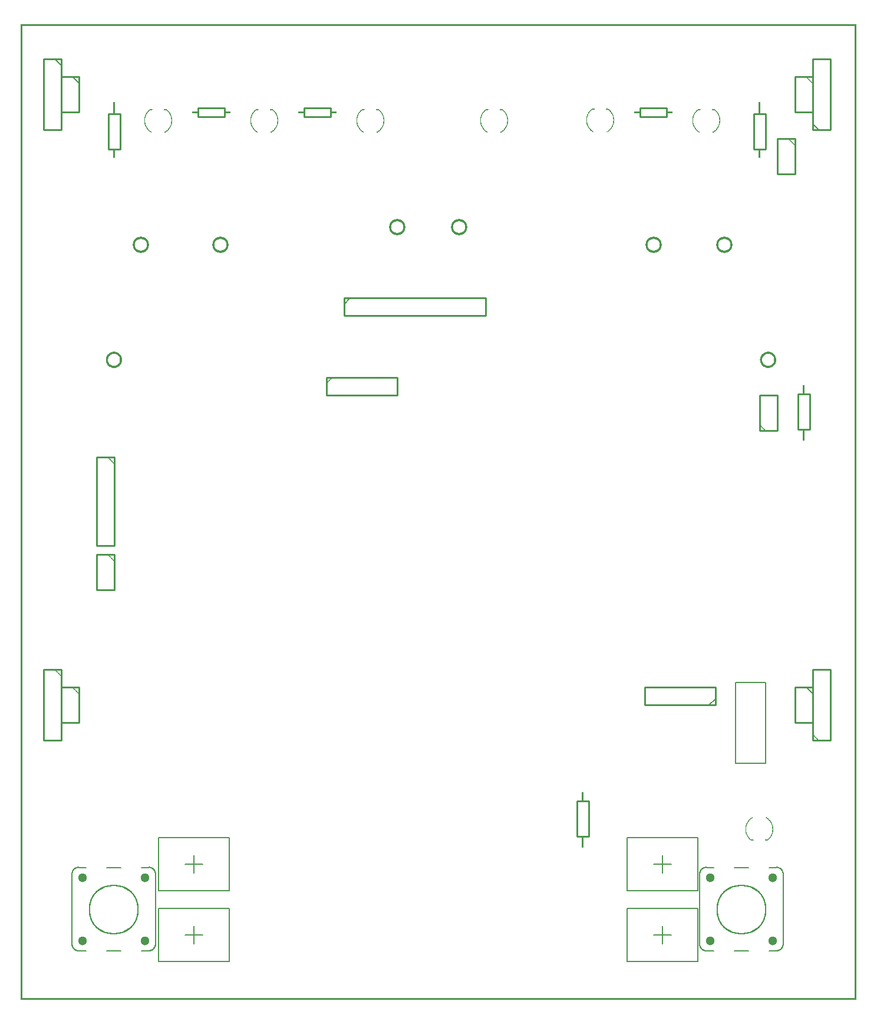
<source format=gbo>
G04 MADE WITH FRITZING*
G04 WWW.FRITZING.ORG*
G04 SINGLE SIDED*
G04 HOLES NOT PLATED*
G04 CONTOUR ON CENTER OF CONTOUR VECTOR*
%ASAXBY*%
%FSLAX23Y23*%
%MOIN*%
%OFA0B0*%
%SFA1.0B1.0*%
%ADD10C,0.092000X0.068*%
%ADD11C,0.283590X0.26759*%
%ADD12C,0.051181X-0.0039371*%
%ADD13C,0.010000*%
%ADD14C,0.005000*%
%ADD15C,0.008000*%
%ADD16R,0.001000X0.001000*%
%LNSILK0*%
G90*
G70*
G54D10*
X2477Y4366D03*
X2127Y4366D03*
X3977Y4266D03*
X3577Y4266D03*
X1127Y4266D03*
X677Y4266D03*
G54D11*
X4075Y512D03*
G54D12*
X3898Y689D03*
X3898Y335D03*
X4252Y335D03*
X4252Y689D03*
G54D11*
X525Y512D03*
G54D12*
X348Y689D03*
X348Y335D03*
X702Y335D03*
X702Y689D03*
G54D13*
X1827Y3966D02*
X2627Y3966D01*
D02*
X2627Y3966D02*
X2627Y3866D01*
D02*
X2627Y3866D02*
X1827Y3866D01*
D02*
X1827Y3866D02*
X1827Y3966D01*
G54D14*
D02*
X1862Y3966D02*
X1827Y3931D01*
G54D13*
D02*
X527Y3066D02*
X527Y2566D01*
D02*
X527Y2566D02*
X427Y2566D01*
D02*
X427Y2566D02*
X427Y3066D01*
D02*
X427Y3066D02*
X527Y3066D01*
D02*
X1727Y3516D02*
X2127Y3516D01*
D02*
X2127Y3516D02*
X2127Y3416D01*
D02*
X2127Y3416D02*
X1727Y3416D01*
D02*
X1727Y3416D02*
X1727Y3516D01*
D02*
X527Y2516D02*
X527Y2316D01*
D02*
X527Y2316D02*
X427Y2316D01*
D02*
X427Y2316D02*
X427Y2516D01*
D02*
X427Y2516D02*
X527Y2516D01*
D02*
X4477Y4916D02*
X4477Y5316D01*
D02*
X4477Y5316D02*
X4577Y5316D01*
D02*
X4577Y5316D02*
X4577Y4916D01*
D02*
X4577Y4916D02*
X4477Y4916D01*
G54D14*
D02*
X4477Y4951D02*
X4512Y4916D01*
G54D13*
D02*
X4477Y1466D02*
X4477Y1866D01*
D02*
X4477Y1866D02*
X4577Y1866D01*
D02*
X4577Y1866D02*
X4577Y1466D01*
D02*
X4577Y1466D02*
X4477Y1466D01*
D02*
X227Y1866D02*
X227Y1466D01*
D02*
X227Y1466D02*
X127Y1466D01*
D02*
X127Y1466D02*
X127Y1866D01*
D02*
X127Y1866D02*
X227Y1866D01*
D02*
X4477Y1766D02*
X4477Y1566D01*
D02*
X4477Y1566D02*
X4377Y1566D01*
D02*
X4377Y1566D02*
X4377Y1766D01*
D02*
X4377Y1766D02*
X4477Y1766D01*
G54D14*
D02*
X4477Y1731D02*
X4442Y1766D01*
G54D13*
D02*
X327Y1766D02*
X327Y1566D01*
D02*
X327Y1566D02*
X227Y1566D01*
D02*
X227Y1566D02*
X227Y1766D01*
D02*
X227Y1766D02*
X327Y1766D01*
D02*
X227Y5316D02*
X227Y4916D01*
D02*
X227Y4916D02*
X127Y4916D01*
D02*
X127Y4916D02*
X127Y5316D01*
D02*
X127Y5316D02*
X227Y5316D01*
G54D14*
D02*
X227Y5281D02*
X192Y5316D01*
G54D13*
D02*
X327Y5216D02*
X327Y5016D01*
D02*
X327Y5016D02*
X227Y5016D01*
D02*
X227Y5016D02*
X227Y5216D01*
D02*
X227Y5216D02*
X327Y5216D01*
G54D14*
D02*
X327Y5181D02*
X292Y5216D01*
G54D13*
D02*
X4477Y5216D02*
X4477Y5016D01*
D02*
X4477Y5016D02*
X4377Y5016D01*
D02*
X4377Y5016D02*
X4377Y5216D01*
D02*
X4377Y5216D02*
X4477Y5216D01*
D02*
X4377Y4866D02*
X4377Y4666D01*
D02*
X4377Y4666D02*
X4277Y4666D01*
D02*
X4277Y4666D02*
X4277Y4866D01*
D02*
X4277Y4866D02*
X4377Y4866D01*
D02*
X3652Y5040D02*
X3502Y5040D01*
D02*
X3502Y5040D02*
X3502Y4990D01*
D02*
X3502Y4990D02*
X3652Y4990D01*
D02*
X3652Y4990D02*
X3652Y5040D01*
D02*
X4144Y5006D02*
X4144Y4806D01*
D02*
X4144Y4806D02*
X4210Y4806D01*
D02*
X4210Y4806D02*
X4210Y5006D01*
D02*
X4210Y5006D02*
X4144Y5006D01*
D02*
X494Y5006D02*
X494Y4806D01*
D02*
X494Y4806D02*
X560Y4806D01*
D02*
X560Y4806D02*
X560Y5006D01*
D02*
X560Y5006D02*
X494Y5006D01*
D02*
X1752Y5040D02*
X1602Y5040D01*
D02*
X1602Y5040D02*
X1602Y4990D01*
D02*
X1602Y4990D02*
X1752Y4990D01*
D02*
X1752Y4990D02*
X1752Y5040D01*
D02*
X1152Y5040D02*
X1002Y5040D01*
D02*
X1002Y5040D02*
X1002Y4990D01*
D02*
X1002Y4990D02*
X1152Y4990D01*
D02*
X1152Y4990D02*
X1152Y5040D01*
D02*
X3927Y1666D02*
X3527Y1666D01*
D02*
X3527Y1666D02*
X3527Y1766D01*
D02*
X3527Y1766D02*
X3927Y1766D01*
D02*
X3927Y1766D02*
X3927Y1666D01*
G54D14*
D02*
X3892Y1666D02*
X3927Y1701D01*
G54D15*
D02*
X4041Y1795D02*
X4212Y1795D01*
D02*
X4212Y1795D02*
X4212Y1337D01*
D02*
X4212Y1337D02*
X4041Y1337D01*
D02*
X4041Y1337D02*
X4041Y1795D01*
G54D14*
D02*
X3627Y816D02*
X3627Y716D01*
D02*
X3677Y766D02*
X3577Y766D01*
D02*
X3827Y916D02*
X3427Y916D01*
D02*
X3427Y916D02*
X3427Y616D01*
D02*
X3427Y616D02*
X3827Y616D01*
D02*
X3827Y616D02*
X3827Y916D01*
G54D15*
D02*
X3918Y748D02*
X3878Y748D01*
D02*
X3839Y709D02*
X3839Y315D01*
D02*
X3878Y276D02*
X3918Y276D01*
D02*
X4036Y276D02*
X4114Y276D01*
D02*
X4233Y276D02*
X4272Y276D01*
D02*
X4311Y315D02*
X4311Y709D01*
D02*
X4272Y748D02*
X4233Y748D01*
D02*
X4114Y748D02*
X4036Y748D01*
G54D13*
D02*
X3210Y925D02*
X3210Y1125D01*
D02*
X3210Y1125D02*
X3144Y1125D01*
D02*
X3144Y1125D02*
X3144Y925D01*
D02*
X3144Y925D02*
X3210Y925D01*
D02*
X4460Y3225D02*
X4460Y3425D01*
D02*
X4460Y3425D02*
X4394Y3425D01*
D02*
X4394Y3425D02*
X4394Y3225D01*
D02*
X4394Y3225D02*
X4460Y3225D01*
D02*
X4177Y3216D02*
X4177Y3416D01*
D02*
X4177Y3416D02*
X4277Y3416D01*
D02*
X4277Y3416D02*
X4277Y3216D01*
D02*
X4277Y3216D02*
X4177Y3216D01*
G54D15*
D02*
X368Y748D02*
X328Y748D01*
D02*
X289Y709D02*
X289Y315D01*
D02*
X328Y276D02*
X368Y276D01*
D02*
X486Y276D02*
X564Y276D01*
D02*
X683Y276D02*
X722Y276D01*
D02*
X761Y315D02*
X761Y709D01*
D02*
X722Y748D02*
X683Y748D01*
D02*
X564Y748D02*
X486Y748D01*
G54D14*
D02*
X977Y716D02*
X977Y816D01*
D02*
X927Y766D02*
X1027Y766D01*
D02*
X777Y616D02*
X1177Y616D01*
D02*
X1177Y616D02*
X1177Y916D01*
D02*
X1177Y916D02*
X777Y916D01*
D02*
X777Y916D02*
X777Y616D01*
D02*
X977Y316D02*
X977Y416D01*
D02*
X927Y366D02*
X1027Y366D01*
D02*
X777Y216D02*
X1177Y216D01*
D02*
X1177Y216D02*
X1177Y516D01*
D02*
X1177Y516D02*
X777Y516D01*
D02*
X777Y516D02*
X777Y216D01*
D02*
X3627Y316D02*
X3627Y416D01*
D02*
X3577Y366D02*
X3677Y366D01*
D02*
X3427Y216D02*
X3827Y216D01*
D02*
X3827Y216D02*
X3827Y516D01*
D02*
X3827Y516D02*
X3427Y516D01*
D02*
X3427Y516D02*
X3427Y216D01*
G54D16*
X0Y5512D02*
X4723Y5512D01*
X0Y5511D02*
X4723Y5511D01*
X0Y5510D02*
X4723Y5510D01*
X0Y5509D02*
X4723Y5509D01*
X0Y5508D02*
X4723Y5508D01*
X0Y5507D02*
X4723Y5507D01*
X0Y5506D02*
X4723Y5506D01*
X0Y5505D02*
X4723Y5505D01*
X0Y5504D02*
X7Y5504D01*
X4716Y5504D02*
X4723Y5504D01*
X0Y5503D02*
X7Y5503D01*
X4716Y5503D02*
X4723Y5503D01*
X0Y5502D02*
X7Y5502D01*
X4716Y5502D02*
X4723Y5502D01*
X0Y5501D02*
X7Y5501D01*
X4716Y5501D02*
X4723Y5501D01*
X0Y5500D02*
X7Y5500D01*
X4716Y5500D02*
X4723Y5500D01*
X0Y5499D02*
X7Y5499D01*
X4716Y5499D02*
X4723Y5499D01*
X0Y5498D02*
X7Y5498D01*
X4716Y5498D02*
X4723Y5498D01*
X0Y5497D02*
X7Y5497D01*
X4716Y5497D02*
X4723Y5497D01*
X0Y5496D02*
X7Y5496D01*
X4716Y5496D02*
X4723Y5496D01*
X0Y5495D02*
X7Y5495D01*
X4716Y5495D02*
X4723Y5495D01*
X0Y5494D02*
X7Y5494D01*
X4716Y5494D02*
X4723Y5494D01*
X0Y5493D02*
X7Y5493D01*
X4716Y5493D02*
X4723Y5493D01*
X0Y5492D02*
X7Y5492D01*
X4716Y5492D02*
X4723Y5492D01*
X0Y5491D02*
X7Y5491D01*
X4716Y5491D02*
X4723Y5491D01*
X0Y5490D02*
X7Y5490D01*
X4716Y5490D02*
X4723Y5490D01*
X0Y5489D02*
X7Y5489D01*
X4716Y5489D02*
X4723Y5489D01*
X0Y5488D02*
X7Y5488D01*
X4716Y5488D02*
X4723Y5488D01*
X0Y5487D02*
X7Y5487D01*
X4716Y5487D02*
X4723Y5487D01*
X0Y5486D02*
X7Y5486D01*
X4716Y5486D02*
X4723Y5486D01*
X0Y5485D02*
X7Y5485D01*
X4716Y5485D02*
X4723Y5485D01*
X0Y5484D02*
X7Y5484D01*
X4716Y5484D02*
X4723Y5484D01*
X0Y5483D02*
X7Y5483D01*
X4716Y5483D02*
X4723Y5483D01*
X0Y5482D02*
X7Y5482D01*
X4716Y5482D02*
X4723Y5482D01*
X0Y5481D02*
X7Y5481D01*
X4716Y5481D02*
X4723Y5481D01*
X0Y5480D02*
X7Y5480D01*
X4716Y5480D02*
X4723Y5480D01*
X0Y5479D02*
X7Y5479D01*
X4716Y5479D02*
X4723Y5479D01*
X0Y5478D02*
X7Y5478D01*
X4716Y5478D02*
X4723Y5478D01*
X0Y5477D02*
X7Y5477D01*
X4716Y5477D02*
X4723Y5477D01*
X0Y5476D02*
X7Y5476D01*
X4716Y5476D02*
X4723Y5476D01*
X0Y5475D02*
X7Y5475D01*
X4716Y5475D02*
X4723Y5475D01*
X0Y5474D02*
X7Y5474D01*
X4716Y5474D02*
X4723Y5474D01*
X0Y5473D02*
X7Y5473D01*
X4716Y5473D02*
X4723Y5473D01*
X0Y5472D02*
X7Y5472D01*
X4716Y5472D02*
X4723Y5472D01*
X0Y5471D02*
X7Y5471D01*
X4716Y5471D02*
X4723Y5471D01*
X0Y5470D02*
X7Y5470D01*
X4716Y5470D02*
X4723Y5470D01*
X0Y5469D02*
X7Y5469D01*
X4716Y5469D02*
X4723Y5469D01*
X0Y5468D02*
X7Y5468D01*
X4716Y5468D02*
X4723Y5468D01*
X0Y5467D02*
X7Y5467D01*
X4716Y5467D02*
X4723Y5467D01*
X0Y5466D02*
X7Y5466D01*
X4716Y5466D02*
X4723Y5466D01*
X0Y5465D02*
X7Y5465D01*
X4716Y5465D02*
X4723Y5465D01*
X0Y5464D02*
X7Y5464D01*
X4716Y5464D02*
X4723Y5464D01*
X0Y5463D02*
X7Y5463D01*
X4716Y5463D02*
X4723Y5463D01*
X0Y5462D02*
X7Y5462D01*
X4716Y5462D02*
X4723Y5462D01*
X0Y5461D02*
X7Y5461D01*
X4716Y5461D02*
X4723Y5461D01*
X0Y5460D02*
X7Y5460D01*
X4716Y5460D02*
X4723Y5460D01*
X0Y5459D02*
X7Y5459D01*
X4716Y5459D02*
X4723Y5459D01*
X0Y5458D02*
X7Y5458D01*
X4716Y5458D02*
X4723Y5458D01*
X0Y5457D02*
X7Y5457D01*
X4716Y5457D02*
X4723Y5457D01*
X0Y5456D02*
X7Y5456D01*
X4716Y5456D02*
X4723Y5456D01*
X0Y5455D02*
X7Y5455D01*
X4716Y5455D02*
X4723Y5455D01*
X0Y5454D02*
X7Y5454D01*
X4716Y5454D02*
X4723Y5454D01*
X0Y5453D02*
X7Y5453D01*
X4716Y5453D02*
X4723Y5453D01*
X0Y5452D02*
X7Y5452D01*
X4716Y5452D02*
X4723Y5452D01*
X0Y5451D02*
X7Y5451D01*
X4716Y5451D02*
X4723Y5451D01*
X0Y5450D02*
X7Y5450D01*
X4716Y5450D02*
X4723Y5450D01*
X0Y5449D02*
X7Y5449D01*
X4716Y5449D02*
X4723Y5449D01*
X0Y5448D02*
X7Y5448D01*
X4716Y5448D02*
X4723Y5448D01*
X0Y5447D02*
X7Y5447D01*
X4716Y5447D02*
X4723Y5447D01*
X0Y5446D02*
X7Y5446D01*
X4716Y5446D02*
X4723Y5446D01*
X0Y5445D02*
X7Y5445D01*
X4716Y5445D02*
X4723Y5445D01*
X0Y5444D02*
X7Y5444D01*
X4716Y5444D02*
X4723Y5444D01*
X0Y5443D02*
X7Y5443D01*
X4716Y5443D02*
X4723Y5443D01*
X0Y5442D02*
X7Y5442D01*
X4716Y5442D02*
X4723Y5442D01*
X0Y5441D02*
X7Y5441D01*
X4716Y5441D02*
X4723Y5441D01*
X0Y5440D02*
X7Y5440D01*
X4716Y5440D02*
X4723Y5440D01*
X0Y5439D02*
X7Y5439D01*
X4716Y5439D02*
X4723Y5439D01*
X0Y5438D02*
X7Y5438D01*
X4716Y5438D02*
X4723Y5438D01*
X0Y5437D02*
X7Y5437D01*
X4716Y5437D02*
X4723Y5437D01*
X0Y5436D02*
X7Y5436D01*
X4716Y5436D02*
X4723Y5436D01*
X0Y5435D02*
X7Y5435D01*
X4716Y5435D02*
X4723Y5435D01*
X0Y5434D02*
X7Y5434D01*
X4716Y5434D02*
X4723Y5434D01*
X0Y5433D02*
X7Y5433D01*
X4716Y5433D02*
X4723Y5433D01*
X0Y5432D02*
X7Y5432D01*
X4716Y5432D02*
X4723Y5432D01*
X0Y5431D02*
X7Y5431D01*
X4716Y5431D02*
X4723Y5431D01*
X0Y5430D02*
X7Y5430D01*
X4716Y5430D02*
X4723Y5430D01*
X0Y5429D02*
X7Y5429D01*
X4716Y5429D02*
X4723Y5429D01*
X0Y5428D02*
X7Y5428D01*
X4716Y5428D02*
X4723Y5428D01*
X0Y5427D02*
X7Y5427D01*
X4716Y5427D02*
X4723Y5427D01*
X0Y5426D02*
X7Y5426D01*
X4716Y5426D02*
X4723Y5426D01*
X0Y5425D02*
X7Y5425D01*
X4716Y5425D02*
X4723Y5425D01*
X0Y5424D02*
X7Y5424D01*
X4716Y5424D02*
X4723Y5424D01*
X0Y5423D02*
X7Y5423D01*
X4716Y5423D02*
X4723Y5423D01*
X0Y5422D02*
X7Y5422D01*
X4716Y5422D02*
X4723Y5422D01*
X0Y5421D02*
X7Y5421D01*
X4716Y5421D02*
X4723Y5421D01*
X0Y5420D02*
X7Y5420D01*
X4716Y5420D02*
X4723Y5420D01*
X0Y5419D02*
X7Y5419D01*
X4716Y5419D02*
X4723Y5419D01*
X0Y5418D02*
X7Y5418D01*
X4716Y5418D02*
X4723Y5418D01*
X0Y5417D02*
X7Y5417D01*
X4716Y5417D02*
X4723Y5417D01*
X0Y5416D02*
X7Y5416D01*
X4716Y5416D02*
X4723Y5416D01*
X0Y5415D02*
X7Y5415D01*
X4716Y5415D02*
X4723Y5415D01*
X0Y5414D02*
X7Y5414D01*
X4716Y5414D02*
X4723Y5414D01*
X0Y5413D02*
X7Y5413D01*
X4716Y5413D02*
X4723Y5413D01*
X0Y5412D02*
X7Y5412D01*
X4716Y5412D02*
X4723Y5412D01*
X0Y5411D02*
X7Y5411D01*
X4716Y5411D02*
X4723Y5411D01*
X0Y5410D02*
X7Y5410D01*
X4716Y5410D02*
X4723Y5410D01*
X0Y5409D02*
X7Y5409D01*
X4716Y5409D02*
X4723Y5409D01*
X0Y5408D02*
X7Y5408D01*
X4716Y5408D02*
X4723Y5408D01*
X0Y5407D02*
X7Y5407D01*
X4716Y5407D02*
X4723Y5407D01*
X0Y5406D02*
X7Y5406D01*
X4716Y5406D02*
X4723Y5406D01*
X0Y5405D02*
X7Y5405D01*
X4716Y5405D02*
X4723Y5405D01*
X0Y5404D02*
X7Y5404D01*
X4716Y5404D02*
X4723Y5404D01*
X0Y5403D02*
X7Y5403D01*
X4716Y5403D02*
X4723Y5403D01*
X0Y5402D02*
X7Y5402D01*
X4716Y5402D02*
X4723Y5402D01*
X0Y5401D02*
X7Y5401D01*
X4716Y5401D02*
X4723Y5401D01*
X0Y5400D02*
X7Y5400D01*
X4716Y5400D02*
X4723Y5400D01*
X0Y5399D02*
X7Y5399D01*
X4716Y5399D02*
X4723Y5399D01*
X0Y5398D02*
X7Y5398D01*
X4716Y5398D02*
X4723Y5398D01*
X0Y5397D02*
X7Y5397D01*
X4716Y5397D02*
X4723Y5397D01*
X0Y5396D02*
X7Y5396D01*
X4716Y5396D02*
X4723Y5396D01*
X0Y5395D02*
X7Y5395D01*
X4716Y5395D02*
X4723Y5395D01*
X0Y5394D02*
X7Y5394D01*
X4716Y5394D02*
X4723Y5394D01*
X0Y5393D02*
X7Y5393D01*
X4716Y5393D02*
X4723Y5393D01*
X0Y5392D02*
X7Y5392D01*
X4716Y5392D02*
X4723Y5392D01*
X0Y5391D02*
X7Y5391D01*
X4716Y5391D02*
X4723Y5391D01*
X0Y5390D02*
X7Y5390D01*
X4716Y5390D02*
X4723Y5390D01*
X0Y5389D02*
X7Y5389D01*
X4716Y5389D02*
X4723Y5389D01*
X0Y5388D02*
X7Y5388D01*
X4716Y5388D02*
X4723Y5388D01*
X0Y5387D02*
X7Y5387D01*
X4716Y5387D02*
X4723Y5387D01*
X0Y5386D02*
X7Y5386D01*
X4716Y5386D02*
X4723Y5386D01*
X0Y5385D02*
X7Y5385D01*
X4716Y5385D02*
X4723Y5385D01*
X0Y5384D02*
X7Y5384D01*
X4716Y5384D02*
X4723Y5384D01*
X0Y5383D02*
X7Y5383D01*
X4716Y5383D02*
X4723Y5383D01*
X0Y5382D02*
X7Y5382D01*
X4716Y5382D02*
X4723Y5382D01*
X0Y5381D02*
X7Y5381D01*
X4716Y5381D02*
X4723Y5381D01*
X0Y5380D02*
X7Y5380D01*
X4716Y5380D02*
X4723Y5380D01*
X0Y5379D02*
X7Y5379D01*
X4716Y5379D02*
X4723Y5379D01*
X0Y5378D02*
X7Y5378D01*
X4716Y5378D02*
X4723Y5378D01*
X0Y5377D02*
X7Y5377D01*
X4716Y5377D02*
X4723Y5377D01*
X0Y5376D02*
X7Y5376D01*
X4716Y5376D02*
X4723Y5376D01*
X0Y5375D02*
X7Y5375D01*
X4716Y5375D02*
X4723Y5375D01*
X0Y5374D02*
X7Y5374D01*
X4716Y5374D02*
X4723Y5374D01*
X0Y5373D02*
X7Y5373D01*
X4716Y5373D02*
X4723Y5373D01*
X0Y5372D02*
X7Y5372D01*
X4716Y5372D02*
X4723Y5372D01*
X0Y5371D02*
X7Y5371D01*
X4716Y5371D02*
X4723Y5371D01*
X0Y5370D02*
X7Y5370D01*
X4716Y5370D02*
X4723Y5370D01*
X0Y5369D02*
X7Y5369D01*
X4716Y5369D02*
X4723Y5369D01*
X0Y5368D02*
X7Y5368D01*
X4716Y5368D02*
X4723Y5368D01*
X0Y5367D02*
X7Y5367D01*
X4716Y5367D02*
X4723Y5367D01*
X0Y5366D02*
X7Y5366D01*
X4716Y5366D02*
X4723Y5366D01*
X0Y5365D02*
X7Y5365D01*
X4716Y5365D02*
X4723Y5365D01*
X0Y5364D02*
X7Y5364D01*
X4716Y5364D02*
X4723Y5364D01*
X0Y5363D02*
X7Y5363D01*
X4716Y5363D02*
X4723Y5363D01*
X0Y5362D02*
X7Y5362D01*
X4716Y5362D02*
X4723Y5362D01*
X0Y5361D02*
X7Y5361D01*
X4716Y5361D02*
X4723Y5361D01*
X0Y5360D02*
X7Y5360D01*
X4716Y5360D02*
X4723Y5360D01*
X0Y5359D02*
X7Y5359D01*
X4716Y5359D02*
X4723Y5359D01*
X0Y5358D02*
X7Y5358D01*
X4716Y5358D02*
X4723Y5358D01*
X0Y5357D02*
X7Y5357D01*
X4716Y5357D02*
X4723Y5357D01*
X0Y5356D02*
X7Y5356D01*
X4716Y5356D02*
X4723Y5356D01*
X0Y5355D02*
X7Y5355D01*
X4716Y5355D02*
X4723Y5355D01*
X0Y5354D02*
X7Y5354D01*
X4716Y5354D02*
X4723Y5354D01*
X0Y5353D02*
X7Y5353D01*
X4716Y5353D02*
X4723Y5353D01*
X0Y5352D02*
X7Y5352D01*
X4716Y5352D02*
X4723Y5352D01*
X0Y5351D02*
X7Y5351D01*
X4716Y5351D02*
X4723Y5351D01*
X0Y5350D02*
X7Y5350D01*
X4716Y5350D02*
X4723Y5350D01*
X0Y5349D02*
X7Y5349D01*
X4716Y5349D02*
X4723Y5349D01*
X0Y5348D02*
X7Y5348D01*
X4716Y5348D02*
X4723Y5348D01*
X0Y5347D02*
X7Y5347D01*
X4716Y5347D02*
X4723Y5347D01*
X0Y5346D02*
X7Y5346D01*
X4716Y5346D02*
X4723Y5346D01*
X0Y5345D02*
X7Y5345D01*
X4716Y5345D02*
X4723Y5345D01*
X0Y5344D02*
X7Y5344D01*
X4716Y5344D02*
X4723Y5344D01*
X0Y5343D02*
X7Y5343D01*
X4716Y5343D02*
X4723Y5343D01*
X0Y5342D02*
X7Y5342D01*
X4716Y5342D02*
X4723Y5342D01*
X0Y5341D02*
X7Y5341D01*
X4716Y5341D02*
X4723Y5341D01*
X0Y5340D02*
X7Y5340D01*
X4716Y5340D02*
X4723Y5340D01*
X0Y5339D02*
X7Y5339D01*
X4716Y5339D02*
X4723Y5339D01*
X0Y5338D02*
X7Y5338D01*
X4716Y5338D02*
X4723Y5338D01*
X0Y5337D02*
X7Y5337D01*
X4716Y5337D02*
X4723Y5337D01*
X0Y5336D02*
X7Y5336D01*
X4716Y5336D02*
X4723Y5336D01*
X0Y5335D02*
X7Y5335D01*
X4716Y5335D02*
X4723Y5335D01*
X0Y5334D02*
X7Y5334D01*
X4716Y5334D02*
X4723Y5334D01*
X0Y5333D02*
X7Y5333D01*
X4716Y5333D02*
X4723Y5333D01*
X0Y5332D02*
X7Y5332D01*
X4716Y5332D02*
X4723Y5332D01*
X0Y5331D02*
X7Y5331D01*
X4716Y5331D02*
X4723Y5331D01*
X0Y5330D02*
X7Y5330D01*
X4716Y5330D02*
X4723Y5330D01*
X0Y5329D02*
X7Y5329D01*
X4716Y5329D02*
X4723Y5329D01*
X0Y5328D02*
X7Y5328D01*
X4716Y5328D02*
X4723Y5328D01*
X0Y5327D02*
X7Y5327D01*
X4716Y5327D02*
X4723Y5327D01*
X0Y5326D02*
X7Y5326D01*
X4716Y5326D02*
X4723Y5326D01*
X0Y5325D02*
X7Y5325D01*
X4716Y5325D02*
X4723Y5325D01*
X0Y5324D02*
X7Y5324D01*
X4716Y5324D02*
X4723Y5324D01*
X0Y5323D02*
X7Y5323D01*
X4716Y5323D02*
X4723Y5323D01*
X0Y5322D02*
X7Y5322D01*
X4716Y5322D02*
X4723Y5322D01*
X0Y5321D02*
X7Y5321D01*
X4716Y5321D02*
X4723Y5321D01*
X0Y5320D02*
X7Y5320D01*
X4716Y5320D02*
X4723Y5320D01*
X0Y5319D02*
X7Y5319D01*
X4716Y5319D02*
X4723Y5319D01*
X0Y5318D02*
X7Y5318D01*
X4716Y5318D02*
X4723Y5318D01*
X0Y5317D02*
X7Y5317D01*
X4716Y5317D02*
X4723Y5317D01*
X0Y5316D02*
X7Y5316D01*
X4716Y5316D02*
X4723Y5316D01*
X0Y5315D02*
X7Y5315D01*
X4716Y5315D02*
X4723Y5315D01*
X0Y5314D02*
X7Y5314D01*
X4716Y5314D02*
X4723Y5314D01*
X0Y5313D02*
X7Y5313D01*
X4716Y5313D02*
X4723Y5313D01*
X0Y5312D02*
X7Y5312D01*
X4716Y5312D02*
X4723Y5312D01*
X0Y5311D02*
X7Y5311D01*
X4716Y5311D02*
X4723Y5311D01*
X0Y5310D02*
X7Y5310D01*
X4716Y5310D02*
X4723Y5310D01*
X0Y5309D02*
X7Y5309D01*
X4716Y5309D02*
X4723Y5309D01*
X0Y5308D02*
X7Y5308D01*
X4716Y5308D02*
X4723Y5308D01*
X0Y5307D02*
X7Y5307D01*
X4716Y5307D02*
X4723Y5307D01*
X0Y5306D02*
X7Y5306D01*
X4716Y5306D02*
X4723Y5306D01*
X0Y5305D02*
X7Y5305D01*
X4716Y5305D02*
X4723Y5305D01*
X0Y5304D02*
X7Y5304D01*
X4716Y5304D02*
X4723Y5304D01*
X0Y5303D02*
X7Y5303D01*
X4716Y5303D02*
X4723Y5303D01*
X0Y5302D02*
X7Y5302D01*
X4716Y5302D02*
X4723Y5302D01*
X0Y5301D02*
X7Y5301D01*
X4716Y5301D02*
X4723Y5301D01*
X0Y5300D02*
X7Y5300D01*
X4716Y5300D02*
X4723Y5300D01*
X0Y5299D02*
X7Y5299D01*
X4716Y5299D02*
X4723Y5299D01*
X0Y5298D02*
X7Y5298D01*
X4716Y5298D02*
X4723Y5298D01*
X0Y5297D02*
X7Y5297D01*
X4716Y5297D02*
X4723Y5297D01*
X0Y5296D02*
X7Y5296D01*
X4716Y5296D02*
X4723Y5296D01*
X0Y5295D02*
X7Y5295D01*
X4716Y5295D02*
X4723Y5295D01*
X0Y5294D02*
X7Y5294D01*
X4716Y5294D02*
X4723Y5294D01*
X0Y5293D02*
X7Y5293D01*
X4716Y5293D02*
X4723Y5293D01*
X0Y5292D02*
X7Y5292D01*
X4716Y5292D02*
X4723Y5292D01*
X0Y5291D02*
X7Y5291D01*
X4716Y5291D02*
X4723Y5291D01*
X0Y5290D02*
X7Y5290D01*
X4716Y5290D02*
X4723Y5290D01*
X0Y5289D02*
X7Y5289D01*
X4716Y5289D02*
X4723Y5289D01*
X0Y5288D02*
X7Y5288D01*
X4716Y5288D02*
X4723Y5288D01*
X0Y5287D02*
X7Y5287D01*
X4716Y5287D02*
X4723Y5287D01*
X0Y5286D02*
X7Y5286D01*
X4716Y5286D02*
X4723Y5286D01*
X0Y5285D02*
X7Y5285D01*
X4716Y5285D02*
X4723Y5285D01*
X0Y5284D02*
X7Y5284D01*
X4716Y5284D02*
X4723Y5284D01*
X0Y5283D02*
X7Y5283D01*
X4716Y5283D02*
X4723Y5283D01*
X0Y5282D02*
X7Y5282D01*
X4716Y5282D02*
X4723Y5282D01*
X0Y5281D02*
X7Y5281D01*
X4716Y5281D02*
X4723Y5281D01*
X0Y5280D02*
X7Y5280D01*
X4716Y5280D02*
X4723Y5280D01*
X0Y5279D02*
X7Y5279D01*
X4716Y5279D02*
X4723Y5279D01*
X0Y5278D02*
X7Y5278D01*
X4716Y5278D02*
X4723Y5278D01*
X0Y5277D02*
X7Y5277D01*
X4716Y5277D02*
X4723Y5277D01*
X0Y5276D02*
X7Y5276D01*
X4716Y5276D02*
X4723Y5276D01*
X0Y5275D02*
X7Y5275D01*
X4716Y5275D02*
X4723Y5275D01*
X0Y5274D02*
X7Y5274D01*
X4716Y5274D02*
X4723Y5274D01*
X0Y5273D02*
X7Y5273D01*
X4716Y5273D02*
X4723Y5273D01*
X0Y5272D02*
X7Y5272D01*
X4716Y5272D02*
X4723Y5272D01*
X0Y5271D02*
X7Y5271D01*
X4716Y5271D02*
X4723Y5271D01*
X0Y5270D02*
X7Y5270D01*
X4716Y5270D02*
X4723Y5270D01*
X0Y5269D02*
X7Y5269D01*
X4716Y5269D02*
X4723Y5269D01*
X0Y5268D02*
X7Y5268D01*
X4716Y5268D02*
X4723Y5268D01*
X0Y5267D02*
X7Y5267D01*
X4716Y5267D02*
X4723Y5267D01*
X0Y5266D02*
X7Y5266D01*
X4716Y5266D02*
X4723Y5266D01*
X0Y5265D02*
X7Y5265D01*
X4716Y5265D02*
X4723Y5265D01*
X0Y5264D02*
X7Y5264D01*
X4716Y5264D02*
X4723Y5264D01*
X0Y5263D02*
X7Y5263D01*
X4716Y5263D02*
X4723Y5263D01*
X0Y5262D02*
X7Y5262D01*
X4716Y5262D02*
X4723Y5262D01*
X0Y5261D02*
X7Y5261D01*
X4716Y5261D02*
X4723Y5261D01*
X0Y5260D02*
X7Y5260D01*
X4716Y5260D02*
X4723Y5260D01*
X0Y5259D02*
X7Y5259D01*
X4716Y5259D02*
X4723Y5259D01*
X0Y5258D02*
X7Y5258D01*
X4716Y5258D02*
X4723Y5258D01*
X0Y5257D02*
X7Y5257D01*
X4716Y5257D02*
X4723Y5257D01*
X0Y5256D02*
X7Y5256D01*
X4716Y5256D02*
X4723Y5256D01*
X0Y5255D02*
X7Y5255D01*
X4716Y5255D02*
X4723Y5255D01*
X0Y5254D02*
X7Y5254D01*
X4716Y5254D02*
X4723Y5254D01*
X0Y5253D02*
X7Y5253D01*
X4716Y5253D02*
X4723Y5253D01*
X0Y5252D02*
X7Y5252D01*
X4716Y5252D02*
X4723Y5252D01*
X0Y5251D02*
X7Y5251D01*
X4716Y5251D02*
X4723Y5251D01*
X0Y5250D02*
X7Y5250D01*
X4716Y5250D02*
X4723Y5250D01*
X0Y5249D02*
X7Y5249D01*
X4716Y5249D02*
X4723Y5249D01*
X0Y5248D02*
X7Y5248D01*
X4716Y5248D02*
X4723Y5248D01*
X0Y5247D02*
X7Y5247D01*
X4716Y5247D02*
X4723Y5247D01*
X0Y5246D02*
X7Y5246D01*
X4716Y5246D02*
X4723Y5246D01*
X0Y5245D02*
X7Y5245D01*
X4716Y5245D02*
X4723Y5245D01*
X0Y5244D02*
X7Y5244D01*
X4716Y5244D02*
X4723Y5244D01*
X0Y5243D02*
X7Y5243D01*
X4716Y5243D02*
X4723Y5243D01*
X0Y5242D02*
X7Y5242D01*
X4716Y5242D02*
X4723Y5242D01*
X0Y5241D02*
X7Y5241D01*
X4716Y5241D02*
X4723Y5241D01*
X0Y5240D02*
X7Y5240D01*
X4716Y5240D02*
X4723Y5240D01*
X0Y5239D02*
X7Y5239D01*
X4716Y5239D02*
X4723Y5239D01*
X0Y5238D02*
X7Y5238D01*
X4716Y5238D02*
X4723Y5238D01*
X0Y5237D02*
X7Y5237D01*
X4716Y5237D02*
X4723Y5237D01*
X0Y5236D02*
X7Y5236D01*
X4716Y5236D02*
X4723Y5236D01*
X0Y5235D02*
X7Y5235D01*
X4716Y5235D02*
X4723Y5235D01*
X0Y5234D02*
X7Y5234D01*
X4716Y5234D02*
X4723Y5234D01*
X0Y5233D02*
X7Y5233D01*
X4716Y5233D02*
X4723Y5233D01*
X0Y5232D02*
X7Y5232D01*
X4716Y5232D02*
X4723Y5232D01*
X0Y5231D02*
X7Y5231D01*
X4716Y5231D02*
X4723Y5231D01*
X0Y5230D02*
X7Y5230D01*
X4716Y5230D02*
X4723Y5230D01*
X0Y5229D02*
X7Y5229D01*
X4716Y5229D02*
X4723Y5229D01*
X0Y5228D02*
X7Y5228D01*
X4716Y5228D02*
X4723Y5228D01*
X0Y5227D02*
X7Y5227D01*
X4716Y5227D02*
X4723Y5227D01*
X0Y5226D02*
X7Y5226D01*
X4716Y5226D02*
X4723Y5226D01*
X0Y5225D02*
X7Y5225D01*
X4716Y5225D02*
X4723Y5225D01*
X0Y5224D02*
X7Y5224D01*
X4716Y5224D02*
X4723Y5224D01*
X0Y5223D02*
X7Y5223D01*
X4716Y5223D02*
X4723Y5223D01*
X0Y5222D02*
X7Y5222D01*
X4716Y5222D02*
X4723Y5222D01*
X0Y5221D02*
X7Y5221D01*
X4716Y5221D02*
X4723Y5221D01*
X0Y5220D02*
X7Y5220D01*
X4716Y5220D02*
X4723Y5220D01*
X0Y5219D02*
X7Y5219D01*
X4716Y5219D02*
X4723Y5219D01*
X0Y5218D02*
X7Y5218D01*
X4716Y5218D02*
X4723Y5218D01*
X0Y5217D02*
X7Y5217D01*
X4442Y5217D02*
X4443Y5217D01*
X4716Y5217D02*
X4723Y5217D01*
X0Y5216D02*
X7Y5216D01*
X4441Y5216D02*
X4444Y5216D01*
X4716Y5216D02*
X4723Y5216D01*
X0Y5215D02*
X7Y5215D01*
X4440Y5215D02*
X4445Y5215D01*
X4716Y5215D02*
X4723Y5215D01*
X0Y5214D02*
X7Y5214D01*
X4440Y5214D02*
X4446Y5214D01*
X4716Y5214D02*
X4723Y5214D01*
X0Y5213D02*
X7Y5213D01*
X4441Y5213D02*
X4447Y5213D01*
X4716Y5213D02*
X4723Y5213D01*
X0Y5212D02*
X7Y5212D01*
X4442Y5212D02*
X4448Y5212D01*
X4716Y5212D02*
X4723Y5212D01*
X0Y5211D02*
X7Y5211D01*
X4443Y5211D02*
X4449Y5211D01*
X4716Y5211D02*
X4723Y5211D01*
X0Y5210D02*
X7Y5210D01*
X4444Y5210D02*
X4450Y5210D01*
X4716Y5210D02*
X4723Y5210D01*
X0Y5209D02*
X7Y5209D01*
X4445Y5209D02*
X4451Y5209D01*
X4716Y5209D02*
X4723Y5209D01*
X0Y5208D02*
X7Y5208D01*
X4446Y5208D02*
X4452Y5208D01*
X4716Y5208D02*
X4723Y5208D01*
X0Y5207D02*
X7Y5207D01*
X4447Y5207D02*
X4453Y5207D01*
X4716Y5207D02*
X4723Y5207D01*
X0Y5206D02*
X7Y5206D01*
X4448Y5206D02*
X4454Y5206D01*
X4716Y5206D02*
X4723Y5206D01*
X0Y5205D02*
X7Y5205D01*
X4449Y5205D02*
X4455Y5205D01*
X4716Y5205D02*
X4723Y5205D01*
X0Y5204D02*
X7Y5204D01*
X4450Y5204D02*
X4456Y5204D01*
X4716Y5204D02*
X4723Y5204D01*
X0Y5203D02*
X7Y5203D01*
X4451Y5203D02*
X4457Y5203D01*
X4716Y5203D02*
X4723Y5203D01*
X0Y5202D02*
X7Y5202D01*
X4452Y5202D02*
X4458Y5202D01*
X4716Y5202D02*
X4723Y5202D01*
X0Y5201D02*
X7Y5201D01*
X4453Y5201D02*
X4459Y5201D01*
X4716Y5201D02*
X4723Y5201D01*
X0Y5200D02*
X7Y5200D01*
X4455Y5200D02*
X4460Y5200D01*
X4716Y5200D02*
X4723Y5200D01*
X0Y5199D02*
X7Y5199D01*
X4456Y5199D02*
X4461Y5199D01*
X4716Y5199D02*
X4723Y5199D01*
X0Y5198D02*
X7Y5198D01*
X4457Y5198D02*
X4462Y5198D01*
X4716Y5198D02*
X4723Y5198D01*
X0Y5197D02*
X7Y5197D01*
X4458Y5197D02*
X4463Y5197D01*
X4716Y5197D02*
X4723Y5197D01*
X0Y5196D02*
X7Y5196D01*
X4459Y5196D02*
X4464Y5196D01*
X4716Y5196D02*
X4723Y5196D01*
X0Y5195D02*
X7Y5195D01*
X4460Y5195D02*
X4465Y5195D01*
X4716Y5195D02*
X4723Y5195D01*
X0Y5194D02*
X7Y5194D01*
X4460Y5194D02*
X4466Y5194D01*
X4716Y5194D02*
X4723Y5194D01*
X0Y5193D02*
X7Y5193D01*
X4461Y5193D02*
X4467Y5193D01*
X4716Y5193D02*
X4723Y5193D01*
X0Y5192D02*
X7Y5192D01*
X4462Y5192D02*
X4468Y5192D01*
X4716Y5192D02*
X4723Y5192D01*
X0Y5191D02*
X7Y5191D01*
X4463Y5191D02*
X4469Y5191D01*
X4716Y5191D02*
X4723Y5191D01*
X0Y5190D02*
X7Y5190D01*
X4464Y5190D02*
X4470Y5190D01*
X4716Y5190D02*
X4723Y5190D01*
X0Y5189D02*
X7Y5189D01*
X4465Y5189D02*
X4471Y5189D01*
X4716Y5189D02*
X4723Y5189D01*
X0Y5188D02*
X7Y5188D01*
X4466Y5188D02*
X4472Y5188D01*
X4716Y5188D02*
X4723Y5188D01*
X0Y5187D02*
X7Y5187D01*
X4467Y5187D02*
X4473Y5187D01*
X4716Y5187D02*
X4723Y5187D01*
X0Y5186D02*
X7Y5186D01*
X4468Y5186D02*
X4474Y5186D01*
X4716Y5186D02*
X4723Y5186D01*
X0Y5185D02*
X7Y5185D01*
X4469Y5185D02*
X4475Y5185D01*
X4716Y5185D02*
X4723Y5185D01*
X0Y5184D02*
X7Y5184D01*
X4470Y5184D02*
X4476Y5184D01*
X4716Y5184D02*
X4723Y5184D01*
X0Y5183D02*
X7Y5183D01*
X4471Y5183D02*
X4477Y5183D01*
X4716Y5183D02*
X4723Y5183D01*
X0Y5182D02*
X7Y5182D01*
X4472Y5182D02*
X4476Y5182D01*
X4716Y5182D02*
X4723Y5182D01*
X0Y5181D02*
X7Y5181D01*
X4473Y5181D02*
X4475Y5181D01*
X4716Y5181D02*
X4723Y5181D01*
X0Y5180D02*
X7Y5180D01*
X4474Y5180D02*
X4474Y5180D01*
X4716Y5180D02*
X4723Y5180D01*
X0Y5179D02*
X7Y5179D01*
X4716Y5179D02*
X4723Y5179D01*
X0Y5178D02*
X7Y5178D01*
X4716Y5178D02*
X4723Y5178D01*
X0Y5177D02*
X7Y5177D01*
X4716Y5177D02*
X4723Y5177D01*
X0Y5176D02*
X7Y5176D01*
X4716Y5176D02*
X4723Y5176D01*
X0Y5175D02*
X7Y5175D01*
X4716Y5175D02*
X4723Y5175D01*
X0Y5174D02*
X7Y5174D01*
X4716Y5174D02*
X4723Y5174D01*
X0Y5173D02*
X7Y5173D01*
X4716Y5173D02*
X4723Y5173D01*
X0Y5172D02*
X7Y5172D01*
X4716Y5172D02*
X4723Y5172D01*
X0Y5171D02*
X7Y5171D01*
X4716Y5171D02*
X4723Y5171D01*
X0Y5170D02*
X7Y5170D01*
X4716Y5170D02*
X4723Y5170D01*
X0Y5169D02*
X7Y5169D01*
X4716Y5169D02*
X4723Y5169D01*
X0Y5168D02*
X7Y5168D01*
X4716Y5168D02*
X4723Y5168D01*
X0Y5167D02*
X7Y5167D01*
X4716Y5167D02*
X4723Y5167D01*
X0Y5166D02*
X7Y5166D01*
X4716Y5166D02*
X4723Y5166D01*
X0Y5165D02*
X7Y5165D01*
X4716Y5165D02*
X4723Y5165D01*
X0Y5164D02*
X7Y5164D01*
X4716Y5164D02*
X4723Y5164D01*
X0Y5163D02*
X7Y5163D01*
X4716Y5163D02*
X4723Y5163D01*
X0Y5162D02*
X7Y5162D01*
X4716Y5162D02*
X4723Y5162D01*
X0Y5161D02*
X7Y5161D01*
X4716Y5161D02*
X4723Y5161D01*
X0Y5160D02*
X7Y5160D01*
X4716Y5160D02*
X4723Y5160D01*
X0Y5159D02*
X7Y5159D01*
X4716Y5159D02*
X4723Y5159D01*
X0Y5158D02*
X7Y5158D01*
X4716Y5158D02*
X4723Y5158D01*
X0Y5157D02*
X7Y5157D01*
X4716Y5157D02*
X4723Y5157D01*
X0Y5156D02*
X7Y5156D01*
X4716Y5156D02*
X4723Y5156D01*
X0Y5155D02*
X7Y5155D01*
X4716Y5155D02*
X4723Y5155D01*
X0Y5154D02*
X7Y5154D01*
X4716Y5154D02*
X4723Y5154D01*
X0Y5153D02*
X7Y5153D01*
X4716Y5153D02*
X4723Y5153D01*
X0Y5152D02*
X7Y5152D01*
X4716Y5152D02*
X4723Y5152D01*
X0Y5151D02*
X7Y5151D01*
X4716Y5151D02*
X4723Y5151D01*
X0Y5150D02*
X7Y5150D01*
X4716Y5150D02*
X4723Y5150D01*
X0Y5149D02*
X7Y5149D01*
X4716Y5149D02*
X4723Y5149D01*
X0Y5148D02*
X7Y5148D01*
X4716Y5148D02*
X4723Y5148D01*
X0Y5147D02*
X7Y5147D01*
X4716Y5147D02*
X4723Y5147D01*
X0Y5146D02*
X7Y5146D01*
X4716Y5146D02*
X4723Y5146D01*
X0Y5145D02*
X7Y5145D01*
X4716Y5145D02*
X4723Y5145D01*
X0Y5144D02*
X7Y5144D01*
X4716Y5144D02*
X4723Y5144D01*
X0Y5143D02*
X7Y5143D01*
X4716Y5143D02*
X4723Y5143D01*
X0Y5142D02*
X7Y5142D01*
X4716Y5142D02*
X4723Y5142D01*
X0Y5141D02*
X7Y5141D01*
X4716Y5141D02*
X4723Y5141D01*
X0Y5140D02*
X7Y5140D01*
X4716Y5140D02*
X4723Y5140D01*
X0Y5139D02*
X7Y5139D01*
X4716Y5139D02*
X4723Y5139D01*
X0Y5138D02*
X7Y5138D01*
X4716Y5138D02*
X4723Y5138D01*
X0Y5137D02*
X7Y5137D01*
X4716Y5137D02*
X4723Y5137D01*
X0Y5136D02*
X7Y5136D01*
X4716Y5136D02*
X4723Y5136D01*
X0Y5135D02*
X7Y5135D01*
X4716Y5135D02*
X4723Y5135D01*
X0Y5134D02*
X7Y5134D01*
X4716Y5134D02*
X4723Y5134D01*
X0Y5133D02*
X7Y5133D01*
X4716Y5133D02*
X4723Y5133D01*
X0Y5132D02*
X7Y5132D01*
X4716Y5132D02*
X4723Y5132D01*
X0Y5131D02*
X7Y5131D01*
X4716Y5131D02*
X4723Y5131D01*
X0Y5130D02*
X7Y5130D01*
X4716Y5130D02*
X4723Y5130D01*
X0Y5129D02*
X7Y5129D01*
X4716Y5129D02*
X4723Y5129D01*
X0Y5128D02*
X7Y5128D01*
X4716Y5128D02*
X4723Y5128D01*
X0Y5127D02*
X7Y5127D01*
X4716Y5127D02*
X4723Y5127D01*
X0Y5126D02*
X7Y5126D01*
X4716Y5126D02*
X4723Y5126D01*
X0Y5125D02*
X7Y5125D01*
X4716Y5125D02*
X4723Y5125D01*
X0Y5124D02*
X7Y5124D01*
X4716Y5124D02*
X4723Y5124D01*
X0Y5123D02*
X7Y5123D01*
X4716Y5123D02*
X4723Y5123D01*
X0Y5122D02*
X7Y5122D01*
X4716Y5122D02*
X4723Y5122D01*
X0Y5121D02*
X7Y5121D01*
X4716Y5121D02*
X4723Y5121D01*
X0Y5120D02*
X7Y5120D01*
X4716Y5120D02*
X4723Y5120D01*
X0Y5119D02*
X7Y5119D01*
X4716Y5119D02*
X4723Y5119D01*
X0Y5118D02*
X7Y5118D01*
X4716Y5118D02*
X4723Y5118D01*
X0Y5117D02*
X7Y5117D01*
X4716Y5117D02*
X4723Y5117D01*
X0Y5116D02*
X7Y5116D01*
X4716Y5116D02*
X4723Y5116D01*
X0Y5115D02*
X7Y5115D01*
X4716Y5115D02*
X4723Y5115D01*
X0Y5114D02*
X7Y5114D01*
X4716Y5114D02*
X4723Y5114D01*
X0Y5113D02*
X7Y5113D01*
X4716Y5113D02*
X4723Y5113D01*
X0Y5112D02*
X7Y5112D01*
X4716Y5112D02*
X4723Y5112D01*
X0Y5111D02*
X7Y5111D01*
X4716Y5111D02*
X4723Y5111D01*
X0Y5110D02*
X7Y5110D01*
X4716Y5110D02*
X4723Y5110D01*
X0Y5109D02*
X7Y5109D01*
X4716Y5109D02*
X4723Y5109D01*
X0Y5108D02*
X7Y5108D01*
X4716Y5108D02*
X4723Y5108D01*
X0Y5107D02*
X7Y5107D01*
X4716Y5107D02*
X4723Y5107D01*
X0Y5106D02*
X7Y5106D01*
X4716Y5106D02*
X4723Y5106D01*
X0Y5105D02*
X7Y5105D01*
X4716Y5105D02*
X4723Y5105D01*
X0Y5104D02*
X7Y5104D01*
X4716Y5104D02*
X4723Y5104D01*
X0Y5103D02*
X7Y5103D01*
X4716Y5103D02*
X4723Y5103D01*
X0Y5102D02*
X7Y5102D01*
X4716Y5102D02*
X4723Y5102D01*
X0Y5101D02*
X7Y5101D01*
X4716Y5101D02*
X4723Y5101D01*
X0Y5100D02*
X7Y5100D01*
X4716Y5100D02*
X4723Y5100D01*
X0Y5099D02*
X7Y5099D01*
X4716Y5099D02*
X4723Y5099D01*
X0Y5098D02*
X7Y5098D01*
X4716Y5098D02*
X4723Y5098D01*
X0Y5097D02*
X7Y5097D01*
X4716Y5097D02*
X4723Y5097D01*
X0Y5096D02*
X7Y5096D01*
X4716Y5096D02*
X4723Y5096D01*
X0Y5095D02*
X7Y5095D01*
X4716Y5095D02*
X4723Y5095D01*
X0Y5094D02*
X7Y5094D01*
X4716Y5094D02*
X4723Y5094D01*
X0Y5093D02*
X7Y5093D01*
X4716Y5093D02*
X4723Y5093D01*
X0Y5092D02*
X7Y5092D01*
X4716Y5092D02*
X4723Y5092D01*
X0Y5091D02*
X7Y5091D01*
X4716Y5091D02*
X4723Y5091D01*
X0Y5090D02*
X7Y5090D01*
X4716Y5090D02*
X4723Y5090D01*
X0Y5089D02*
X7Y5089D01*
X4716Y5089D02*
X4723Y5089D01*
X0Y5088D02*
X7Y5088D01*
X4716Y5088D02*
X4723Y5088D01*
X0Y5087D02*
X7Y5087D01*
X4716Y5087D02*
X4723Y5087D01*
X0Y5086D02*
X7Y5086D01*
X4716Y5086D02*
X4723Y5086D01*
X0Y5085D02*
X7Y5085D01*
X4716Y5085D02*
X4723Y5085D01*
X0Y5084D02*
X7Y5084D01*
X4716Y5084D02*
X4723Y5084D01*
X0Y5083D02*
X7Y5083D01*
X4716Y5083D02*
X4723Y5083D01*
X0Y5082D02*
X7Y5082D01*
X4716Y5082D02*
X4723Y5082D01*
X0Y5081D02*
X7Y5081D01*
X4716Y5081D02*
X4723Y5081D01*
X0Y5080D02*
X7Y5080D01*
X4716Y5080D02*
X4723Y5080D01*
X0Y5079D02*
X7Y5079D01*
X4716Y5079D02*
X4723Y5079D01*
X0Y5078D02*
X7Y5078D01*
X4716Y5078D02*
X4723Y5078D01*
X0Y5077D02*
X7Y5077D01*
X4716Y5077D02*
X4723Y5077D01*
X0Y5076D02*
X7Y5076D01*
X4716Y5076D02*
X4723Y5076D01*
X0Y5075D02*
X7Y5075D01*
X4716Y5075D02*
X4723Y5075D01*
X0Y5074D02*
X7Y5074D01*
X522Y5074D02*
X531Y5074D01*
X4171Y5074D02*
X4180Y5074D01*
X4716Y5074D02*
X4723Y5074D01*
X0Y5073D02*
X7Y5073D01*
X522Y5073D02*
X531Y5073D01*
X4171Y5073D02*
X4180Y5073D01*
X4716Y5073D02*
X4723Y5073D01*
X0Y5072D02*
X7Y5072D01*
X522Y5072D02*
X531Y5072D01*
X4171Y5072D02*
X4180Y5072D01*
X4716Y5072D02*
X4723Y5072D01*
X0Y5071D02*
X7Y5071D01*
X522Y5071D02*
X531Y5071D01*
X4171Y5071D02*
X4180Y5071D01*
X4716Y5071D02*
X4723Y5071D01*
X0Y5070D02*
X7Y5070D01*
X522Y5070D02*
X531Y5070D01*
X4171Y5070D02*
X4180Y5070D01*
X4716Y5070D02*
X4723Y5070D01*
X0Y5069D02*
X7Y5069D01*
X522Y5069D02*
X531Y5069D01*
X4171Y5069D02*
X4180Y5069D01*
X4716Y5069D02*
X4723Y5069D01*
X0Y5068D02*
X7Y5068D01*
X522Y5068D02*
X531Y5068D01*
X4171Y5068D02*
X4180Y5068D01*
X4716Y5068D02*
X4723Y5068D01*
X0Y5067D02*
X7Y5067D01*
X522Y5067D02*
X531Y5067D01*
X4171Y5067D02*
X4180Y5067D01*
X4716Y5067D02*
X4723Y5067D01*
X0Y5066D02*
X7Y5066D01*
X522Y5066D02*
X531Y5066D01*
X4171Y5066D02*
X4180Y5066D01*
X4716Y5066D02*
X4723Y5066D01*
X0Y5065D02*
X7Y5065D01*
X522Y5065D02*
X531Y5065D01*
X4171Y5065D02*
X4180Y5065D01*
X4716Y5065D02*
X4723Y5065D01*
X0Y5064D02*
X7Y5064D01*
X522Y5064D02*
X531Y5064D01*
X4171Y5064D02*
X4180Y5064D01*
X4716Y5064D02*
X4723Y5064D01*
X0Y5063D02*
X7Y5063D01*
X522Y5063D02*
X531Y5063D01*
X4171Y5063D02*
X4180Y5063D01*
X4716Y5063D02*
X4723Y5063D01*
X0Y5062D02*
X7Y5062D01*
X522Y5062D02*
X531Y5062D01*
X4171Y5062D02*
X4180Y5062D01*
X4716Y5062D02*
X4723Y5062D01*
X0Y5061D02*
X7Y5061D01*
X522Y5061D02*
X531Y5061D01*
X4171Y5061D02*
X4180Y5061D01*
X4716Y5061D02*
X4723Y5061D01*
X0Y5060D02*
X7Y5060D01*
X522Y5060D02*
X531Y5060D01*
X4171Y5060D02*
X4180Y5060D01*
X4716Y5060D02*
X4723Y5060D01*
X0Y5059D02*
X7Y5059D01*
X522Y5059D02*
X531Y5059D01*
X4171Y5059D02*
X4180Y5059D01*
X4716Y5059D02*
X4723Y5059D01*
X0Y5058D02*
X7Y5058D01*
X522Y5058D02*
X531Y5058D01*
X4171Y5058D02*
X4180Y5058D01*
X4716Y5058D02*
X4723Y5058D01*
X0Y5057D02*
X7Y5057D01*
X522Y5057D02*
X531Y5057D01*
X4171Y5057D02*
X4180Y5057D01*
X4716Y5057D02*
X4723Y5057D01*
X0Y5056D02*
X7Y5056D01*
X522Y5056D02*
X531Y5056D01*
X4171Y5056D02*
X4180Y5056D01*
X4716Y5056D02*
X4723Y5056D01*
X0Y5055D02*
X7Y5055D01*
X522Y5055D02*
X531Y5055D01*
X4171Y5055D02*
X4180Y5055D01*
X4716Y5055D02*
X4723Y5055D01*
X0Y5054D02*
X7Y5054D01*
X522Y5054D02*
X531Y5054D01*
X4171Y5054D02*
X4180Y5054D01*
X4716Y5054D02*
X4723Y5054D01*
X0Y5053D02*
X7Y5053D01*
X522Y5053D02*
X531Y5053D01*
X4171Y5053D02*
X4180Y5053D01*
X4716Y5053D02*
X4723Y5053D01*
X0Y5052D02*
X7Y5052D01*
X522Y5052D02*
X531Y5052D01*
X4171Y5052D02*
X4180Y5052D01*
X4716Y5052D02*
X4723Y5052D01*
X0Y5051D02*
X7Y5051D01*
X522Y5051D02*
X531Y5051D01*
X4171Y5051D02*
X4180Y5051D01*
X4716Y5051D02*
X4723Y5051D01*
X0Y5050D02*
X7Y5050D01*
X522Y5050D02*
X531Y5050D01*
X4171Y5050D02*
X4180Y5050D01*
X4716Y5050D02*
X4723Y5050D01*
X0Y5049D02*
X7Y5049D01*
X522Y5049D02*
X531Y5049D01*
X4171Y5049D02*
X4180Y5049D01*
X4716Y5049D02*
X4723Y5049D01*
X0Y5048D02*
X7Y5048D01*
X522Y5048D02*
X531Y5048D01*
X4171Y5048D02*
X4180Y5048D01*
X4716Y5048D02*
X4723Y5048D01*
X0Y5047D02*
X7Y5047D01*
X522Y5047D02*
X531Y5047D01*
X4171Y5047D02*
X4180Y5047D01*
X4716Y5047D02*
X4723Y5047D01*
X0Y5046D02*
X7Y5046D01*
X522Y5046D02*
X531Y5046D01*
X4171Y5046D02*
X4180Y5046D01*
X4716Y5046D02*
X4723Y5046D01*
X0Y5045D02*
X7Y5045D01*
X522Y5045D02*
X531Y5045D01*
X4171Y5045D02*
X4180Y5045D01*
X4716Y5045D02*
X4723Y5045D01*
X0Y5044D02*
X7Y5044D01*
X522Y5044D02*
X531Y5044D01*
X4171Y5044D02*
X4180Y5044D01*
X4716Y5044D02*
X4723Y5044D01*
X0Y5043D02*
X7Y5043D01*
X522Y5043D02*
X531Y5043D01*
X4171Y5043D02*
X4180Y5043D01*
X4716Y5043D02*
X4723Y5043D01*
X0Y5042D02*
X7Y5042D01*
X522Y5042D02*
X531Y5042D01*
X4171Y5042D02*
X4180Y5042D01*
X4716Y5042D02*
X4723Y5042D01*
X0Y5041D02*
X7Y5041D01*
X522Y5041D02*
X531Y5041D01*
X4171Y5041D02*
X4180Y5041D01*
X4716Y5041D02*
X4723Y5041D01*
X0Y5040D02*
X7Y5040D01*
X522Y5040D02*
X531Y5040D01*
X4171Y5040D02*
X4180Y5040D01*
X4716Y5040D02*
X4723Y5040D01*
X0Y5039D02*
X7Y5039D01*
X522Y5039D02*
X531Y5039D01*
X4171Y5039D02*
X4180Y5039D01*
X4716Y5039D02*
X4723Y5039D01*
X0Y5038D02*
X7Y5038D01*
X522Y5038D02*
X531Y5038D01*
X4171Y5038D02*
X4180Y5038D01*
X4716Y5038D02*
X4723Y5038D01*
X0Y5037D02*
X7Y5037D01*
X522Y5037D02*
X531Y5037D01*
X4171Y5037D02*
X4180Y5037D01*
X4716Y5037D02*
X4723Y5037D01*
X0Y5036D02*
X7Y5036D01*
X522Y5036D02*
X531Y5036D01*
X4171Y5036D02*
X4180Y5036D01*
X4716Y5036D02*
X4723Y5036D01*
X0Y5035D02*
X7Y5035D01*
X522Y5035D02*
X531Y5035D01*
X3229Y5035D02*
X3243Y5035D01*
X3309Y5035D02*
X3322Y5035D01*
X4171Y5035D02*
X4180Y5035D01*
X4716Y5035D02*
X4723Y5035D01*
X0Y5034D02*
X7Y5034D01*
X522Y5034D02*
X531Y5034D01*
X3228Y5034D02*
X3244Y5034D01*
X3308Y5034D02*
X3324Y5034D01*
X4171Y5034D02*
X4180Y5034D01*
X4716Y5034D02*
X4723Y5034D01*
X0Y5033D02*
X7Y5033D01*
X522Y5033D02*
X531Y5033D01*
X729Y5033D02*
X744Y5033D01*
X808Y5033D02*
X823Y5033D01*
X1329Y5033D02*
X1344Y5033D01*
X1408Y5033D02*
X1423Y5033D01*
X1929Y5033D02*
X1944Y5033D01*
X2008Y5033D02*
X2023Y5033D01*
X2629Y5033D02*
X2644Y5033D01*
X2708Y5033D02*
X2723Y5033D01*
X3227Y5033D02*
X3243Y5033D01*
X3309Y5033D02*
X3325Y5033D01*
X3829Y5033D02*
X3844Y5033D01*
X3908Y5033D02*
X3923Y5033D01*
X4171Y5033D02*
X4180Y5033D01*
X4716Y5033D02*
X4723Y5033D01*
X0Y5032D02*
X7Y5032D01*
X522Y5032D02*
X531Y5032D01*
X728Y5032D02*
X744Y5032D01*
X809Y5032D02*
X825Y5032D01*
X1328Y5032D02*
X1343Y5032D01*
X1408Y5032D02*
X1424Y5032D01*
X1927Y5032D02*
X1943Y5032D01*
X2008Y5032D02*
X2024Y5032D01*
X2627Y5032D02*
X2643Y5032D01*
X2708Y5032D02*
X2724Y5032D01*
X3226Y5032D02*
X3243Y5032D01*
X3309Y5032D02*
X3326Y5032D01*
X3827Y5032D02*
X3843Y5032D01*
X3908Y5032D02*
X3924Y5032D01*
X4171Y5032D02*
X4180Y5032D01*
X4716Y5032D02*
X4723Y5032D01*
X0Y5031D02*
X7Y5031D01*
X522Y5031D02*
X531Y5031D01*
X726Y5031D02*
X743Y5031D01*
X809Y5031D02*
X826Y5031D01*
X1326Y5031D02*
X1343Y5031D01*
X1409Y5031D02*
X1426Y5031D01*
X1926Y5031D02*
X1943Y5031D01*
X2009Y5031D02*
X2026Y5031D01*
X2626Y5031D02*
X2643Y5031D01*
X2709Y5031D02*
X2726Y5031D01*
X3224Y5031D02*
X3242Y5031D01*
X3310Y5031D02*
X3327Y5031D01*
X3826Y5031D02*
X3843Y5031D01*
X3909Y5031D02*
X3926Y5031D01*
X4171Y5031D02*
X4180Y5031D01*
X4716Y5031D02*
X4723Y5031D01*
X0Y5030D02*
X7Y5030D01*
X522Y5030D02*
X531Y5030D01*
X725Y5030D02*
X743Y5030D01*
X809Y5030D02*
X827Y5030D01*
X1325Y5030D02*
X1343Y5030D01*
X1409Y5030D02*
X1427Y5030D01*
X1925Y5030D02*
X1942Y5030D01*
X2009Y5030D02*
X2027Y5030D01*
X2625Y5030D02*
X2642Y5030D01*
X2709Y5030D02*
X2727Y5030D01*
X3223Y5030D02*
X3230Y5030D01*
X3322Y5030D02*
X3329Y5030D01*
X3825Y5030D02*
X3842Y5030D01*
X3909Y5030D02*
X3927Y5030D01*
X4171Y5030D02*
X4180Y5030D01*
X4716Y5030D02*
X4723Y5030D01*
X0Y5029D02*
X7Y5029D01*
X522Y5029D02*
X531Y5029D01*
X724Y5029D02*
X742Y5029D01*
X810Y5029D02*
X828Y5029D01*
X1324Y5029D02*
X1342Y5029D01*
X1410Y5029D02*
X1428Y5029D01*
X1924Y5029D02*
X1942Y5029D01*
X2010Y5029D02*
X2028Y5029D01*
X2624Y5029D02*
X2642Y5029D01*
X2710Y5029D02*
X2728Y5029D01*
X3222Y5029D02*
X3229Y5029D01*
X3323Y5029D02*
X3330Y5029D01*
X3824Y5029D02*
X3842Y5029D01*
X3910Y5029D02*
X3928Y5029D01*
X4171Y5029D02*
X4180Y5029D01*
X4716Y5029D02*
X4723Y5029D01*
X0Y5028D02*
X7Y5028D01*
X522Y5028D02*
X531Y5028D01*
X723Y5028D02*
X730Y5028D01*
X822Y5028D02*
X829Y5028D01*
X1323Y5028D02*
X1330Y5028D01*
X1422Y5028D02*
X1429Y5028D01*
X1923Y5028D02*
X1930Y5028D01*
X2022Y5028D02*
X2029Y5028D01*
X2623Y5028D02*
X2630Y5028D01*
X2722Y5028D02*
X2729Y5028D01*
X3221Y5028D02*
X3228Y5028D01*
X3324Y5028D02*
X3331Y5028D01*
X3823Y5028D02*
X3830Y5028D01*
X3922Y5028D02*
X3929Y5028D01*
X4171Y5028D02*
X4180Y5028D01*
X4716Y5028D02*
X4723Y5028D01*
X0Y5027D02*
X7Y5027D01*
X522Y5027D02*
X531Y5027D01*
X722Y5027D02*
X729Y5027D01*
X824Y5027D02*
X830Y5027D01*
X1322Y5027D02*
X1329Y5027D01*
X1424Y5027D02*
X1430Y5027D01*
X1922Y5027D02*
X1928Y5027D01*
X2023Y5027D02*
X2030Y5027D01*
X2622Y5027D02*
X2628Y5027D01*
X2723Y5027D02*
X2730Y5027D01*
X3220Y5027D02*
X3226Y5027D01*
X3325Y5027D02*
X3332Y5027D01*
X3822Y5027D02*
X3828Y5027D01*
X3923Y5027D02*
X3930Y5027D01*
X4171Y5027D02*
X4180Y5027D01*
X4716Y5027D02*
X4723Y5027D01*
X0Y5026D02*
X7Y5026D01*
X522Y5026D02*
X531Y5026D01*
X721Y5026D02*
X727Y5026D01*
X825Y5026D02*
X831Y5026D01*
X1321Y5026D02*
X1327Y5026D01*
X1425Y5026D02*
X1431Y5026D01*
X1921Y5026D02*
X1927Y5026D01*
X2025Y5026D02*
X2031Y5026D01*
X2621Y5026D02*
X2627Y5026D01*
X2725Y5026D02*
X2731Y5026D01*
X3219Y5026D02*
X3225Y5026D01*
X3326Y5026D02*
X3333Y5026D01*
X3821Y5026D02*
X3827Y5026D01*
X3925Y5026D02*
X3931Y5026D01*
X4171Y5026D02*
X4180Y5026D01*
X4716Y5026D02*
X4723Y5026D01*
X0Y5025D02*
X7Y5025D01*
X522Y5025D02*
X531Y5025D01*
X720Y5025D02*
X726Y5025D01*
X826Y5025D02*
X832Y5025D01*
X1320Y5025D02*
X1326Y5025D01*
X1426Y5025D02*
X1432Y5025D01*
X1920Y5025D02*
X1926Y5025D01*
X2026Y5025D02*
X2032Y5025D01*
X2620Y5025D02*
X2626Y5025D01*
X2726Y5025D02*
X2732Y5025D01*
X3218Y5025D02*
X3224Y5025D01*
X3327Y5025D02*
X3334Y5025D01*
X3820Y5025D02*
X3826Y5025D01*
X3926Y5025D02*
X3932Y5025D01*
X4171Y5025D02*
X4180Y5025D01*
X4716Y5025D02*
X4723Y5025D01*
X0Y5024D02*
X7Y5024D01*
X522Y5024D02*
X531Y5024D01*
X719Y5024D02*
X725Y5024D01*
X827Y5024D02*
X833Y5024D01*
X1319Y5024D02*
X1325Y5024D01*
X1427Y5024D02*
X1433Y5024D01*
X1919Y5024D02*
X1925Y5024D01*
X2027Y5024D02*
X2033Y5024D01*
X2619Y5024D02*
X2625Y5024D01*
X2727Y5024D02*
X2733Y5024D01*
X3217Y5024D02*
X3223Y5024D01*
X3328Y5024D02*
X3334Y5024D01*
X3819Y5024D02*
X3825Y5024D01*
X3927Y5024D02*
X3933Y5024D01*
X4171Y5024D02*
X4180Y5024D01*
X4716Y5024D02*
X4723Y5024D01*
X0Y5023D02*
X7Y5023D01*
X522Y5023D02*
X531Y5023D01*
X718Y5023D02*
X724Y5023D01*
X828Y5023D02*
X834Y5023D01*
X1318Y5023D02*
X1324Y5023D01*
X1428Y5023D02*
X1434Y5023D01*
X1918Y5023D02*
X1924Y5023D01*
X2028Y5023D02*
X2034Y5023D01*
X2618Y5023D02*
X2624Y5023D01*
X2728Y5023D02*
X2734Y5023D01*
X3216Y5023D02*
X3222Y5023D01*
X3329Y5023D02*
X3335Y5023D01*
X3818Y5023D02*
X3824Y5023D01*
X3928Y5023D02*
X3934Y5023D01*
X4171Y5023D02*
X4180Y5023D01*
X4716Y5023D02*
X4723Y5023D01*
X0Y5022D02*
X7Y5022D01*
X522Y5022D02*
X531Y5022D01*
X717Y5022D02*
X723Y5022D01*
X829Y5022D02*
X835Y5022D01*
X1317Y5022D02*
X1323Y5022D01*
X1429Y5022D02*
X1435Y5022D01*
X1917Y5022D02*
X1923Y5022D01*
X2029Y5022D02*
X2035Y5022D01*
X2617Y5022D02*
X2623Y5022D01*
X2729Y5022D02*
X2735Y5022D01*
X3215Y5022D02*
X3221Y5022D01*
X3330Y5022D02*
X3336Y5022D01*
X3817Y5022D02*
X3823Y5022D01*
X3929Y5022D02*
X3935Y5022D01*
X4171Y5022D02*
X4180Y5022D01*
X4716Y5022D02*
X4723Y5022D01*
X0Y5021D02*
X7Y5021D01*
X522Y5021D02*
X531Y5021D01*
X716Y5021D02*
X722Y5021D01*
X830Y5021D02*
X836Y5021D01*
X969Y5021D02*
X1001Y5021D01*
X1152Y5021D02*
X1183Y5021D01*
X1316Y5021D02*
X1322Y5021D01*
X1430Y5021D02*
X1436Y5021D01*
X1569Y5021D02*
X1601Y5021D01*
X1752Y5021D02*
X1783Y5021D01*
X1916Y5021D02*
X1922Y5021D01*
X2030Y5021D02*
X2036Y5021D01*
X2616Y5021D02*
X2622Y5021D01*
X2730Y5021D02*
X2736Y5021D01*
X3215Y5021D02*
X3220Y5021D01*
X3331Y5021D02*
X3337Y5021D01*
X3469Y5021D02*
X3500Y5021D01*
X3652Y5021D02*
X3683Y5021D01*
X3816Y5021D02*
X3822Y5021D01*
X3930Y5021D02*
X3936Y5021D01*
X4171Y5021D02*
X4180Y5021D01*
X4716Y5021D02*
X4723Y5021D01*
X0Y5020D02*
X7Y5020D01*
X522Y5020D02*
X531Y5020D01*
X715Y5020D02*
X721Y5020D01*
X831Y5020D02*
X837Y5020D01*
X969Y5020D02*
X1001Y5020D01*
X1152Y5020D02*
X1183Y5020D01*
X1315Y5020D02*
X1321Y5020D01*
X1431Y5020D02*
X1437Y5020D01*
X1569Y5020D02*
X1601Y5020D01*
X1752Y5020D02*
X1783Y5020D01*
X1915Y5020D02*
X1921Y5020D01*
X2031Y5020D02*
X2037Y5020D01*
X2615Y5020D02*
X2621Y5020D01*
X2731Y5020D02*
X2737Y5020D01*
X3214Y5020D02*
X3219Y5020D01*
X3332Y5020D02*
X3338Y5020D01*
X3469Y5020D02*
X3501Y5020D01*
X3652Y5020D02*
X3683Y5020D01*
X3815Y5020D02*
X3821Y5020D01*
X3931Y5020D02*
X3937Y5020D01*
X4171Y5020D02*
X4180Y5020D01*
X4716Y5020D02*
X4723Y5020D01*
X0Y5019D02*
X7Y5019D01*
X522Y5019D02*
X531Y5019D01*
X715Y5019D02*
X720Y5019D01*
X832Y5019D02*
X838Y5019D01*
X969Y5019D02*
X1001Y5019D01*
X1152Y5019D02*
X1183Y5019D01*
X1315Y5019D02*
X1320Y5019D01*
X1432Y5019D02*
X1438Y5019D01*
X1569Y5019D02*
X1601Y5019D01*
X1752Y5019D02*
X1783Y5019D01*
X1914Y5019D02*
X1920Y5019D01*
X2032Y5019D02*
X2038Y5019D01*
X2614Y5019D02*
X2620Y5019D01*
X2732Y5019D02*
X2737Y5019D01*
X3213Y5019D02*
X3219Y5019D01*
X3333Y5019D02*
X3339Y5019D01*
X3469Y5019D02*
X3501Y5019D01*
X3652Y5019D02*
X3683Y5019D01*
X3814Y5019D02*
X3820Y5019D01*
X3932Y5019D02*
X3937Y5019D01*
X4171Y5019D02*
X4180Y5019D01*
X4716Y5019D02*
X4723Y5019D01*
X0Y5018D02*
X7Y5018D01*
X522Y5018D02*
X531Y5018D01*
X714Y5018D02*
X719Y5018D01*
X833Y5018D02*
X838Y5018D01*
X969Y5018D02*
X1001Y5018D01*
X1152Y5018D02*
X1183Y5018D01*
X1314Y5018D02*
X1319Y5018D01*
X1433Y5018D02*
X1438Y5018D01*
X1569Y5018D02*
X1601Y5018D01*
X1752Y5018D02*
X1783Y5018D01*
X1914Y5018D02*
X1919Y5018D01*
X2033Y5018D02*
X2038Y5018D01*
X2614Y5018D02*
X2619Y5018D01*
X2733Y5018D02*
X2738Y5018D01*
X3212Y5018D02*
X3218Y5018D01*
X3334Y5018D02*
X3339Y5018D01*
X3469Y5018D02*
X3501Y5018D01*
X3652Y5018D02*
X3683Y5018D01*
X3814Y5018D02*
X3819Y5018D01*
X3933Y5018D02*
X3938Y5018D01*
X4171Y5018D02*
X4180Y5018D01*
X4716Y5018D02*
X4723Y5018D01*
X0Y5017D02*
X7Y5017D01*
X522Y5017D02*
X531Y5017D01*
X713Y5017D02*
X718Y5017D01*
X834Y5017D02*
X839Y5017D01*
X969Y5017D02*
X1001Y5017D01*
X1152Y5017D02*
X1183Y5017D01*
X1313Y5017D02*
X1318Y5017D01*
X1434Y5017D02*
X1439Y5017D01*
X1569Y5017D02*
X1601Y5017D01*
X1752Y5017D02*
X1783Y5017D01*
X1913Y5017D02*
X1918Y5017D01*
X2034Y5017D02*
X2039Y5017D01*
X2613Y5017D02*
X2618Y5017D01*
X2733Y5017D02*
X2739Y5017D01*
X3212Y5017D02*
X3217Y5017D01*
X3335Y5017D02*
X3340Y5017D01*
X3469Y5017D02*
X3501Y5017D01*
X3652Y5017D02*
X3683Y5017D01*
X3813Y5017D02*
X3818Y5017D01*
X3933Y5017D02*
X3939Y5017D01*
X4171Y5017D02*
X4180Y5017D01*
X4716Y5017D02*
X4723Y5017D01*
X0Y5016D02*
X7Y5016D01*
X522Y5016D02*
X531Y5016D01*
X712Y5016D02*
X718Y5016D01*
X834Y5016D02*
X840Y5016D01*
X969Y5016D02*
X1001Y5016D01*
X1152Y5016D02*
X1183Y5016D01*
X1312Y5016D02*
X1318Y5016D01*
X1434Y5016D02*
X1440Y5016D01*
X1569Y5016D02*
X1601Y5016D01*
X1752Y5016D02*
X1783Y5016D01*
X1912Y5016D02*
X1918Y5016D01*
X2034Y5016D02*
X2040Y5016D01*
X2612Y5016D02*
X2617Y5016D01*
X2734Y5016D02*
X2740Y5016D01*
X3211Y5016D02*
X3216Y5016D01*
X3335Y5016D02*
X3341Y5016D01*
X3469Y5016D02*
X3501Y5016D01*
X3652Y5016D02*
X3683Y5016D01*
X3812Y5016D02*
X3817Y5016D01*
X3934Y5016D02*
X3940Y5016D01*
X4171Y5016D02*
X4180Y5016D01*
X4716Y5016D02*
X4723Y5016D01*
X0Y5015D02*
X7Y5015D01*
X522Y5015D02*
X531Y5015D01*
X712Y5015D02*
X717Y5015D01*
X835Y5015D02*
X841Y5015D01*
X969Y5015D02*
X1001Y5015D01*
X1152Y5015D02*
X1183Y5015D01*
X1312Y5015D02*
X1317Y5015D01*
X1435Y5015D02*
X1440Y5015D01*
X1569Y5015D02*
X1601Y5015D01*
X1752Y5015D02*
X1783Y5015D01*
X1911Y5015D02*
X1917Y5015D01*
X2035Y5015D02*
X2040Y5015D01*
X2611Y5015D02*
X2617Y5015D01*
X2735Y5015D02*
X2740Y5015D01*
X3210Y5015D02*
X3215Y5015D01*
X3336Y5015D02*
X3341Y5015D01*
X3469Y5015D02*
X3501Y5015D01*
X3652Y5015D02*
X3683Y5015D01*
X3811Y5015D02*
X3817Y5015D01*
X3935Y5015D02*
X3940Y5015D01*
X4171Y5015D02*
X4180Y5015D01*
X4716Y5015D02*
X4723Y5015D01*
X0Y5014D02*
X7Y5014D01*
X522Y5014D02*
X531Y5014D01*
X711Y5014D02*
X716Y5014D01*
X836Y5014D02*
X841Y5014D01*
X969Y5014D02*
X1001Y5014D01*
X1152Y5014D02*
X1183Y5014D01*
X1311Y5014D02*
X1316Y5014D01*
X1436Y5014D02*
X1441Y5014D01*
X1569Y5014D02*
X1601Y5014D01*
X1752Y5014D02*
X1783Y5014D01*
X1911Y5014D02*
X1916Y5014D01*
X2036Y5014D02*
X2041Y5014D01*
X2611Y5014D02*
X2616Y5014D01*
X2736Y5014D02*
X2741Y5014D01*
X3210Y5014D02*
X3215Y5014D01*
X3337Y5014D02*
X3342Y5014D01*
X3469Y5014D02*
X3501Y5014D01*
X3652Y5014D02*
X3683Y5014D01*
X3811Y5014D02*
X3816Y5014D01*
X3936Y5014D02*
X3941Y5014D01*
X4171Y5014D02*
X4180Y5014D01*
X4716Y5014D02*
X4723Y5014D01*
X0Y5013D02*
X7Y5013D01*
X522Y5013D02*
X531Y5013D01*
X710Y5013D02*
X715Y5013D01*
X837Y5013D02*
X842Y5013D01*
X969Y5013D02*
X1001Y5013D01*
X1152Y5013D02*
X1183Y5013D01*
X1310Y5013D02*
X1315Y5013D01*
X1437Y5013D02*
X1442Y5013D01*
X1569Y5013D02*
X1601Y5013D01*
X1752Y5013D02*
X1783Y5013D01*
X1910Y5013D02*
X1915Y5013D01*
X2037Y5013D02*
X2042Y5013D01*
X2610Y5013D02*
X2615Y5013D01*
X2737Y5013D02*
X2742Y5013D01*
X3209Y5013D02*
X3214Y5013D01*
X3338Y5013D02*
X3343Y5013D01*
X3469Y5013D02*
X3501Y5013D01*
X3652Y5013D02*
X3683Y5013D01*
X3810Y5013D02*
X3815Y5013D01*
X3936Y5013D02*
X3942Y5013D01*
X4171Y5013D02*
X4180Y5013D01*
X4716Y5013D02*
X4723Y5013D01*
X0Y5012D02*
X7Y5012D01*
X522Y5012D02*
X531Y5012D01*
X710Y5012D02*
X715Y5012D01*
X837Y5012D02*
X843Y5012D01*
X969Y5012D02*
X1001Y5012D01*
X1152Y5012D02*
X1183Y5012D01*
X1310Y5012D02*
X1314Y5012D01*
X1437Y5012D02*
X1443Y5012D01*
X1569Y5012D02*
X1601Y5012D01*
X1752Y5012D02*
X1783Y5012D01*
X1910Y5012D02*
X1914Y5012D01*
X2037Y5012D02*
X2042Y5012D01*
X2609Y5012D02*
X2614Y5012D01*
X2737Y5012D02*
X2742Y5012D01*
X3208Y5012D02*
X3213Y5012D01*
X3338Y5012D02*
X3343Y5012D01*
X3468Y5012D02*
X3501Y5012D01*
X3652Y5012D02*
X3683Y5012D01*
X3809Y5012D02*
X3814Y5012D01*
X3937Y5012D02*
X3942Y5012D01*
X4171Y5012D02*
X4180Y5012D01*
X4716Y5012D02*
X4723Y5012D01*
X0Y5011D02*
X7Y5011D01*
X522Y5011D02*
X531Y5011D01*
X709Y5011D02*
X714Y5011D01*
X838Y5011D02*
X843Y5011D01*
X1309Y5011D02*
X1314Y5011D01*
X1438Y5011D02*
X1443Y5011D01*
X1909Y5011D02*
X1914Y5011D01*
X2038Y5011D02*
X2043Y5011D01*
X2609Y5011D02*
X2614Y5011D01*
X2738Y5011D02*
X2743Y5011D01*
X3208Y5011D02*
X3213Y5011D01*
X3339Y5011D02*
X3344Y5011D01*
X3809Y5011D02*
X3814Y5011D01*
X3938Y5011D02*
X3943Y5011D01*
X4171Y5011D02*
X4180Y5011D01*
X4716Y5011D02*
X4723Y5011D01*
X0Y5010D02*
X7Y5010D01*
X522Y5010D02*
X531Y5010D01*
X708Y5010D02*
X713Y5010D01*
X839Y5010D02*
X844Y5010D01*
X1308Y5010D02*
X1313Y5010D01*
X1439Y5010D02*
X1444Y5010D01*
X1908Y5010D02*
X1913Y5010D01*
X2039Y5010D02*
X2044Y5010D01*
X2608Y5010D02*
X2613Y5010D01*
X2739Y5010D02*
X2744Y5010D01*
X3207Y5010D02*
X3212Y5010D01*
X3340Y5010D02*
X3344Y5010D01*
X3808Y5010D02*
X3813Y5010D01*
X3938Y5010D02*
X3944Y5010D01*
X4171Y5010D02*
X4180Y5010D01*
X4716Y5010D02*
X4723Y5010D01*
X0Y5009D02*
X7Y5009D01*
X522Y5009D02*
X531Y5009D01*
X708Y5009D02*
X713Y5009D01*
X839Y5009D02*
X844Y5009D01*
X1308Y5009D02*
X1313Y5009D01*
X1439Y5009D02*
X1444Y5009D01*
X1908Y5009D02*
X1912Y5009D01*
X2039Y5009D02*
X2044Y5009D01*
X2608Y5009D02*
X2612Y5009D01*
X2739Y5009D02*
X2744Y5009D01*
X3207Y5009D02*
X3211Y5009D01*
X3340Y5009D02*
X3345Y5009D01*
X3807Y5009D02*
X3812Y5009D01*
X3939Y5009D02*
X3944Y5009D01*
X4171Y5009D02*
X4180Y5009D01*
X4716Y5009D02*
X4723Y5009D01*
X0Y5008D02*
X7Y5008D01*
X522Y5008D02*
X531Y5008D01*
X707Y5008D02*
X712Y5008D01*
X840Y5008D02*
X845Y5008D01*
X1307Y5008D02*
X1312Y5008D01*
X1440Y5008D02*
X1445Y5008D01*
X1907Y5008D02*
X1912Y5008D01*
X2040Y5008D02*
X2045Y5008D01*
X2607Y5008D02*
X2612Y5008D01*
X2740Y5008D02*
X2745Y5008D01*
X3206Y5008D02*
X3211Y5008D01*
X3341Y5008D02*
X3346Y5008D01*
X3807Y5008D02*
X3812Y5008D01*
X3940Y5008D02*
X3945Y5008D01*
X4171Y5008D02*
X4180Y5008D01*
X4716Y5008D02*
X4723Y5008D01*
X0Y5007D02*
X7Y5007D01*
X707Y5007D02*
X711Y5007D01*
X841Y5007D02*
X845Y5007D01*
X1307Y5007D02*
X1311Y5007D01*
X1441Y5007D02*
X1445Y5007D01*
X1907Y5007D02*
X1911Y5007D01*
X2041Y5007D02*
X2045Y5007D01*
X2607Y5007D02*
X2611Y5007D01*
X2740Y5007D02*
X2745Y5007D01*
X3206Y5007D02*
X3210Y5007D01*
X3341Y5007D02*
X3346Y5007D01*
X3806Y5007D02*
X3811Y5007D01*
X3940Y5007D02*
X3945Y5007D01*
X4716Y5007D02*
X4723Y5007D01*
X0Y5006D02*
X7Y5006D01*
X706Y5006D02*
X711Y5006D01*
X841Y5006D02*
X846Y5006D01*
X1306Y5006D02*
X1311Y5006D01*
X1441Y5006D02*
X1446Y5006D01*
X1906Y5006D02*
X1911Y5006D01*
X2041Y5006D02*
X2046Y5006D01*
X2606Y5006D02*
X2611Y5006D01*
X2741Y5006D02*
X2746Y5006D01*
X3205Y5006D02*
X3210Y5006D01*
X3342Y5006D02*
X3347Y5006D01*
X3806Y5006D02*
X3810Y5006D01*
X3941Y5006D02*
X3946Y5006D01*
X4716Y5006D02*
X4723Y5006D01*
X0Y5005D02*
X7Y5005D01*
X706Y5005D02*
X710Y5005D01*
X842Y5005D02*
X846Y5005D01*
X1306Y5005D02*
X1310Y5005D01*
X1442Y5005D02*
X1446Y5005D01*
X1906Y5005D02*
X1910Y5005D01*
X2042Y5005D02*
X2046Y5005D01*
X2606Y5005D02*
X2610Y5005D01*
X2742Y5005D02*
X2746Y5005D01*
X3205Y5005D02*
X3209Y5005D01*
X3342Y5005D02*
X3347Y5005D01*
X3805Y5005D02*
X3810Y5005D01*
X3941Y5005D02*
X3946Y5005D01*
X4716Y5005D02*
X4723Y5005D01*
X0Y5004D02*
X7Y5004D01*
X705Y5004D02*
X710Y5004D01*
X842Y5004D02*
X847Y5004D01*
X1305Y5004D02*
X1310Y5004D01*
X1442Y5004D02*
X1447Y5004D01*
X1905Y5004D02*
X1910Y5004D01*
X2042Y5004D02*
X2047Y5004D01*
X2605Y5004D02*
X2610Y5004D01*
X2742Y5004D02*
X2747Y5004D01*
X3204Y5004D02*
X3209Y5004D01*
X3343Y5004D02*
X3347Y5004D01*
X3805Y5004D02*
X3809Y5004D01*
X3942Y5004D02*
X3947Y5004D01*
X4716Y5004D02*
X4723Y5004D01*
X0Y5003D02*
X7Y5003D01*
X705Y5003D02*
X709Y5003D01*
X843Y5003D02*
X847Y5003D01*
X1305Y5003D02*
X1309Y5003D01*
X1443Y5003D02*
X1447Y5003D01*
X1905Y5003D02*
X1909Y5003D01*
X2043Y5003D02*
X2047Y5003D01*
X2605Y5003D02*
X2609Y5003D01*
X2743Y5003D02*
X2747Y5003D01*
X3204Y5003D02*
X3208Y5003D01*
X3343Y5003D02*
X3348Y5003D01*
X3804Y5003D02*
X3809Y5003D01*
X3943Y5003D02*
X3947Y5003D01*
X4716Y5003D02*
X4723Y5003D01*
X0Y5002D02*
X7Y5002D01*
X704Y5002D02*
X709Y5002D01*
X843Y5002D02*
X848Y5002D01*
X1304Y5002D02*
X1309Y5002D01*
X1443Y5002D02*
X1448Y5002D01*
X1904Y5002D02*
X1909Y5002D01*
X2043Y5002D02*
X2048Y5002D01*
X2604Y5002D02*
X2608Y5002D01*
X2743Y5002D02*
X2748Y5002D01*
X3203Y5002D02*
X3208Y5002D01*
X3344Y5002D02*
X3348Y5002D01*
X3804Y5002D02*
X3808Y5002D01*
X3943Y5002D02*
X3948Y5002D01*
X4716Y5002D02*
X4723Y5002D01*
X0Y5001D02*
X7Y5001D01*
X704Y5001D02*
X708Y5001D01*
X844Y5001D02*
X848Y5001D01*
X1304Y5001D02*
X1308Y5001D01*
X1444Y5001D02*
X1448Y5001D01*
X1904Y5001D02*
X1908Y5001D01*
X2044Y5001D02*
X2048Y5001D01*
X2604Y5001D02*
X2608Y5001D01*
X2744Y5001D02*
X2748Y5001D01*
X3203Y5001D02*
X3207Y5001D01*
X3344Y5001D02*
X3349Y5001D01*
X3804Y5001D02*
X3808Y5001D01*
X3944Y5001D02*
X3948Y5001D01*
X4716Y5001D02*
X4723Y5001D01*
X0Y5000D02*
X7Y5000D01*
X703Y5000D02*
X708Y5000D01*
X844Y5000D02*
X849Y5000D01*
X1303Y5000D02*
X1308Y5000D01*
X1444Y5000D02*
X1449Y5000D01*
X1903Y5000D02*
X1908Y5000D01*
X2044Y5000D02*
X2049Y5000D01*
X2603Y5000D02*
X2608Y5000D01*
X2744Y5000D02*
X2749Y5000D01*
X3203Y5000D02*
X3207Y5000D01*
X3345Y5000D02*
X3349Y5000D01*
X3803Y5000D02*
X3807Y5000D01*
X3944Y5000D02*
X3948Y5000D01*
X4716Y5000D02*
X4723Y5000D01*
X0Y4999D02*
X7Y4999D01*
X703Y4999D02*
X707Y4999D01*
X845Y4999D02*
X849Y4999D01*
X1303Y4999D02*
X1307Y4999D01*
X1445Y4999D02*
X1449Y4999D01*
X1903Y4999D02*
X1907Y4999D01*
X2045Y4999D02*
X2049Y4999D01*
X2603Y4999D02*
X2607Y4999D01*
X2745Y4999D02*
X2749Y4999D01*
X3202Y4999D02*
X3206Y4999D01*
X3345Y4999D02*
X3350Y4999D01*
X3803Y4999D02*
X3807Y4999D01*
X3944Y4999D02*
X3949Y4999D01*
X4716Y4999D02*
X4723Y4999D01*
X0Y4998D02*
X7Y4998D01*
X703Y4998D02*
X707Y4998D01*
X845Y4998D02*
X850Y4998D01*
X1303Y4998D02*
X1307Y4998D01*
X1445Y4998D02*
X1449Y4998D01*
X1903Y4998D02*
X1907Y4998D01*
X2045Y4998D02*
X2049Y4998D01*
X2603Y4998D02*
X2607Y4998D01*
X2745Y4998D02*
X2749Y4998D01*
X3202Y4998D02*
X3206Y4998D01*
X3346Y4998D02*
X3350Y4998D01*
X3802Y4998D02*
X3807Y4998D01*
X3945Y4998D02*
X3949Y4998D01*
X4716Y4998D02*
X4723Y4998D01*
X0Y4997D02*
X7Y4997D01*
X702Y4997D02*
X706Y4997D01*
X846Y4997D02*
X850Y4997D01*
X1302Y4997D02*
X1306Y4997D01*
X1445Y4997D02*
X1450Y4997D01*
X1902Y4997D02*
X1906Y4997D01*
X2045Y4997D02*
X2050Y4997D01*
X2602Y4997D02*
X2606Y4997D01*
X2745Y4997D02*
X2750Y4997D01*
X3201Y4997D02*
X3206Y4997D01*
X3346Y4997D02*
X3350Y4997D01*
X3802Y4997D02*
X3806Y4997D01*
X3945Y4997D02*
X3950Y4997D01*
X4716Y4997D02*
X4723Y4997D01*
X0Y4996D02*
X7Y4996D01*
X702Y4996D02*
X706Y4996D01*
X846Y4996D02*
X850Y4996D01*
X1302Y4996D02*
X1306Y4996D01*
X1446Y4996D02*
X1450Y4996D01*
X1902Y4996D02*
X1906Y4996D01*
X2046Y4996D02*
X2050Y4996D01*
X2602Y4996D02*
X2606Y4996D01*
X2746Y4996D02*
X2750Y4996D01*
X3201Y4996D02*
X3205Y4996D01*
X3346Y4996D02*
X3351Y4996D01*
X3802Y4996D02*
X3806Y4996D01*
X3946Y4996D02*
X3950Y4996D01*
X4716Y4996D02*
X4723Y4996D01*
X0Y4995D02*
X7Y4995D01*
X702Y4995D02*
X706Y4995D01*
X846Y4995D02*
X851Y4995D01*
X1301Y4995D02*
X1306Y4995D01*
X1446Y4995D02*
X1451Y4995D01*
X1901Y4995D02*
X1906Y4995D01*
X2046Y4995D02*
X2050Y4995D01*
X2601Y4995D02*
X2606Y4995D01*
X2746Y4995D02*
X2750Y4995D01*
X3201Y4995D02*
X3205Y4995D01*
X3347Y4995D02*
X3351Y4995D01*
X3801Y4995D02*
X3805Y4995D01*
X3946Y4995D02*
X3950Y4995D01*
X4716Y4995D02*
X4723Y4995D01*
X0Y4994D02*
X7Y4994D01*
X701Y4994D02*
X705Y4994D01*
X847Y4994D02*
X851Y4994D01*
X1301Y4994D02*
X1305Y4994D01*
X1447Y4994D02*
X1451Y4994D01*
X1901Y4994D02*
X1905Y4994D01*
X2047Y4994D02*
X2051Y4994D01*
X2601Y4994D02*
X2605Y4994D01*
X2747Y4994D02*
X2751Y4994D01*
X3201Y4994D02*
X3205Y4994D01*
X3347Y4994D02*
X3351Y4994D01*
X3801Y4994D02*
X3805Y4994D01*
X3946Y4994D02*
X3951Y4994D01*
X4716Y4994D02*
X4723Y4994D01*
X0Y4993D02*
X7Y4993D01*
X701Y4993D02*
X705Y4993D01*
X847Y4993D02*
X851Y4993D01*
X1301Y4993D02*
X1305Y4993D01*
X1447Y4993D02*
X1451Y4993D01*
X1901Y4993D02*
X1905Y4993D01*
X2047Y4993D02*
X2051Y4993D01*
X2601Y4993D02*
X2605Y4993D01*
X2747Y4993D02*
X2751Y4993D01*
X3200Y4993D02*
X3204Y4993D01*
X3347Y4993D02*
X3351Y4993D01*
X3801Y4993D02*
X3805Y4993D01*
X3947Y4993D02*
X3951Y4993D01*
X4716Y4993D02*
X4723Y4993D01*
X0Y4992D02*
X7Y4992D01*
X701Y4992D02*
X705Y4992D01*
X847Y4992D02*
X852Y4992D01*
X1301Y4992D02*
X1305Y4992D01*
X1447Y4992D02*
X1451Y4992D01*
X1901Y4992D02*
X1905Y4992D01*
X2047Y4992D02*
X2051Y4992D01*
X2601Y4992D02*
X2604Y4992D01*
X2747Y4992D02*
X2751Y4992D01*
X3200Y4992D02*
X3204Y4992D01*
X3348Y4992D02*
X3352Y4992D01*
X3800Y4992D02*
X3804Y4992D01*
X3947Y4992D02*
X3951Y4992D01*
X4716Y4992D02*
X4723Y4992D01*
X0Y4991D02*
X7Y4991D01*
X700Y4991D02*
X704Y4991D01*
X848Y4991D02*
X852Y4991D01*
X1300Y4991D02*
X1304Y4991D01*
X1448Y4991D02*
X1452Y4991D01*
X1900Y4991D02*
X1904Y4991D01*
X2048Y4991D02*
X2052Y4991D01*
X2600Y4991D02*
X2604Y4991D01*
X2747Y4991D02*
X2752Y4991D01*
X3200Y4991D02*
X3204Y4991D01*
X3348Y4991D02*
X3352Y4991D01*
X3800Y4991D02*
X3804Y4991D01*
X3947Y4991D02*
X3952Y4991D01*
X4716Y4991D02*
X4723Y4991D01*
X0Y4990D02*
X7Y4990D01*
X700Y4990D02*
X704Y4990D01*
X848Y4990D02*
X852Y4990D01*
X1300Y4990D02*
X1304Y4990D01*
X1448Y4990D02*
X1452Y4990D01*
X1900Y4990D02*
X1904Y4990D01*
X2048Y4990D02*
X2052Y4990D01*
X2600Y4990D02*
X2604Y4990D01*
X2748Y4990D02*
X2752Y4990D01*
X3199Y4990D02*
X3203Y4990D01*
X3348Y4990D02*
X3352Y4990D01*
X3800Y4990D02*
X3804Y4990D01*
X3948Y4990D02*
X3952Y4990D01*
X4716Y4990D02*
X4723Y4990D01*
X0Y4989D02*
X7Y4989D01*
X700Y4989D02*
X704Y4989D01*
X848Y4989D02*
X852Y4989D01*
X1300Y4989D02*
X1304Y4989D01*
X1448Y4989D02*
X1452Y4989D01*
X1900Y4989D02*
X1904Y4989D01*
X2048Y4989D02*
X2052Y4989D01*
X2600Y4989D02*
X2604Y4989D01*
X2748Y4989D02*
X2752Y4989D01*
X3199Y4989D02*
X3203Y4989D01*
X3349Y4989D02*
X3352Y4989D01*
X3800Y4989D02*
X3804Y4989D01*
X3948Y4989D02*
X3952Y4989D01*
X4716Y4989D02*
X4723Y4989D01*
X0Y4988D02*
X7Y4988D01*
X700Y4988D02*
X703Y4988D01*
X849Y4988D02*
X853Y4988D01*
X1299Y4988D02*
X1303Y4988D01*
X1449Y4988D02*
X1453Y4988D01*
X1899Y4988D02*
X1903Y4988D01*
X2048Y4988D02*
X2052Y4988D01*
X2599Y4988D02*
X2603Y4988D01*
X2748Y4988D02*
X2752Y4988D01*
X3199Y4988D02*
X3203Y4988D01*
X3349Y4988D02*
X3353Y4988D01*
X3799Y4988D02*
X3803Y4988D01*
X3948Y4988D02*
X3952Y4988D01*
X4716Y4988D02*
X4723Y4988D01*
X0Y4987D02*
X7Y4987D01*
X699Y4987D02*
X703Y4987D01*
X849Y4987D02*
X853Y4987D01*
X1299Y4987D02*
X1303Y4987D01*
X1449Y4987D02*
X1453Y4987D01*
X1899Y4987D02*
X1903Y4987D01*
X2049Y4987D02*
X2053Y4987D01*
X2599Y4987D02*
X2603Y4987D01*
X2749Y4987D02*
X2753Y4987D01*
X3199Y4987D02*
X3203Y4987D01*
X3349Y4987D02*
X3353Y4987D01*
X3799Y4987D02*
X3803Y4987D01*
X3949Y4987D02*
X3953Y4987D01*
X4716Y4987D02*
X4723Y4987D01*
X0Y4986D02*
X7Y4986D01*
X699Y4986D02*
X703Y4986D01*
X849Y4986D02*
X853Y4986D01*
X1299Y4986D02*
X1303Y4986D01*
X1449Y4986D02*
X1453Y4986D01*
X1899Y4986D02*
X1903Y4986D01*
X2049Y4986D02*
X2053Y4986D01*
X2599Y4986D02*
X2603Y4986D01*
X2749Y4986D02*
X2753Y4986D01*
X3199Y4986D02*
X3202Y4986D01*
X3349Y4986D02*
X3353Y4986D01*
X3799Y4986D02*
X3803Y4986D01*
X3949Y4986D02*
X3953Y4986D01*
X4716Y4986D02*
X4723Y4986D01*
X0Y4985D02*
X7Y4985D01*
X699Y4985D02*
X703Y4985D01*
X849Y4985D02*
X853Y4985D01*
X1299Y4985D02*
X1303Y4985D01*
X1449Y4985D02*
X1453Y4985D01*
X1899Y4985D02*
X1903Y4985D01*
X2049Y4985D02*
X2053Y4985D01*
X2599Y4985D02*
X2603Y4985D01*
X2749Y4985D02*
X2753Y4985D01*
X3198Y4985D02*
X3202Y4985D01*
X3349Y4985D02*
X3353Y4985D01*
X3799Y4985D02*
X3803Y4985D01*
X3949Y4985D02*
X3953Y4985D01*
X4716Y4985D02*
X4723Y4985D01*
X0Y4984D02*
X7Y4984D01*
X699Y4984D02*
X703Y4984D01*
X849Y4984D02*
X853Y4984D01*
X1299Y4984D02*
X1303Y4984D01*
X1449Y4984D02*
X1453Y4984D01*
X1899Y4984D02*
X1903Y4984D01*
X2049Y4984D02*
X2053Y4984D01*
X2599Y4984D02*
X2602Y4984D01*
X2749Y4984D02*
X2753Y4984D01*
X3198Y4984D02*
X3202Y4984D01*
X3350Y4984D02*
X3353Y4984D01*
X3799Y4984D02*
X3802Y4984D01*
X3949Y4984D02*
X3953Y4984D01*
X4716Y4984D02*
X4723Y4984D01*
X0Y4983D02*
X7Y4983D01*
X699Y4983D02*
X702Y4983D01*
X850Y4983D02*
X854Y4983D01*
X1299Y4983D02*
X1302Y4983D01*
X1450Y4983D02*
X1454Y4983D01*
X1898Y4983D02*
X1902Y4983D01*
X2050Y4983D02*
X2053Y4983D01*
X2598Y4983D02*
X2602Y4983D01*
X2749Y4983D02*
X2753Y4983D01*
X3198Y4983D02*
X3202Y4983D01*
X3350Y4983D02*
X3354Y4983D01*
X3798Y4983D02*
X3802Y4983D01*
X3949Y4983D02*
X3953Y4983D01*
X4716Y4983D02*
X4723Y4983D01*
X0Y4982D02*
X7Y4982D01*
X698Y4982D02*
X702Y4982D01*
X850Y4982D02*
X854Y4982D01*
X1298Y4982D02*
X1302Y4982D01*
X1450Y4982D02*
X1454Y4982D01*
X1898Y4982D02*
X1902Y4982D01*
X2050Y4982D02*
X2054Y4982D01*
X2598Y4982D02*
X2602Y4982D01*
X2750Y4982D02*
X2754Y4982D01*
X3198Y4982D02*
X3202Y4982D01*
X3350Y4982D02*
X3354Y4982D01*
X3798Y4982D02*
X3802Y4982D01*
X3950Y4982D02*
X3954Y4982D01*
X4716Y4982D02*
X4723Y4982D01*
X0Y4981D02*
X7Y4981D01*
X698Y4981D02*
X702Y4981D01*
X850Y4981D02*
X854Y4981D01*
X1298Y4981D02*
X1302Y4981D01*
X1450Y4981D02*
X1454Y4981D01*
X1898Y4981D02*
X1902Y4981D01*
X2050Y4981D02*
X2054Y4981D01*
X2598Y4981D02*
X2602Y4981D01*
X2750Y4981D02*
X2754Y4981D01*
X3198Y4981D02*
X3202Y4981D01*
X3350Y4981D02*
X3354Y4981D01*
X3798Y4981D02*
X3802Y4981D01*
X3950Y4981D02*
X3954Y4981D01*
X4716Y4981D02*
X4723Y4981D01*
X0Y4980D02*
X7Y4980D01*
X698Y4980D02*
X702Y4980D01*
X850Y4980D02*
X854Y4980D01*
X1298Y4980D02*
X1302Y4980D01*
X1450Y4980D02*
X1454Y4980D01*
X1898Y4980D02*
X1902Y4980D01*
X2050Y4980D02*
X2054Y4980D01*
X2598Y4980D02*
X2602Y4980D01*
X2750Y4980D02*
X2754Y4980D01*
X3198Y4980D02*
X3201Y4980D01*
X3350Y4980D02*
X3354Y4980D01*
X3798Y4980D02*
X3802Y4980D01*
X3950Y4980D02*
X3954Y4980D01*
X4716Y4980D02*
X4723Y4980D01*
X0Y4979D02*
X7Y4979D01*
X698Y4979D02*
X702Y4979D01*
X850Y4979D02*
X854Y4979D01*
X1298Y4979D02*
X1302Y4979D01*
X1450Y4979D02*
X1454Y4979D01*
X1898Y4979D02*
X1902Y4979D01*
X2050Y4979D02*
X2054Y4979D01*
X2598Y4979D02*
X2602Y4979D01*
X2750Y4979D02*
X2754Y4979D01*
X3198Y4979D02*
X3201Y4979D01*
X3350Y4979D02*
X3354Y4979D01*
X3798Y4979D02*
X3801Y4979D01*
X3950Y4979D02*
X3954Y4979D01*
X4716Y4979D02*
X4723Y4979D01*
X0Y4978D02*
X7Y4978D01*
X698Y4978D02*
X702Y4978D01*
X850Y4978D02*
X854Y4978D01*
X1298Y4978D02*
X1302Y4978D01*
X1450Y4978D02*
X1454Y4978D01*
X1898Y4978D02*
X1902Y4978D01*
X2050Y4978D02*
X2054Y4978D01*
X2598Y4978D02*
X2601Y4978D01*
X2750Y4978D02*
X2754Y4978D01*
X3198Y4978D02*
X3201Y4978D01*
X3350Y4978D02*
X3354Y4978D01*
X3798Y4978D02*
X3801Y4978D01*
X3950Y4978D02*
X3954Y4978D01*
X4716Y4978D02*
X4723Y4978D01*
X0Y4977D02*
X7Y4977D01*
X698Y4977D02*
X702Y4977D01*
X850Y4977D02*
X854Y4977D01*
X1298Y4977D02*
X1302Y4977D01*
X1450Y4977D02*
X1454Y4977D01*
X1898Y4977D02*
X1901Y4977D01*
X2050Y4977D02*
X2054Y4977D01*
X2598Y4977D02*
X2601Y4977D01*
X2750Y4977D02*
X2754Y4977D01*
X3197Y4977D02*
X3201Y4977D01*
X3350Y4977D02*
X3354Y4977D01*
X3798Y4977D02*
X3801Y4977D01*
X3950Y4977D02*
X3954Y4977D01*
X4716Y4977D02*
X4723Y4977D01*
X0Y4976D02*
X7Y4976D01*
X698Y4976D02*
X701Y4976D01*
X851Y4976D02*
X854Y4976D01*
X1298Y4976D02*
X1301Y4976D01*
X1451Y4976D02*
X1454Y4976D01*
X1898Y4976D02*
X1901Y4976D01*
X2050Y4976D02*
X2054Y4976D01*
X2598Y4976D02*
X2601Y4976D01*
X2750Y4976D02*
X2754Y4976D01*
X3197Y4976D02*
X3201Y4976D01*
X3351Y4976D02*
X3354Y4976D01*
X3797Y4976D02*
X3801Y4976D01*
X3950Y4976D02*
X3954Y4976D01*
X4716Y4976D02*
X4723Y4976D01*
X0Y4975D02*
X7Y4975D01*
X698Y4975D02*
X701Y4975D01*
X851Y4975D02*
X855Y4975D01*
X1298Y4975D02*
X1301Y4975D01*
X1451Y4975D02*
X1454Y4975D01*
X1898Y4975D02*
X1901Y4975D01*
X2051Y4975D02*
X2054Y4975D01*
X2597Y4975D02*
X2601Y4975D01*
X2751Y4975D02*
X2754Y4975D01*
X3197Y4975D02*
X3201Y4975D01*
X3351Y4975D02*
X3354Y4975D01*
X3797Y4975D02*
X3801Y4975D01*
X3950Y4975D02*
X3954Y4975D01*
X4716Y4975D02*
X4723Y4975D01*
X0Y4974D02*
X7Y4974D01*
X698Y4974D02*
X701Y4974D01*
X851Y4974D02*
X855Y4974D01*
X1297Y4974D02*
X1301Y4974D01*
X1451Y4974D02*
X1455Y4974D01*
X1897Y4974D02*
X1901Y4974D01*
X2051Y4974D02*
X2054Y4974D01*
X2597Y4974D02*
X2601Y4974D01*
X2751Y4974D02*
X2754Y4974D01*
X3197Y4974D02*
X3201Y4974D01*
X3351Y4974D02*
X3354Y4974D01*
X3797Y4974D02*
X3801Y4974D01*
X3951Y4974D02*
X3954Y4974D01*
X4716Y4974D02*
X4723Y4974D01*
X0Y4973D02*
X7Y4973D01*
X697Y4973D02*
X701Y4973D01*
X851Y4973D02*
X855Y4973D01*
X1297Y4973D02*
X1301Y4973D01*
X1451Y4973D02*
X1455Y4973D01*
X1897Y4973D02*
X1901Y4973D01*
X2051Y4973D02*
X2055Y4973D01*
X2597Y4973D02*
X2601Y4973D01*
X2751Y4973D02*
X2754Y4973D01*
X3197Y4973D02*
X3201Y4973D01*
X3351Y4973D02*
X3354Y4973D01*
X3797Y4973D02*
X3801Y4973D01*
X3951Y4973D02*
X3954Y4973D01*
X4716Y4973D02*
X4723Y4973D01*
X0Y4972D02*
X7Y4972D01*
X697Y4972D02*
X701Y4972D01*
X851Y4972D02*
X855Y4972D01*
X1297Y4972D02*
X1301Y4972D01*
X1451Y4972D02*
X1455Y4972D01*
X1897Y4972D02*
X1901Y4972D01*
X2051Y4972D02*
X2055Y4972D01*
X2597Y4972D02*
X2601Y4972D01*
X2751Y4972D02*
X2754Y4972D01*
X3197Y4972D02*
X3201Y4972D01*
X3351Y4972D02*
X3354Y4972D01*
X3797Y4972D02*
X3801Y4972D01*
X3951Y4972D02*
X3954Y4972D01*
X4716Y4972D02*
X4723Y4972D01*
X0Y4971D02*
X7Y4971D01*
X697Y4971D02*
X701Y4971D01*
X851Y4971D02*
X855Y4971D01*
X1297Y4971D02*
X1301Y4971D01*
X1451Y4971D02*
X1455Y4971D01*
X1897Y4971D02*
X1901Y4971D01*
X2051Y4971D02*
X2055Y4971D01*
X2597Y4971D02*
X2601Y4971D01*
X2751Y4971D02*
X2754Y4971D01*
X3197Y4971D02*
X3201Y4971D01*
X3351Y4971D02*
X3354Y4971D01*
X3797Y4971D02*
X3801Y4971D01*
X3951Y4971D02*
X3954Y4971D01*
X4716Y4971D02*
X4723Y4971D01*
X0Y4970D02*
X7Y4970D01*
X697Y4970D02*
X701Y4970D01*
X851Y4970D02*
X855Y4970D01*
X1297Y4970D02*
X1301Y4970D01*
X1451Y4970D02*
X1455Y4970D01*
X1897Y4970D02*
X1901Y4970D01*
X2051Y4970D02*
X2055Y4970D01*
X2597Y4970D02*
X2601Y4970D01*
X2751Y4970D02*
X2754Y4970D01*
X3197Y4970D02*
X3201Y4970D01*
X3351Y4970D02*
X3354Y4970D01*
X3797Y4970D02*
X3801Y4970D01*
X3951Y4970D02*
X3954Y4970D01*
X4716Y4970D02*
X4723Y4970D01*
X0Y4969D02*
X7Y4969D01*
X697Y4969D02*
X701Y4969D01*
X851Y4969D02*
X855Y4969D01*
X1297Y4969D02*
X1301Y4969D01*
X1451Y4969D02*
X1455Y4969D01*
X1897Y4969D02*
X1901Y4969D01*
X2051Y4969D02*
X2055Y4969D01*
X2597Y4969D02*
X2601Y4969D01*
X2751Y4969D02*
X2754Y4969D01*
X3197Y4969D02*
X3201Y4969D01*
X3351Y4969D02*
X3354Y4969D01*
X3797Y4969D02*
X3801Y4969D01*
X3951Y4969D02*
X3954Y4969D01*
X4716Y4969D02*
X4723Y4969D01*
X0Y4968D02*
X7Y4968D01*
X697Y4968D02*
X701Y4968D01*
X851Y4968D02*
X855Y4968D01*
X1297Y4968D02*
X1301Y4968D01*
X1451Y4968D02*
X1455Y4968D01*
X1897Y4968D02*
X1901Y4968D01*
X2051Y4968D02*
X2055Y4968D01*
X2597Y4968D02*
X2601Y4968D01*
X2751Y4968D02*
X2754Y4968D01*
X3197Y4968D02*
X3201Y4968D01*
X3351Y4968D02*
X3354Y4968D01*
X3797Y4968D02*
X3801Y4968D01*
X3951Y4968D02*
X3954Y4968D01*
X4716Y4968D02*
X4723Y4968D01*
X0Y4967D02*
X7Y4967D01*
X697Y4967D02*
X701Y4967D01*
X851Y4967D02*
X855Y4967D01*
X1297Y4967D02*
X1301Y4967D01*
X1451Y4967D02*
X1455Y4967D01*
X1897Y4967D02*
X1901Y4967D01*
X2051Y4967D02*
X2055Y4967D01*
X2597Y4967D02*
X2601Y4967D01*
X2751Y4967D02*
X2754Y4967D01*
X3197Y4967D02*
X3201Y4967D01*
X3351Y4967D02*
X3354Y4967D01*
X3797Y4967D02*
X3801Y4967D01*
X3951Y4967D02*
X3954Y4967D01*
X4716Y4967D02*
X4723Y4967D01*
X0Y4966D02*
X7Y4966D01*
X697Y4966D02*
X701Y4966D01*
X851Y4966D02*
X855Y4966D01*
X1297Y4966D02*
X1301Y4966D01*
X1451Y4966D02*
X1455Y4966D01*
X1897Y4966D02*
X1901Y4966D01*
X2051Y4966D02*
X2055Y4966D01*
X2597Y4966D02*
X2601Y4966D01*
X2751Y4966D02*
X2754Y4966D01*
X3197Y4966D02*
X3201Y4966D01*
X3350Y4966D02*
X3354Y4966D01*
X3797Y4966D02*
X3801Y4966D01*
X3951Y4966D02*
X3954Y4966D01*
X4716Y4966D02*
X4723Y4966D01*
X0Y4965D02*
X7Y4965D01*
X697Y4965D02*
X701Y4965D01*
X851Y4965D02*
X855Y4965D01*
X1297Y4965D02*
X1301Y4965D01*
X1451Y4965D02*
X1454Y4965D01*
X1897Y4965D02*
X1901Y4965D01*
X2051Y4965D02*
X2054Y4965D01*
X2597Y4965D02*
X2601Y4965D01*
X2751Y4965D02*
X2754Y4965D01*
X3197Y4965D02*
X3201Y4965D01*
X3350Y4965D02*
X3354Y4965D01*
X3797Y4965D02*
X3801Y4965D01*
X3950Y4965D02*
X3954Y4965D01*
X4716Y4965D02*
X4723Y4965D01*
X0Y4964D02*
X7Y4964D01*
X698Y4964D02*
X701Y4964D01*
X851Y4964D02*
X854Y4964D01*
X1298Y4964D02*
X1301Y4964D01*
X1451Y4964D02*
X1454Y4964D01*
X1897Y4964D02*
X1901Y4964D01*
X2051Y4964D02*
X2054Y4964D01*
X2597Y4964D02*
X2601Y4964D01*
X2751Y4964D02*
X2754Y4964D01*
X3198Y4964D02*
X3201Y4964D01*
X3350Y4964D02*
X3354Y4964D01*
X3797Y4964D02*
X3801Y4964D01*
X3950Y4964D02*
X3954Y4964D01*
X4716Y4964D02*
X4723Y4964D01*
X0Y4963D02*
X7Y4963D01*
X698Y4963D02*
X702Y4963D01*
X851Y4963D02*
X854Y4963D01*
X1298Y4963D02*
X1301Y4963D01*
X1451Y4963D02*
X1454Y4963D01*
X1898Y4963D02*
X1901Y4963D01*
X2050Y4963D02*
X2054Y4963D01*
X2598Y4963D02*
X2601Y4963D01*
X2750Y4963D02*
X2754Y4963D01*
X3198Y4963D02*
X3201Y4963D01*
X3350Y4963D02*
X3354Y4963D01*
X3797Y4963D02*
X3801Y4963D01*
X3950Y4963D02*
X3954Y4963D01*
X4716Y4963D02*
X4723Y4963D01*
X0Y4962D02*
X7Y4962D01*
X698Y4962D02*
X702Y4962D01*
X850Y4962D02*
X854Y4962D01*
X1298Y4962D02*
X1302Y4962D01*
X1450Y4962D02*
X1454Y4962D01*
X1898Y4962D02*
X1902Y4962D01*
X2050Y4962D02*
X2054Y4962D01*
X2598Y4962D02*
X2601Y4962D01*
X2750Y4962D02*
X2754Y4962D01*
X3198Y4962D02*
X3202Y4962D01*
X3350Y4962D02*
X3354Y4962D01*
X3798Y4962D02*
X3801Y4962D01*
X3950Y4962D02*
X3954Y4962D01*
X4716Y4962D02*
X4723Y4962D01*
X0Y4961D02*
X7Y4961D01*
X698Y4961D02*
X702Y4961D01*
X850Y4961D02*
X854Y4961D01*
X1298Y4961D02*
X1302Y4961D01*
X1450Y4961D02*
X1454Y4961D01*
X1898Y4961D02*
X1902Y4961D01*
X2050Y4961D02*
X2054Y4961D01*
X2598Y4961D02*
X2602Y4961D01*
X2750Y4961D02*
X2754Y4961D01*
X3198Y4961D02*
X3202Y4961D01*
X3350Y4961D02*
X3354Y4961D01*
X3798Y4961D02*
X3801Y4961D01*
X3950Y4961D02*
X3954Y4961D01*
X4716Y4961D02*
X4723Y4961D01*
X0Y4960D02*
X7Y4960D01*
X698Y4960D02*
X702Y4960D01*
X850Y4960D02*
X854Y4960D01*
X1298Y4960D02*
X1302Y4960D01*
X1450Y4960D02*
X1454Y4960D01*
X1898Y4960D02*
X1902Y4960D01*
X2050Y4960D02*
X2054Y4960D01*
X2598Y4960D02*
X2602Y4960D01*
X2750Y4960D02*
X2754Y4960D01*
X3198Y4960D02*
X3202Y4960D01*
X3350Y4960D02*
X3354Y4960D01*
X3798Y4960D02*
X3802Y4960D01*
X3950Y4960D02*
X3954Y4960D01*
X4716Y4960D02*
X4723Y4960D01*
X0Y4959D02*
X7Y4959D01*
X698Y4959D02*
X702Y4959D01*
X850Y4959D02*
X854Y4959D01*
X1298Y4959D02*
X1302Y4959D01*
X1450Y4959D02*
X1454Y4959D01*
X1898Y4959D02*
X1902Y4959D01*
X2050Y4959D02*
X2054Y4959D01*
X2598Y4959D02*
X2602Y4959D01*
X2750Y4959D02*
X2754Y4959D01*
X3198Y4959D02*
X3202Y4959D01*
X3350Y4959D02*
X3354Y4959D01*
X3798Y4959D02*
X3802Y4959D01*
X3950Y4959D02*
X3954Y4959D01*
X4716Y4959D02*
X4723Y4959D01*
X0Y4958D02*
X7Y4958D01*
X698Y4958D02*
X702Y4958D01*
X850Y4958D02*
X854Y4958D01*
X1298Y4958D02*
X1302Y4958D01*
X1450Y4958D02*
X1454Y4958D01*
X1898Y4958D02*
X1902Y4958D01*
X2050Y4958D02*
X2054Y4958D01*
X2598Y4958D02*
X2602Y4958D01*
X2750Y4958D02*
X2754Y4958D01*
X3198Y4958D02*
X3202Y4958D01*
X3349Y4958D02*
X3353Y4958D01*
X3798Y4958D02*
X3802Y4958D01*
X3950Y4958D02*
X3954Y4958D01*
X4716Y4958D02*
X4723Y4958D01*
X0Y4957D02*
X7Y4957D01*
X698Y4957D02*
X702Y4957D01*
X850Y4957D02*
X854Y4957D01*
X1298Y4957D02*
X1302Y4957D01*
X1450Y4957D02*
X1454Y4957D01*
X1898Y4957D02*
X1902Y4957D01*
X2050Y4957D02*
X2054Y4957D01*
X2598Y4957D02*
X2602Y4957D01*
X2750Y4957D02*
X2753Y4957D01*
X3198Y4957D02*
X3202Y4957D01*
X3349Y4957D02*
X3353Y4957D01*
X3798Y4957D02*
X3802Y4957D01*
X3950Y4957D02*
X3953Y4957D01*
X4716Y4957D02*
X4723Y4957D01*
X0Y4956D02*
X7Y4956D01*
X699Y4956D02*
X703Y4956D01*
X850Y4956D02*
X853Y4956D01*
X1298Y4956D02*
X1302Y4956D01*
X1450Y4956D02*
X1453Y4956D01*
X1898Y4956D02*
X1902Y4956D01*
X2050Y4956D02*
X2053Y4956D01*
X2598Y4956D02*
X2602Y4956D01*
X2749Y4956D02*
X2753Y4956D01*
X3199Y4956D02*
X3203Y4956D01*
X3349Y4956D02*
X3353Y4956D01*
X3798Y4956D02*
X3802Y4956D01*
X3949Y4956D02*
X3953Y4956D01*
X4716Y4956D02*
X4723Y4956D01*
X0Y4955D02*
X7Y4955D01*
X699Y4955D02*
X703Y4955D01*
X849Y4955D02*
X853Y4955D01*
X1299Y4955D02*
X1303Y4955D01*
X1449Y4955D02*
X1453Y4955D01*
X1899Y4955D02*
X1903Y4955D01*
X2049Y4955D02*
X2053Y4955D01*
X2599Y4955D02*
X2603Y4955D01*
X2749Y4955D02*
X2753Y4955D01*
X3199Y4955D02*
X3203Y4955D01*
X3349Y4955D02*
X3353Y4955D01*
X3798Y4955D02*
X3802Y4955D01*
X3949Y4955D02*
X3953Y4955D01*
X4716Y4955D02*
X4723Y4955D01*
X0Y4954D02*
X7Y4954D01*
X699Y4954D02*
X703Y4954D01*
X849Y4954D02*
X853Y4954D01*
X1299Y4954D02*
X1303Y4954D01*
X1449Y4954D02*
X1453Y4954D01*
X1899Y4954D02*
X1903Y4954D01*
X2049Y4954D02*
X2053Y4954D01*
X2599Y4954D02*
X2603Y4954D01*
X2749Y4954D02*
X2753Y4954D01*
X3199Y4954D02*
X3203Y4954D01*
X3349Y4954D02*
X3353Y4954D01*
X3799Y4954D02*
X3803Y4954D01*
X3949Y4954D02*
X3953Y4954D01*
X4716Y4954D02*
X4723Y4954D01*
X0Y4953D02*
X7Y4953D01*
X699Y4953D02*
X703Y4953D01*
X849Y4953D02*
X853Y4953D01*
X1299Y4953D02*
X1303Y4953D01*
X1449Y4953D02*
X1453Y4953D01*
X1899Y4953D02*
X1903Y4953D01*
X2049Y4953D02*
X2053Y4953D01*
X2599Y4953D02*
X2603Y4953D01*
X2749Y4953D02*
X2753Y4953D01*
X3199Y4953D02*
X3203Y4953D01*
X3348Y4953D02*
X3352Y4953D01*
X3799Y4953D02*
X3803Y4953D01*
X3949Y4953D02*
X3953Y4953D01*
X4716Y4953D02*
X4723Y4953D01*
X0Y4952D02*
X7Y4952D01*
X699Y4952D02*
X703Y4952D01*
X849Y4952D02*
X853Y4952D01*
X1299Y4952D02*
X1303Y4952D01*
X1449Y4952D02*
X1453Y4952D01*
X1899Y4952D02*
X1903Y4952D01*
X2049Y4952D02*
X2053Y4952D01*
X2599Y4952D02*
X2603Y4952D01*
X2749Y4952D02*
X2753Y4952D01*
X3199Y4952D02*
X3204Y4952D01*
X3348Y4952D02*
X3352Y4952D01*
X3799Y4952D02*
X3803Y4952D01*
X3949Y4952D02*
X3952Y4952D01*
X4716Y4952D02*
X4723Y4952D01*
X0Y4951D02*
X7Y4951D01*
X700Y4951D02*
X704Y4951D01*
X849Y4951D02*
X852Y4951D01*
X1299Y4951D02*
X1304Y4951D01*
X1448Y4951D02*
X1452Y4951D01*
X1899Y4951D02*
X1903Y4951D01*
X2048Y4951D02*
X2052Y4951D01*
X2599Y4951D02*
X2603Y4951D01*
X2748Y4951D02*
X2752Y4951D01*
X3200Y4951D02*
X3204Y4951D01*
X3348Y4951D02*
X3352Y4951D01*
X3799Y4951D02*
X3803Y4951D01*
X3948Y4951D02*
X3952Y4951D01*
X4716Y4951D02*
X4723Y4951D01*
X0Y4950D02*
X7Y4950D01*
X700Y4950D02*
X704Y4950D01*
X848Y4950D02*
X852Y4950D01*
X1300Y4950D02*
X1304Y4950D01*
X1448Y4950D02*
X1452Y4950D01*
X1900Y4950D02*
X1904Y4950D01*
X2048Y4950D02*
X2052Y4950D01*
X2600Y4950D02*
X2604Y4950D01*
X2748Y4950D02*
X2752Y4950D01*
X3200Y4950D02*
X3204Y4950D01*
X3348Y4950D02*
X3352Y4950D01*
X3799Y4950D02*
X3804Y4950D01*
X3948Y4950D02*
X3952Y4950D01*
X4716Y4950D02*
X4723Y4950D01*
X0Y4949D02*
X7Y4949D01*
X700Y4949D02*
X704Y4949D01*
X848Y4949D02*
X852Y4949D01*
X1300Y4949D02*
X1304Y4949D01*
X1448Y4949D02*
X1452Y4949D01*
X1900Y4949D02*
X1904Y4949D01*
X2048Y4949D02*
X2052Y4949D01*
X2600Y4949D02*
X2604Y4949D01*
X2748Y4949D02*
X2752Y4949D01*
X3200Y4949D02*
X3204Y4949D01*
X3347Y4949D02*
X3351Y4949D01*
X3800Y4949D02*
X3804Y4949D01*
X3948Y4949D02*
X3952Y4949D01*
X4716Y4949D02*
X4723Y4949D01*
X0Y4948D02*
X7Y4948D01*
X700Y4948D02*
X705Y4948D01*
X848Y4948D02*
X852Y4948D01*
X1300Y4948D02*
X1304Y4948D01*
X1448Y4948D02*
X1452Y4948D01*
X1900Y4948D02*
X1904Y4948D01*
X2048Y4948D02*
X2052Y4948D01*
X2600Y4948D02*
X2604Y4948D01*
X2747Y4948D02*
X2751Y4948D01*
X3201Y4948D02*
X3205Y4948D01*
X3347Y4948D02*
X3351Y4948D01*
X3800Y4948D02*
X3804Y4948D01*
X3947Y4948D02*
X3951Y4948D01*
X4716Y4948D02*
X4723Y4948D01*
X0Y4947D02*
X7Y4947D01*
X701Y4947D02*
X705Y4947D01*
X847Y4947D02*
X851Y4947D01*
X1301Y4947D02*
X1305Y4947D01*
X1447Y4947D02*
X1451Y4947D01*
X1901Y4947D02*
X1905Y4947D01*
X2047Y4947D02*
X2051Y4947D01*
X2600Y4947D02*
X2605Y4947D01*
X2747Y4947D02*
X2751Y4947D01*
X3201Y4947D02*
X3205Y4947D01*
X3347Y4947D02*
X3351Y4947D01*
X3800Y4947D02*
X3805Y4947D01*
X3947Y4947D02*
X3951Y4947D01*
X4716Y4947D02*
X4723Y4947D01*
X0Y4946D02*
X7Y4946D01*
X701Y4946D02*
X705Y4946D01*
X847Y4946D02*
X851Y4946D01*
X1301Y4946D02*
X1305Y4946D01*
X1447Y4946D02*
X1451Y4946D01*
X1901Y4946D02*
X1905Y4946D01*
X2047Y4946D02*
X2051Y4946D01*
X2601Y4946D02*
X2605Y4946D01*
X2747Y4946D02*
X2751Y4946D01*
X3201Y4946D02*
X3205Y4946D01*
X3346Y4946D02*
X3350Y4946D01*
X3801Y4946D02*
X3805Y4946D01*
X3947Y4946D02*
X3951Y4946D01*
X4716Y4946D02*
X4723Y4946D01*
X0Y4945D02*
X7Y4945D01*
X701Y4945D02*
X705Y4945D01*
X847Y4945D02*
X851Y4945D01*
X1301Y4945D02*
X1305Y4945D01*
X1447Y4945D02*
X1451Y4945D01*
X1901Y4945D02*
X1905Y4945D01*
X2047Y4945D02*
X2051Y4945D01*
X2601Y4945D02*
X2605Y4945D01*
X2747Y4945D02*
X2751Y4945D01*
X3202Y4945D02*
X3206Y4945D01*
X3346Y4945D02*
X3350Y4945D01*
X3801Y4945D02*
X3805Y4945D01*
X3946Y4945D02*
X3950Y4945D01*
X4716Y4945D02*
X4723Y4945D01*
X0Y4944D02*
X7Y4944D01*
X702Y4944D02*
X706Y4944D01*
X846Y4944D02*
X850Y4944D01*
X1301Y4944D02*
X1306Y4944D01*
X1446Y4944D02*
X1450Y4944D01*
X1901Y4944D02*
X1906Y4944D01*
X2046Y4944D02*
X2050Y4944D01*
X2601Y4944D02*
X2606Y4944D01*
X2746Y4944D02*
X2750Y4944D01*
X3202Y4944D02*
X3206Y4944D01*
X3345Y4944D02*
X3350Y4944D01*
X3801Y4944D02*
X3806Y4944D01*
X3946Y4944D02*
X3950Y4944D01*
X4716Y4944D02*
X4723Y4944D01*
X0Y4943D02*
X7Y4943D01*
X702Y4943D02*
X706Y4943D01*
X846Y4943D02*
X850Y4943D01*
X1302Y4943D02*
X1306Y4943D01*
X1446Y4943D02*
X1450Y4943D01*
X1902Y4943D02*
X1906Y4943D01*
X2046Y4943D02*
X2050Y4943D01*
X2602Y4943D02*
X2606Y4943D01*
X2746Y4943D02*
X2750Y4943D01*
X3202Y4943D02*
X3207Y4943D01*
X3345Y4943D02*
X3349Y4943D01*
X3802Y4943D02*
X3806Y4943D01*
X3946Y4943D02*
X3950Y4943D01*
X4716Y4943D02*
X4723Y4943D01*
X0Y4942D02*
X7Y4942D01*
X702Y4942D02*
X707Y4942D01*
X846Y4942D02*
X850Y4942D01*
X1302Y4942D02*
X1307Y4942D01*
X1445Y4942D02*
X1450Y4942D01*
X1902Y4942D02*
X1907Y4942D01*
X2045Y4942D02*
X2050Y4942D01*
X2602Y4942D02*
X2606Y4942D01*
X2745Y4942D02*
X2750Y4942D01*
X3203Y4942D02*
X3207Y4942D01*
X3345Y4942D02*
X3349Y4942D01*
X3802Y4942D02*
X3806Y4942D01*
X3945Y4942D02*
X3949Y4942D01*
X4716Y4942D02*
X4723Y4942D01*
X0Y4941D02*
X7Y4941D01*
X703Y4941D02*
X707Y4941D01*
X845Y4941D02*
X849Y4941D01*
X1303Y4941D02*
X1307Y4941D01*
X1445Y4941D02*
X1449Y4941D01*
X1903Y4941D02*
X1907Y4941D01*
X2045Y4941D02*
X2049Y4941D01*
X2602Y4941D02*
X2607Y4941D01*
X2745Y4941D02*
X2749Y4941D01*
X3203Y4941D02*
X3208Y4941D01*
X3344Y4941D02*
X3348Y4941D01*
X3802Y4941D02*
X3807Y4941D01*
X3945Y4941D02*
X3949Y4941D01*
X4716Y4941D02*
X4723Y4941D01*
X0Y4940D02*
X7Y4940D01*
X703Y4940D02*
X707Y4940D01*
X845Y4940D02*
X849Y4940D01*
X1303Y4940D02*
X1307Y4940D01*
X1445Y4940D02*
X1449Y4940D01*
X1903Y4940D02*
X1907Y4940D01*
X2045Y4940D02*
X2049Y4940D01*
X2603Y4940D02*
X2607Y4940D01*
X2745Y4940D02*
X2749Y4940D01*
X3203Y4940D02*
X3208Y4940D01*
X3344Y4940D02*
X3348Y4940D01*
X3803Y4940D02*
X3807Y4940D01*
X3944Y4940D02*
X3949Y4940D01*
X4716Y4940D02*
X4723Y4940D01*
X0Y4939D02*
X7Y4939D01*
X703Y4939D02*
X708Y4939D01*
X844Y4939D02*
X849Y4939D01*
X1303Y4939D02*
X1308Y4939D01*
X1444Y4939D02*
X1448Y4939D01*
X1903Y4939D02*
X1908Y4939D01*
X2044Y4939D02*
X2048Y4939D01*
X2603Y4939D02*
X2608Y4939D01*
X2744Y4939D02*
X2748Y4939D01*
X3204Y4939D02*
X3208Y4939D01*
X3343Y4939D02*
X3348Y4939D01*
X3803Y4939D02*
X3808Y4939D01*
X3944Y4939D02*
X3948Y4939D01*
X4716Y4939D02*
X4723Y4939D01*
X0Y4938D02*
X7Y4938D01*
X704Y4938D02*
X708Y4938D01*
X844Y4938D02*
X848Y4938D01*
X1304Y4938D02*
X1308Y4938D01*
X1444Y4938D02*
X1448Y4938D01*
X1904Y4938D02*
X1908Y4938D01*
X2044Y4938D02*
X2048Y4938D01*
X2604Y4938D02*
X2608Y4938D01*
X2744Y4938D02*
X2748Y4938D01*
X3204Y4938D02*
X3209Y4938D01*
X3343Y4938D02*
X3347Y4938D01*
X3804Y4938D02*
X3808Y4938D01*
X3944Y4938D02*
X3948Y4938D01*
X4716Y4938D02*
X4723Y4938D01*
X0Y4937D02*
X7Y4937D01*
X704Y4937D02*
X709Y4937D01*
X843Y4937D02*
X848Y4937D01*
X1304Y4937D02*
X1309Y4937D01*
X1443Y4937D02*
X1448Y4937D01*
X1904Y4937D02*
X1909Y4937D01*
X2043Y4937D02*
X2048Y4937D01*
X2604Y4937D02*
X2609Y4937D01*
X2743Y4937D02*
X2748Y4937D01*
X3205Y4937D02*
X3209Y4937D01*
X3342Y4937D02*
X3347Y4937D01*
X3804Y4937D02*
X3809Y4937D01*
X3943Y4937D02*
X3947Y4937D01*
X4716Y4937D02*
X4723Y4937D01*
X0Y4936D02*
X7Y4936D01*
X705Y4936D02*
X709Y4936D01*
X843Y4936D02*
X847Y4936D01*
X1305Y4936D02*
X1309Y4936D01*
X1443Y4936D02*
X1447Y4936D01*
X1905Y4936D02*
X1909Y4936D01*
X2043Y4936D02*
X2047Y4936D01*
X2605Y4936D02*
X2609Y4936D01*
X2743Y4936D02*
X2747Y4936D01*
X3205Y4936D02*
X3210Y4936D01*
X3342Y4936D02*
X3346Y4936D01*
X3804Y4936D02*
X3809Y4936D01*
X3943Y4936D02*
X3947Y4936D01*
X4716Y4936D02*
X4723Y4936D01*
X0Y4935D02*
X7Y4935D01*
X705Y4935D02*
X710Y4935D01*
X842Y4935D02*
X847Y4935D01*
X1305Y4935D02*
X1310Y4935D01*
X1442Y4935D02*
X1447Y4935D01*
X1905Y4935D02*
X1910Y4935D01*
X2042Y4935D02*
X2047Y4935D01*
X2605Y4935D02*
X2610Y4935D01*
X2742Y4935D02*
X2747Y4935D01*
X3206Y4935D02*
X3211Y4935D01*
X3341Y4935D02*
X3346Y4935D01*
X3805Y4935D02*
X3810Y4935D01*
X3942Y4935D02*
X3946Y4935D01*
X4716Y4935D02*
X4723Y4935D01*
X0Y4934D02*
X7Y4934D01*
X706Y4934D02*
X710Y4934D01*
X842Y4934D02*
X846Y4934D01*
X1306Y4934D02*
X1310Y4934D01*
X1442Y4934D02*
X1446Y4934D01*
X1906Y4934D02*
X1910Y4934D01*
X2042Y4934D02*
X2046Y4934D01*
X2606Y4934D02*
X2610Y4934D01*
X2742Y4934D02*
X2746Y4934D01*
X3206Y4934D02*
X3211Y4934D01*
X3341Y4934D02*
X3345Y4934D01*
X3805Y4934D02*
X3810Y4934D01*
X3941Y4934D02*
X3946Y4934D01*
X4716Y4934D02*
X4723Y4934D01*
X0Y4933D02*
X7Y4933D01*
X706Y4933D02*
X711Y4933D01*
X841Y4933D02*
X846Y4933D01*
X1306Y4933D02*
X1311Y4933D01*
X1441Y4933D02*
X1446Y4933D01*
X1906Y4933D02*
X1911Y4933D01*
X2041Y4933D02*
X2046Y4933D01*
X2606Y4933D02*
X2611Y4933D01*
X2741Y4933D02*
X2746Y4933D01*
X3207Y4933D02*
X3212Y4933D01*
X3340Y4933D02*
X3345Y4933D01*
X3806Y4933D02*
X3811Y4933D01*
X3941Y4933D02*
X3945Y4933D01*
X4716Y4933D02*
X4723Y4933D01*
X0Y4932D02*
X7Y4932D01*
X707Y4932D02*
X712Y4932D01*
X841Y4932D02*
X845Y4932D01*
X1307Y4932D02*
X1312Y4932D01*
X1441Y4932D02*
X1445Y4932D01*
X1907Y4932D02*
X1911Y4932D01*
X2041Y4932D02*
X2045Y4932D01*
X2607Y4932D02*
X2611Y4932D01*
X2740Y4932D02*
X2745Y4932D01*
X3207Y4932D02*
X3212Y4932D01*
X3339Y4932D02*
X3344Y4932D01*
X3807Y4932D02*
X3811Y4932D01*
X3940Y4932D02*
X3945Y4932D01*
X4716Y4932D02*
X4723Y4932D01*
X0Y4931D02*
X7Y4931D01*
X707Y4931D02*
X712Y4931D01*
X840Y4931D02*
X845Y4931D01*
X1307Y4931D02*
X1312Y4931D01*
X1440Y4931D02*
X1445Y4931D01*
X1907Y4931D02*
X1912Y4931D01*
X2040Y4931D02*
X2045Y4931D01*
X2607Y4931D02*
X2612Y4931D01*
X2740Y4931D02*
X2745Y4931D01*
X3208Y4931D02*
X3213Y4931D01*
X3339Y4931D02*
X3344Y4931D01*
X3807Y4931D02*
X3812Y4931D01*
X3940Y4931D02*
X3944Y4931D01*
X4716Y4931D02*
X4723Y4931D01*
X0Y4930D02*
X7Y4930D01*
X708Y4930D02*
X713Y4930D01*
X839Y4930D02*
X844Y4930D01*
X1308Y4930D02*
X1313Y4930D01*
X1439Y4930D02*
X1444Y4930D01*
X1908Y4930D02*
X1913Y4930D01*
X2039Y4930D02*
X2044Y4930D01*
X2608Y4930D02*
X2613Y4930D01*
X2739Y4930D02*
X2744Y4930D01*
X3209Y4930D02*
X3214Y4930D01*
X3338Y4930D02*
X3343Y4930D01*
X3808Y4930D02*
X3813Y4930D01*
X3939Y4930D02*
X3944Y4930D01*
X4716Y4930D02*
X4723Y4930D01*
X0Y4929D02*
X7Y4929D01*
X708Y4929D02*
X713Y4929D01*
X839Y4929D02*
X844Y4929D01*
X1308Y4929D02*
X1313Y4929D01*
X1439Y4929D02*
X1444Y4929D01*
X1908Y4929D02*
X1913Y4929D01*
X2039Y4929D02*
X2043Y4929D01*
X2608Y4929D02*
X2613Y4929D01*
X2739Y4929D02*
X2743Y4929D01*
X3209Y4929D02*
X3214Y4929D01*
X3337Y4929D02*
X3342Y4929D01*
X3808Y4929D02*
X3813Y4929D01*
X3938Y4929D02*
X3943Y4929D01*
X4716Y4929D02*
X4723Y4929D01*
X0Y4928D02*
X7Y4928D01*
X709Y4928D02*
X714Y4928D01*
X838Y4928D02*
X843Y4928D01*
X1309Y4928D02*
X1314Y4928D01*
X1438Y4928D02*
X1443Y4928D01*
X1909Y4928D02*
X1914Y4928D01*
X2038Y4928D02*
X2043Y4928D01*
X2609Y4928D02*
X2614Y4928D01*
X2738Y4928D02*
X2743Y4928D01*
X3210Y4928D02*
X3215Y4928D01*
X3337Y4928D02*
X3342Y4928D01*
X3809Y4928D02*
X3814Y4928D01*
X3938Y4928D02*
X3943Y4928D01*
X4716Y4928D02*
X4723Y4928D01*
X0Y4927D02*
X7Y4927D01*
X710Y4927D02*
X715Y4927D01*
X837Y4927D02*
X842Y4927D01*
X1310Y4927D02*
X1315Y4927D01*
X1437Y4927D02*
X1442Y4927D01*
X1910Y4927D02*
X1915Y4927D01*
X2037Y4927D02*
X2042Y4927D01*
X2610Y4927D02*
X2615Y4927D01*
X2737Y4927D02*
X2742Y4927D01*
X3211Y4927D02*
X3216Y4927D01*
X3336Y4927D02*
X3341Y4927D01*
X3809Y4927D02*
X3815Y4927D01*
X3937Y4927D02*
X3942Y4927D01*
X4716Y4927D02*
X4723Y4927D01*
X0Y4926D02*
X7Y4926D01*
X710Y4926D02*
X716Y4926D01*
X837Y4926D02*
X842Y4926D01*
X1310Y4926D02*
X1315Y4926D01*
X1437Y4926D02*
X1442Y4926D01*
X1910Y4926D02*
X1915Y4926D01*
X2037Y4926D02*
X2042Y4926D01*
X2610Y4926D02*
X2615Y4926D01*
X2737Y4926D02*
X2741Y4926D01*
X3211Y4926D02*
X3216Y4926D01*
X3335Y4926D02*
X3340Y4926D01*
X3810Y4926D02*
X3815Y4926D01*
X3936Y4926D02*
X3941Y4926D01*
X4716Y4926D02*
X4723Y4926D01*
X0Y4925D02*
X7Y4925D01*
X711Y4925D02*
X716Y4925D01*
X836Y4925D02*
X841Y4925D01*
X1311Y4925D02*
X1316Y4925D01*
X1436Y4925D02*
X1441Y4925D01*
X1911Y4925D02*
X1916Y4925D01*
X2036Y4925D02*
X2041Y4925D01*
X2611Y4925D02*
X2616Y4925D01*
X2736Y4925D02*
X2741Y4925D01*
X3212Y4925D02*
X3217Y4925D01*
X3334Y4925D02*
X3340Y4925D01*
X3811Y4925D02*
X3816Y4925D01*
X3936Y4925D02*
X3941Y4925D01*
X4716Y4925D02*
X4723Y4925D01*
X0Y4924D02*
X7Y4924D01*
X712Y4924D02*
X717Y4924D01*
X835Y4924D02*
X840Y4924D01*
X1312Y4924D02*
X1317Y4924D01*
X1435Y4924D02*
X1440Y4924D01*
X1912Y4924D02*
X1917Y4924D01*
X2035Y4924D02*
X2040Y4924D01*
X2612Y4924D02*
X2617Y4924D01*
X2735Y4924D02*
X2740Y4924D01*
X3213Y4924D02*
X3218Y4924D01*
X3334Y4924D02*
X3339Y4924D01*
X3811Y4924D02*
X3817Y4924D01*
X3935Y4924D02*
X3940Y4924D01*
X4716Y4924D02*
X4723Y4924D01*
X0Y4923D02*
X7Y4923D01*
X712Y4923D02*
X718Y4923D01*
X834Y4923D02*
X840Y4923D01*
X1312Y4923D02*
X1318Y4923D01*
X1434Y4923D02*
X1440Y4923D01*
X1912Y4923D02*
X1918Y4923D01*
X2034Y4923D02*
X2040Y4923D01*
X2612Y4923D02*
X2618Y4923D01*
X2734Y4923D02*
X2740Y4923D01*
X3213Y4923D02*
X3219Y4923D01*
X3333Y4923D02*
X3338Y4923D01*
X3812Y4923D02*
X3818Y4923D01*
X3934Y4923D02*
X3939Y4923D01*
X4716Y4923D02*
X4723Y4923D01*
X0Y4922D02*
X7Y4922D01*
X713Y4922D02*
X719Y4922D01*
X833Y4922D02*
X839Y4922D01*
X1313Y4922D02*
X1319Y4922D01*
X1433Y4922D02*
X1439Y4922D01*
X1913Y4922D02*
X1919Y4922D01*
X2033Y4922D02*
X2039Y4922D01*
X2613Y4922D02*
X2619Y4922D01*
X2733Y4922D02*
X2739Y4922D01*
X3214Y4922D02*
X3220Y4922D01*
X3332Y4922D02*
X3337Y4922D01*
X3813Y4922D02*
X3818Y4922D01*
X3933Y4922D02*
X3939Y4922D01*
X4716Y4922D02*
X4723Y4922D01*
X0Y4921D02*
X7Y4921D01*
X714Y4921D02*
X720Y4921D01*
X833Y4921D02*
X838Y4921D01*
X1314Y4921D02*
X1319Y4921D01*
X1433Y4921D02*
X1438Y4921D01*
X1914Y4921D02*
X1919Y4921D01*
X2033Y4921D02*
X2038Y4921D01*
X2614Y4921D02*
X2619Y4921D01*
X2733Y4921D02*
X2738Y4921D01*
X3215Y4921D02*
X3221Y4921D01*
X3331Y4921D02*
X3337Y4921D01*
X3814Y4921D02*
X3819Y4921D01*
X3932Y4921D02*
X3938Y4921D01*
X4716Y4921D02*
X4723Y4921D01*
X0Y4920D02*
X7Y4920D01*
X715Y4920D02*
X720Y4920D01*
X832Y4920D02*
X837Y4920D01*
X1315Y4920D02*
X1320Y4920D01*
X1432Y4920D02*
X1437Y4920D01*
X1915Y4920D02*
X1920Y4920D01*
X2032Y4920D02*
X2037Y4920D01*
X2615Y4920D02*
X2620Y4920D01*
X2732Y4920D02*
X2737Y4920D01*
X3216Y4920D02*
X3222Y4920D01*
X3330Y4920D02*
X3336Y4920D01*
X3814Y4920D02*
X3820Y4920D01*
X3931Y4920D02*
X3937Y4920D01*
X4716Y4920D02*
X4723Y4920D01*
X0Y4919D02*
X7Y4919D01*
X716Y4919D02*
X721Y4919D01*
X831Y4919D02*
X837Y4919D01*
X1315Y4919D02*
X1321Y4919D01*
X1431Y4919D02*
X1436Y4919D01*
X1915Y4919D02*
X1921Y4919D01*
X2031Y4919D02*
X2036Y4919D01*
X2615Y4919D02*
X2621Y4919D01*
X2731Y4919D02*
X2736Y4919D01*
X3217Y4919D02*
X3223Y4919D01*
X3329Y4919D02*
X3335Y4919D01*
X3815Y4919D02*
X3821Y4919D01*
X3931Y4919D02*
X3936Y4919D01*
X4716Y4919D02*
X4723Y4919D01*
X0Y4918D02*
X7Y4918D01*
X716Y4918D02*
X722Y4918D01*
X830Y4918D02*
X836Y4918D01*
X1316Y4918D02*
X1322Y4918D01*
X1430Y4918D02*
X1436Y4918D01*
X1916Y4918D02*
X1922Y4918D01*
X2030Y4918D02*
X2036Y4918D01*
X2616Y4918D02*
X2622Y4918D01*
X2730Y4918D02*
X2736Y4918D01*
X3217Y4918D02*
X3224Y4918D01*
X3328Y4918D02*
X3334Y4918D01*
X3816Y4918D02*
X3822Y4918D01*
X3930Y4918D02*
X3935Y4918D01*
X4716Y4918D02*
X4723Y4918D01*
X0Y4917D02*
X7Y4917D01*
X717Y4917D02*
X723Y4917D01*
X829Y4917D02*
X835Y4917D01*
X1317Y4917D02*
X1323Y4917D01*
X1429Y4917D02*
X1435Y4917D01*
X1917Y4917D02*
X1923Y4917D01*
X2029Y4917D02*
X2035Y4917D01*
X2617Y4917D02*
X2623Y4917D01*
X2729Y4917D02*
X2735Y4917D01*
X3218Y4917D02*
X3225Y4917D01*
X3327Y4917D02*
X3333Y4917D01*
X3817Y4917D02*
X3823Y4917D01*
X3929Y4917D02*
X3935Y4917D01*
X4716Y4917D02*
X4723Y4917D01*
X0Y4916D02*
X7Y4916D01*
X718Y4916D02*
X724Y4916D01*
X828Y4916D02*
X834Y4916D01*
X1318Y4916D02*
X1324Y4916D01*
X1428Y4916D02*
X1434Y4916D01*
X1918Y4916D02*
X1924Y4916D01*
X2028Y4916D02*
X2034Y4916D01*
X2618Y4916D02*
X2624Y4916D01*
X2728Y4916D02*
X2734Y4916D01*
X3219Y4916D02*
X3226Y4916D01*
X3326Y4916D02*
X3332Y4916D01*
X3818Y4916D02*
X3824Y4916D01*
X3928Y4916D02*
X3934Y4916D01*
X4716Y4916D02*
X4723Y4916D01*
X0Y4915D02*
X7Y4915D01*
X719Y4915D02*
X725Y4915D01*
X827Y4915D02*
X833Y4915D01*
X1319Y4915D02*
X1325Y4915D01*
X1427Y4915D02*
X1433Y4915D01*
X1919Y4915D02*
X1925Y4915D01*
X2027Y4915D02*
X2033Y4915D01*
X2619Y4915D02*
X2625Y4915D01*
X2727Y4915D02*
X2733Y4915D01*
X3220Y4915D02*
X3227Y4915D01*
X3325Y4915D02*
X3331Y4915D01*
X3819Y4915D02*
X3825Y4915D01*
X3927Y4915D02*
X3933Y4915D01*
X4716Y4915D02*
X4723Y4915D01*
X0Y4914D02*
X7Y4914D01*
X720Y4914D02*
X726Y4914D01*
X826Y4914D02*
X832Y4914D01*
X1320Y4914D02*
X1326Y4914D01*
X1426Y4914D02*
X1432Y4914D01*
X1920Y4914D02*
X1926Y4914D01*
X2026Y4914D02*
X2032Y4914D01*
X2620Y4914D02*
X2626Y4914D01*
X2725Y4914D02*
X2732Y4914D01*
X3221Y4914D02*
X3228Y4914D01*
X3324Y4914D02*
X3330Y4914D01*
X3820Y4914D02*
X3826Y4914D01*
X3925Y4914D02*
X3932Y4914D01*
X4716Y4914D02*
X4723Y4914D01*
X0Y4913D02*
X7Y4913D01*
X721Y4913D02*
X728Y4913D01*
X824Y4913D02*
X831Y4913D01*
X1321Y4913D02*
X1328Y4913D01*
X1424Y4913D02*
X1431Y4913D01*
X1921Y4913D02*
X1927Y4913D01*
X2024Y4913D02*
X2031Y4913D01*
X2621Y4913D02*
X2627Y4913D01*
X2724Y4913D02*
X2731Y4913D01*
X3222Y4913D02*
X3229Y4913D01*
X3322Y4913D02*
X3329Y4913D01*
X3821Y4913D02*
X3827Y4913D01*
X3924Y4913D02*
X3931Y4913D01*
X4716Y4913D02*
X4723Y4913D01*
X0Y4912D02*
X7Y4912D01*
X722Y4912D02*
X729Y4912D01*
X823Y4912D02*
X830Y4912D01*
X1322Y4912D02*
X1329Y4912D01*
X1423Y4912D02*
X1430Y4912D01*
X1922Y4912D02*
X1929Y4912D01*
X2023Y4912D02*
X2030Y4912D01*
X2622Y4912D02*
X2629Y4912D01*
X2723Y4912D02*
X2730Y4912D01*
X3223Y4912D02*
X3231Y4912D01*
X3321Y4912D02*
X3328Y4912D01*
X3822Y4912D02*
X3829Y4912D01*
X3923Y4912D02*
X3930Y4912D01*
X4716Y4912D02*
X4723Y4912D01*
X0Y4911D02*
X7Y4911D01*
X723Y4911D02*
X730Y4911D01*
X822Y4911D02*
X829Y4911D01*
X1323Y4911D02*
X1330Y4911D01*
X1422Y4911D02*
X1429Y4911D01*
X1923Y4911D02*
X1930Y4911D01*
X2022Y4911D02*
X2029Y4911D01*
X2623Y4911D02*
X2630Y4911D01*
X2722Y4911D02*
X2729Y4911D01*
X3225Y4911D02*
X3232Y4911D01*
X3320Y4911D02*
X3327Y4911D01*
X3823Y4911D02*
X3830Y4911D01*
X3922Y4911D02*
X3929Y4911D01*
X4716Y4911D02*
X4723Y4911D01*
X0Y4910D02*
X7Y4910D01*
X724Y4910D02*
X731Y4910D01*
X821Y4910D02*
X828Y4910D01*
X1324Y4910D02*
X1331Y4910D01*
X1421Y4910D02*
X1428Y4910D01*
X1924Y4910D02*
X1931Y4910D01*
X2021Y4910D02*
X2028Y4910D01*
X2624Y4910D02*
X2631Y4910D01*
X2721Y4910D02*
X2728Y4910D01*
X3226Y4910D02*
X3233Y4910D01*
X3318Y4910D02*
X3326Y4910D01*
X3824Y4910D02*
X3831Y4910D01*
X3920Y4910D02*
X3928Y4910D01*
X4716Y4910D02*
X4723Y4910D01*
X0Y4909D02*
X7Y4909D01*
X725Y4909D02*
X733Y4909D01*
X819Y4909D02*
X827Y4909D01*
X1325Y4909D02*
X1333Y4909D01*
X1419Y4909D02*
X1427Y4909D01*
X1925Y4909D02*
X1933Y4909D01*
X2019Y4909D02*
X2026Y4909D01*
X2625Y4909D02*
X2633Y4909D01*
X2719Y4909D02*
X2726Y4909D01*
X3227Y4909D02*
X3235Y4909D01*
X3317Y4909D02*
X3324Y4909D01*
X3825Y4909D02*
X3832Y4909D01*
X3919Y4909D02*
X3926Y4909D01*
X4716Y4909D02*
X4723Y4909D01*
X0Y4908D02*
X7Y4908D01*
X727Y4908D02*
X734Y4908D01*
X818Y4908D02*
X825Y4908D01*
X1327Y4908D02*
X1334Y4908D01*
X1418Y4908D02*
X1425Y4908D01*
X1927Y4908D02*
X1934Y4908D01*
X2018Y4908D02*
X2025Y4908D01*
X2626Y4908D02*
X2634Y4908D01*
X2718Y4908D02*
X2725Y4908D01*
X3228Y4908D02*
X3236Y4908D01*
X3315Y4908D02*
X3323Y4908D01*
X3826Y4908D02*
X3834Y4908D01*
X3918Y4908D02*
X3925Y4908D01*
X4716Y4908D02*
X4723Y4908D01*
X0Y4907D02*
X7Y4907D01*
X728Y4907D02*
X736Y4907D01*
X816Y4907D02*
X824Y4907D01*
X1328Y4907D02*
X1336Y4907D01*
X1416Y4907D02*
X1424Y4907D01*
X1928Y4907D02*
X1936Y4907D01*
X2016Y4907D02*
X2024Y4907D01*
X2628Y4907D02*
X2636Y4907D01*
X2716Y4907D02*
X2724Y4907D01*
X3230Y4907D02*
X3238Y4907D01*
X3314Y4907D02*
X3322Y4907D01*
X3828Y4907D02*
X3835Y4907D01*
X3916Y4907D02*
X3924Y4907D01*
X4716Y4907D02*
X4723Y4907D01*
X0Y4906D02*
X7Y4906D01*
X729Y4906D02*
X737Y4906D01*
X815Y4906D02*
X823Y4906D01*
X1329Y4906D02*
X1337Y4906D01*
X1415Y4906D02*
X1423Y4906D01*
X1929Y4906D02*
X1937Y4906D01*
X2015Y4906D02*
X2023Y4906D01*
X2629Y4906D02*
X2637Y4906D01*
X2715Y4906D02*
X2723Y4906D01*
X3231Y4906D02*
X3238Y4906D01*
X3313Y4906D02*
X3321Y4906D01*
X3829Y4906D02*
X3837Y4906D01*
X3914Y4906D02*
X3923Y4906D01*
X4716Y4906D02*
X4723Y4906D01*
X0Y4905D02*
X7Y4905D01*
X731Y4905D02*
X738Y4905D01*
X813Y4905D02*
X822Y4905D01*
X1330Y4905D02*
X1338Y4905D01*
X1413Y4905D02*
X1421Y4905D01*
X1930Y4905D02*
X1938Y4905D01*
X2013Y4905D02*
X2021Y4905D01*
X2630Y4905D02*
X2638Y4905D01*
X2713Y4905D02*
X2721Y4905D01*
X3233Y4905D02*
X3238Y4905D01*
X3313Y4905D02*
X3319Y4905D01*
X3830Y4905D02*
X3838Y4905D01*
X3913Y4905D02*
X3921Y4905D01*
X4716Y4905D02*
X4723Y4905D01*
X0Y4904D02*
X7Y4904D01*
X732Y4904D02*
X739Y4904D01*
X813Y4904D02*
X820Y4904D01*
X1332Y4904D02*
X1339Y4904D01*
X1413Y4904D02*
X1420Y4904D01*
X1932Y4904D02*
X1938Y4904D01*
X2013Y4904D02*
X2020Y4904D01*
X2632Y4904D02*
X2638Y4904D01*
X2713Y4904D02*
X2720Y4904D01*
X3234Y4904D02*
X3238Y4904D01*
X3313Y4904D02*
X3317Y4904D01*
X3832Y4904D02*
X3838Y4904D01*
X3913Y4904D02*
X3920Y4904D01*
X4716Y4904D02*
X4723Y4904D01*
X0Y4903D02*
X7Y4903D01*
X734Y4903D02*
X739Y4903D01*
X813Y4903D02*
X819Y4903D01*
X1333Y4903D02*
X1338Y4903D01*
X1413Y4903D02*
X1419Y4903D01*
X1933Y4903D02*
X1938Y4903D01*
X2013Y4903D02*
X2019Y4903D01*
X2633Y4903D02*
X2638Y4903D01*
X2713Y4903D02*
X2718Y4903D01*
X3236Y4903D02*
X3237Y4903D01*
X3313Y4903D02*
X3316Y4903D01*
X3833Y4903D02*
X3838Y4903D01*
X3913Y4903D02*
X3918Y4903D01*
X4716Y4903D02*
X4723Y4903D01*
X0Y4902D02*
X7Y4902D01*
X735Y4902D02*
X738Y4902D01*
X813Y4902D02*
X817Y4902D01*
X1335Y4902D02*
X1338Y4902D01*
X1413Y4902D02*
X1417Y4902D01*
X1935Y4902D02*
X1938Y4902D01*
X2013Y4902D02*
X2017Y4902D01*
X2635Y4902D02*
X2638Y4902D01*
X2713Y4902D02*
X2717Y4902D01*
X3835Y4902D02*
X3838Y4902D01*
X3913Y4902D02*
X3917Y4902D01*
X4716Y4902D02*
X4723Y4902D01*
X0Y4901D02*
X7Y4901D01*
X813Y4901D02*
X815Y4901D01*
X1413Y4901D02*
X1415Y4901D01*
X2013Y4901D02*
X2015Y4901D01*
X2713Y4901D02*
X2715Y4901D01*
X3913Y4901D02*
X3915Y4901D01*
X4716Y4901D02*
X4723Y4901D01*
X0Y4900D02*
X7Y4900D01*
X4716Y4900D02*
X4723Y4900D01*
X0Y4899D02*
X7Y4899D01*
X4716Y4899D02*
X4723Y4899D01*
X0Y4898D02*
X7Y4898D01*
X4716Y4898D02*
X4723Y4898D01*
X0Y4897D02*
X7Y4897D01*
X4716Y4897D02*
X4723Y4897D01*
X0Y4896D02*
X7Y4896D01*
X4716Y4896D02*
X4723Y4896D01*
X0Y4895D02*
X7Y4895D01*
X4716Y4895D02*
X4723Y4895D01*
X0Y4894D02*
X7Y4894D01*
X4716Y4894D02*
X4723Y4894D01*
X0Y4893D02*
X7Y4893D01*
X4716Y4893D02*
X4723Y4893D01*
X0Y4892D02*
X7Y4892D01*
X4716Y4892D02*
X4723Y4892D01*
X0Y4891D02*
X7Y4891D01*
X4716Y4891D02*
X4723Y4891D01*
X0Y4890D02*
X7Y4890D01*
X4716Y4890D02*
X4723Y4890D01*
X0Y4889D02*
X7Y4889D01*
X4716Y4889D02*
X4723Y4889D01*
X0Y4888D02*
X7Y4888D01*
X4716Y4888D02*
X4723Y4888D01*
X0Y4887D02*
X7Y4887D01*
X4716Y4887D02*
X4723Y4887D01*
X0Y4886D02*
X7Y4886D01*
X4716Y4886D02*
X4723Y4886D01*
X0Y4885D02*
X7Y4885D01*
X4716Y4885D02*
X4723Y4885D01*
X0Y4884D02*
X7Y4884D01*
X4716Y4884D02*
X4723Y4884D01*
X0Y4883D02*
X7Y4883D01*
X4716Y4883D02*
X4723Y4883D01*
X0Y4882D02*
X7Y4882D01*
X4716Y4882D02*
X4723Y4882D01*
X0Y4881D02*
X7Y4881D01*
X4716Y4881D02*
X4723Y4881D01*
X0Y4880D02*
X7Y4880D01*
X4716Y4880D02*
X4723Y4880D01*
X0Y4879D02*
X7Y4879D01*
X4716Y4879D02*
X4723Y4879D01*
X0Y4878D02*
X7Y4878D01*
X4716Y4878D02*
X4723Y4878D01*
X0Y4877D02*
X7Y4877D01*
X4716Y4877D02*
X4723Y4877D01*
X0Y4876D02*
X7Y4876D01*
X4716Y4876D02*
X4723Y4876D01*
X0Y4875D02*
X7Y4875D01*
X4716Y4875D02*
X4723Y4875D01*
X0Y4874D02*
X7Y4874D01*
X4716Y4874D02*
X4723Y4874D01*
X0Y4873D02*
X7Y4873D01*
X4716Y4873D02*
X4723Y4873D01*
X0Y4872D02*
X7Y4872D01*
X4716Y4872D02*
X4723Y4872D01*
X0Y4871D02*
X7Y4871D01*
X4716Y4871D02*
X4723Y4871D01*
X0Y4870D02*
X7Y4870D01*
X4716Y4870D02*
X4723Y4870D01*
X0Y4869D02*
X7Y4869D01*
X4716Y4869D02*
X4723Y4869D01*
X0Y4868D02*
X7Y4868D01*
X4716Y4868D02*
X4723Y4868D01*
X0Y4867D02*
X7Y4867D01*
X4342Y4867D02*
X4343Y4867D01*
X4716Y4867D02*
X4723Y4867D01*
X0Y4866D02*
X7Y4866D01*
X4341Y4866D02*
X4344Y4866D01*
X4716Y4866D02*
X4723Y4866D01*
X0Y4865D02*
X7Y4865D01*
X4340Y4865D02*
X4345Y4865D01*
X4716Y4865D02*
X4723Y4865D01*
X0Y4864D02*
X7Y4864D01*
X4340Y4864D02*
X4346Y4864D01*
X4716Y4864D02*
X4723Y4864D01*
X0Y4863D02*
X7Y4863D01*
X4341Y4863D02*
X4347Y4863D01*
X4716Y4863D02*
X4723Y4863D01*
X0Y4862D02*
X7Y4862D01*
X4342Y4862D02*
X4348Y4862D01*
X4716Y4862D02*
X4723Y4862D01*
X0Y4861D02*
X7Y4861D01*
X4343Y4861D02*
X4349Y4861D01*
X4716Y4861D02*
X4723Y4861D01*
X0Y4860D02*
X7Y4860D01*
X4344Y4860D02*
X4350Y4860D01*
X4716Y4860D02*
X4723Y4860D01*
X0Y4859D02*
X7Y4859D01*
X4345Y4859D02*
X4351Y4859D01*
X4716Y4859D02*
X4723Y4859D01*
X0Y4858D02*
X7Y4858D01*
X4346Y4858D02*
X4352Y4858D01*
X4716Y4858D02*
X4723Y4858D01*
X0Y4857D02*
X7Y4857D01*
X4347Y4857D02*
X4353Y4857D01*
X4716Y4857D02*
X4723Y4857D01*
X0Y4856D02*
X7Y4856D01*
X4348Y4856D02*
X4354Y4856D01*
X4716Y4856D02*
X4723Y4856D01*
X0Y4855D02*
X7Y4855D01*
X4349Y4855D02*
X4355Y4855D01*
X4716Y4855D02*
X4723Y4855D01*
X0Y4854D02*
X7Y4854D01*
X4350Y4854D02*
X4356Y4854D01*
X4716Y4854D02*
X4723Y4854D01*
X0Y4853D02*
X7Y4853D01*
X4351Y4853D02*
X4357Y4853D01*
X4716Y4853D02*
X4723Y4853D01*
X0Y4852D02*
X7Y4852D01*
X4352Y4852D02*
X4358Y4852D01*
X4716Y4852D02*
X4723Y4852D01*
X0Y4851D02*
X7Y4851D01*
X4353Y4851D02*
X4359Y4851D01*
X4716Y4851D02*
X4723Y4851D01*
X0Y4850D02*
X7Y4850D01*
X4355Y4850D02*
X4360Y4850D01*
X4716Y4850D02*
X4723Y4850D01*
X0Y4849D02*
X7Y4849D01*
X4356Y4849D02*
X4361Y4849D01*
X4716Y4849D02*
X4723Y4849D01*
X0Y4848D02*
X7Y4848D01*
X4357Y4848D02*
X4362Y4848D01*
X4716Y4848D02*
X4723Y4848D01*
X0Y4847D02*
X7Y4847D01*
X4358Y4847D02*
X4363Y4847D01*
X4716Y4847D02*
X4723Y4847D01*
X0Y4846D02*
X7Y4846D01*
X4359Y4846D02*
X4364Y4846D01*
X4716Y4846D02*
X4723Y4846D01*
X0Y4845D02*
X7Y4845D01*
X4360Y4845D02*
X4365Y4845D01*
X4716Y4845D02*
X4723Y4845D01*
X0Y4844D02*
X7Y4844D01*
X4361Y4844D02*
X4366Y4844D01*
X4716Y4844D02*
X4723Y4844D01*
X0Y4843D02*
X7Y4843D01*
X4361Y4843D02*
X4367Y4843D01*
X4716Y4843D02*
X4723Y4843D01*
X0Y4842D02*
X7Y4842D01*
X4362Y4842D02*
X4368Y4842D01*
X4716Y4842D02*
X4723Y4842D01*
X0Y4841D02*
X7Y4841D01*
X4363Y4841D02*
X4369Y4841D01*
X4716Y4841D02*
X4723Y4841D01*
X0Y4840D02*
X7Y4840D01*
X4364Y4840D02*
X4370Y4840D01*
X4716Y4840D02*
X4723Y4840D01*
X0Y4839D02*
X7Y4839D01*
X4365Y4839D02*
X4371Y4839D01*
X4716Y4839D02*
X4723Y4839D01*
X0Y4838D02*
X7Y4838D01*
X4366Y4838D02*
X4372Y4838D01*
X4716Y4838D02*
X4723Y4838D01*
X0Y4837D02*
X7Y4837D01*
X4367Y4837D02*
X4373Y4837D01*
X4716Y4837D02*
X4723Y4837D01*
X0Y4836D02*
X7Y4836D01*
X4368Y4836D02*
X4374Y4836D01*
X4716Y4836D02*
X4723Y4836D01*
X0Y4835D02*
X7Y4835D01*
X4369Y4835D02*
X4375Y4835D01*
X4716Y4835D02*
X4723Y4835D01*
X0Y4834D02*
X7Y4834D01*
X4370Y4834D02*
X4376Y4834D01*
X4716Y4834D02*
X4723Y4834D01*
X0Y4833D02*
X7Y4833D01*
X4371Y4833D02*
X4377Y4833D01*
X4716Y4833D02*
X4723Y4833D01*
X0Y4832D02*
X7Y4832D01*
X4372Y4832D02*
X4376Y4832D01*
X4716Y4832D02*
X4723Y4832D01*
X0Y4831D02*
X7Y4831D01*
X4373Y4831D02*
X4375Y4831D01*
X4716Y4831D02*
X4723Y4831D01*
X0Y4830D02*
X7Y4830D01*
X4716Y4830D02*
X4723Y4830D01*
X0Y4829D02*
X7Y4829D01*
X4716Y4829D02*
X4723Y4829D01*
X0Y4828D02*
X7Y4828D01*
X4716Y4828D02*
X4723Y4828D01*
X0Y4827D02*
X7Y4827D01*
X4716Y4827D02*
X4723Y4827D01*
X0Y4826D02*
X7Y4826D01*
X4716Y4826D02*
X4723Y4826D01*
X0Y4825D02*
X7Y4825D01*
X4716Y4825D02*
X4723Y4825D01*
X0Y4824D02*
X7Y4824D01*
X4716Y4824D02*
X4723Y4824D01*
X0Y4823D02*
X7Y4823D01*
X4716Y4823D02*
X4723Y4823D01*
X0Y4822D02*
X7Y4822D01*
X4716Y4822D02*
X4723Y4822D01*
X0Y4821D02*
X7Y4821D01*
X4716Y4821D02*
X4723Y4821D01*
X0Y4820D02*
X7Y4820D01*
X4716Y4820D02*
X4723Y4820D01*
X0Y4819D02*
X7Y4819D01*
X4716Y4819D02*
X4723Y4819D01*
X0Y4818D02*
X7Y4818D01*
X4716Y4818D02*
X4723Y4818D01*
X0Y4817D02*
X7Y4817D01*
X4716Y4817D02*
X4723Y4817D01*
X0Y4816D02*
X7Y4816D01*
X4716Y4816D02*
X4723Y4816D01*
X0Y4815D02*
X7Y4815D01*
X4716Y4815D02*
X4723Y4815D01*
X0Y4814D02*
X7Y4814D01*
X4716Y4814D02*
X4723Y4814D01*
X0Y4813D02*
X7Y4813D01*
X4716Y4813D02*
X4723Y4813D01*
X0Y4812D02*
X7Y4812D01*
X4716Y4812D02*
X4723Y4812D01*
X0Y4811D02*
X7Y4811D01*
X4716Y4811D02*
X4723Y4811D01*
X0Y4810D02*
X7Y4810D01*
X4716Y4810D02*
X4723Y4810D01*
X0Y4809D02*
X7Y4809D01*
X4716Y4809D02*
X4723Y4809D01*
X0Y4808D02*
X7Y4808D01*
X4716Y4808D02*
X4723Y4808D01*
X0Y4807D02*
X7Y4807D01*
X522Y4807D02*
X530Y4807D01*
X4172Y4807D02*
X4180Y4807D01*
X4716Y4807D02*
X4723Y4807D01*
X0Y4806D02*
X7Y4806D01*
X522Y4806D02*
X531Y4806D01*
X4171Y4806D02*
X4180Y4806D01*
X4716Y4806D02*
X4723Y4806D01*
X0Y4805D02*
X7Y4805D01*
X522Y4805D02*
X531Y4805D01*
X4171Y4805D02*
X4180Y4805D01*
X4716Y4805D02*
X4723Y4805D01*
X0Y4804D02*
X7Y4804D01*
X522Y4804D02*
X531Y4804D01*
X4171Y4804D02*
X4180Y4804D01*
X4716Y4804D02*
X4723Y4804D01*
X0Y4803D02*
X7Y4803D01*
X522Y4803D02*
X531Y4803D01*
X4171Y4803D02*
X4180Y4803D01*
X4716Y4803D02*
X4723Y4803D01*
X0Y4802D02*
X7Y4802D01*
X522Y4802D02*
X531Y4802D01*
X4171Y4802D02*
X4180Y4802D01*
X4716Y4802D02*
X4723Y4802D01*
X0Y4801D02*
X7Y4801D01*
X522Y4801D02*
X531Y4801D01*
X4171Y4801D02*
X4180Y4801D01*
X4716Y4801D02*
X4723Y4801D01*
X0Y4800D02*
X7Y4800D01*
X522Y4800D02*
X531Y4800D01*
X4171Y4800D02*
X4180Y4800D01*
X4716Y4800D02*
X4723Y4800D01*
X0Y4799D02*
X7Y4799D01*
X522Y4799D02*
X531Y4799D01*
X4171Y4799D02*
X4180Y4799D01*
X4716Y4799D02*
X4723Y4799D01*
X0Y4798D02*
X7Y4798D01*
X522Y4798D02*
X531Y4798D01*
X4171Y4798D02*
X4180Y4798D01*
X4716Y4798D02*
X4723Y4798D01*
X0Y4797D02*
X7Y4797D01*
X522Y4797D02*
X531Y4797D01*
X4171Y4797D02*
X4180Y4797D01*
X4716Y4797D02*
X4723Y4797D01*
X0Y4796D02*
X7Y4796D01*
X522Y4796D02*
X531Y4796D01*
X4171Y4796D02*
X4180Y4796D01*
X4716Y4796D02*
X4723Y4796D01*
X0Y4795D02*
X7Y4795D01*
X522Y4795D02*
X531Y4795D01*
X4171Y4795D02*
X4180Y4795D01*
X4716Y4795D02*
X4723Y4795D01*
X0Y4794D02*
X7Y4794D01*
X522Y4794D02*
X531Y4794D01*
X4171Y4794D02*
X4180Y4794D01*
X4716Y4794D02*
X4723Y4794D01*
X0Y4793D02*
X7Y4793D01*
X522Y4793D02*
X531Y4793D01*
X4171Y4793D02*
X4180Y4793D01*
X4716Y4793D02*
X4723Y4793D01*
X0Y4792D02*
X7Y4792D01*
X522Y4792D02*
X531Y4792D01*
X4171Y4792D02*
X4180Y4792D01*
X4716Y4792D02*
X4723Y4792D01*
X0Y4791D02*
X7Y4791D01*
X522Y4791D02*
X531Y4791D01*
X4171Y4791D02*
X4180Y4791D01*
X4716Y4791D02*
X4723Y4791D01*
X0Y4790D02*
X7Y4790D01*
X522Y4790D02*
X531Y4790D01*
X4171Y4790D02*
X4180Y4790D01*
X4716Y4790D02*
X4723Y4790D01*
X0Y4789D02*
X7Y4789D01*
X522Y4789D02*
X531Y4789D01*
X4171Y4789D02*
X4180Y4789D01*
X4716Y4789D02*
X4723Y4789D01*
X0Y4788D02*
X7Y4788D01*
X522Y4788D02*
X531Y4788D01*
X4171Y4788D02*
X4180Y4788D01*
X4716Y4788D02*
X4723Y4788D01*
X0Y4787D02*
X7Y4787D01*
X522Y4787D02*
X531Y4787D01*
X4171Y4787D02*
X4180Y4787D01*
X4716Y4787D02*
X4723Y4787D01*
X0Y4786D02*
X7Y4786D01*
X522Y4786D02*
X531Y4786D01*
X4171Y4786D02*
X4180Y4786D01*
X4716Y4786D02*
X4723Y4786D01*
X0Y4785D02*
X7Y4785D01*
X522Y4785D02*
X531Y4785D01*
X4171Y4785D02*
X4180Y4785D01*
X4716Y4785D02*
X4723Y4785D01*
X0Y4784D02*
X7Y4784D01*
X522Y4784D02*
X531Y4784D01*
X4171Y4784D02*
X4180Y4784D01*
X4716Y4784D02*
X4723Y4784D01*
X0Y4783D02*
X7Y4783D01*
X522Y4783D02*
X531Y4783D01*
X4171Y4783D02*
X4180Y4783D01*
X4716Y4783D02*
X4723Y4783D01*
X0Y4782D02*
X7Y4782D01*
X522Y4782D02*
X531Y4782D01*
X4171Y4782D02*
X4180Y4782D01*
X4716Y4782D02*
X4723Y4782D01*
X0Y4781D02*
X7Y4781D01*
X522Y4781D02*
X531Y4781D01*
X4171Y4781D02*
X4180Y4781D01*
X4716Y4781D02*
X4723Y4781D01*
X0Y4780D02*
X7Y4780D01*
X522Y4780D02*
X531Y4780D01*
X4171Y4780D02*
X4180Y4780D01*
X4716Y4780D02*
X4723Y4780D01*
X0Y4779D02*
X7Y4779D01*
X522Y4779D02*
X531Y4779D01*
X4171Y4779D02*
X4180Y4779D01*
X4716Y4779D02*
X4723Y4779D01*
X0Y4778D02*
X7Y4778D01*
X522Y4778D02*
X531Y4778D01*
X4171Y4778D02*
X4180Y4778D01*
X4716Y4778D02*
X4723Y4778D01*
X0Y4777D02*
X7Y4777D01*
X522Y4777D02*
X531Y4777D01*
X4171Y4777D02*
X4180Y4777D01*
X4716Y4777D02*
X4723Y4777D01*
X0Y4776D02*
X7Y4776D01*
X522Y4776D02*
X531Y4776D01*
X4171Y4776D02*
X4180Y4776D01*
X4716Y4776D02*
X4723Y4776D01*
X0Y4775D02*
X7Y4775D01*
X522Y4775D02*
X531Y4775D01*
X4171Y4775D02*
X4180Y4775D01*
X4716Y4775D02*
X4723Y4775D01*
X0Y4774D02*
X7Y4774D01*
X522Y4774D02*
X531Y4774D01*
X4171Y4774D02*
X4180Y4774D01*
X4716Y4774D02*
X4723Y4774D01*
X0Y4773D02*
X7Y4773D01*
X522Y4773D02*
X531Y4773D01*
X4171Y4773D02*
X4180Y4773D01*
X4716Y4773D02*
X4723Y4773D01*
X0Y4772D02*
X7Y4772D01*
X522Y4772D02*
X531Y4772D01*
X4171Y4772D02*
X4180Y4772D01*
X4716Y4772D02*
X4723Y4772D01*
X0Y4771D02*
X7Y4771D01*
X522Y4771D02*
X531Y4771D01*
X4171Y4771D02*
X4180Y4771D01*
X4716Y4771D02*
X4723Y4771D01*
X0Y4770D02*
X7Y4770D01*
X522Y4770D02*
X531Y4770D01*
X4171Y4770D02*
X4180Y4770D01*
X4716Y4770D02*
X4723Y4770D01*
X0Y4769D02*
X7Y4769D01*
X522Y4769D02*
X531Y4769D01*
X4171Y4769D02*
X4180Y4769D01*
X4716Y4769D02*
X4723Y4769D01*
X0Y4768D02*
X7Y4768D01*
X522Y4768D02*
X531Y4768D01*
X4171Y4768D02*
X4180Y4768D01*
X4716Y4768D02*
X4723Y4768D01*
X0Y4767D02*
X7Y4767D01*
X522Y4767D02*
X531Y4767D01*
X4171Y4767D02*
X4180Y4767D01*
X4716Y4767D02*
X4723Y4767D01*
X0Y4766D02*
X7Y4766D01*
X522Y4766D02*
X531Y4766D01*
X4171Y4766D02*
X4180Y4766D01*
X4716Y4766D02*
X4723Y4766D01*
X0Y4765D02*
X7Y4765D01*
X522Y4765D02*
X531Y4765D01*
X4171Y4765D02*
X4180Y4765D01*
X4716Y4765D02*
X4723Y4765D01*
X0Y4764D02*
X7Y4764D01*
X522Y4764D02*
X531Y4764D01*
X4171Y4764D02*
X4180Y4764D01*
X4716Y4764D02*
X4723Y4764D01*
X0Y4763D02*
X7Y4763D01*
X522Y4763D02*
X531Y4763D01*
X4171Y4763D02*
X4180Y4763D01*
X4716Y4763D02*
X4723Y4763D01*
X0Y4762D02*
X7Y4762D01*
X522Y4762D02*
X531Y4762D01*
X4171Y4762D02*
X4180Y4762D01*
X4716Y4762D02*
X4723Y4762D01*
X0Y4761D02*
X7Y4761D01*
X522Y4761D02*
X531Y4761D01*
X4171Y4761D02*
X4180Y4761D01*
X4716Y4761D02*
X4723Y4761D01*
X0Y4760D02*
X7Y4760D01*
X522Y4760D02*
X531Y4760D01*
X4171Y4760D02*
X4180Y4760D01*
X4716Y4760D02*
X4723Y4760D01*
X0Y4759D02*
X7Y4759D01*
X522Y4759D02*
X524Y4759D01*
X528Y4759D02*
X531Y4759D01*
X4171Y4759D02*
X4174Y4759D01*
X4177Y4759D02*
X4180Y4759D01*
X4716Y4759D02*
X4723Y4759D01*
X0Y4758D02*
X7Y4758D01*
X4716Y4758D02*
X4723Y4758D01*
X0Y4757D02*
X7Y4757D01*
X4716Y4757D02*
X4723Y4757D01*
X0Y4756D02*
X7Y4756D01*
X4716Y4756D02*
X4723Y4756D01*
X0Y4755D02*
X7Y4755D01*
X4716Y4755D02*
X4723Y4755D01*
X0Y4754D02*
X7Y4754D01*
X4716Y4754D02*
X4723Y4754D01*
X0Y4753D02*
X7Y4753D01*
X4716Y4753D02*
X4723Y4753D01*
X0Y4752D02*
X7Y4752D01*
X4716Y4752D02*
X4723Y4752D01*
X0Y4751D02*
X7Y4751D01*
X4716Y4751D02*
X4723Y4751D01*
X0Y4750D02*
X7Y4750D01*
X4716Y4750D02*
X4723Y4750D01*
X0Y4749D02*
X7Y4749D01*
X4716Y4749D02*
X4723Y4749D01*
X0Y4748D02*
X7Y4748D01*
X4716Y4748D02*
X4723Y4748D01*
X0Y4747D02*
X7Y4747D01*
X4716Y4747D02*
X4723Y4747D01*
X0Y4746D02*
X7Y4746D01*
X4716Y4746D02*
X4723Y4746D01*
X0Y4745D02*
X7Y4745D01*
X4716Y4745D02*
X4723Y4745D01*
X0Y4744D02*
X7Y4744D01*
X4716Y4744D02*
X4723Y4744D01*
X0Y4743D02*
X7Y4743D01*
X4716Y4743D02*
X4723Y4743D01*
X0Y4742D02*
X7Y4742D01*
X4716Y4742D02*
X4723Y4742D01*
X0Y4741D02*
X7Y4741D01*
X4716Y4741D02*
X4723Y4741D01*
X0Y4740D02*
X7Y4740D01*
X4716Y4740D02*
X4723Y4740D01*
X0Y4739D02*
X7Y4739D01*
X4716Y4739D02*
X4723Y4739D01*
X0Y4738D02*
X7Y4738D01*
X4716Y4738D02*
X4723Y4738D01*
X0Y4737D02*
X7Y4737D01*
X4716Y4737D02*
X4723Y4737D01*
X0Y4736D02*
X7Y4736D01*
X4716Y4736D02*
X4723Y4736D01*
X0Y4735D02*
X7Y4735D01*
X4716Y4735D02*
X4723Y4735D01*
X0Y4734D02*
X7Y4734D01*
X4716Y4734D02*
X4723Y4734D01*
X0Y4733D02*
X7Y4733D01*
X4716Y4733D02*
X4723Y4733D01*
X0Y4732D02*
X7Y4732D01*
X4716Y4732D02*
X4723Y4732D01*
X0Y4731D02*
X7Y4731D01*
X4716Y4731D02*
X4723Y4731D01*
X0Y4730D02*
X7Y4730D01*
X4716Y4730D02*
X4723Y4730D01*
X0Y4729D02*
X7Y4729D01*
X4716Y4729D02*
X4723Y4729D01*
X0Y4728D02*
X7Y4728D01*
X4716Y4728D02*
X4723Y4728D01*
X0Y4727D02*
X7Y4727D01*
X4716Y4727D02*
X4723Y4727D01*
X0Y4726D02*
X7Y4726D01*
X4716Y4726D02*
X4723Y4726D01*
X0Y4725D02*
X7Y4725D01*
X4716Y4725D02*
X4723Y4725D01*
X0Y4724D02*
X7Y4724D01*
X4716Y4724D02*
X4723Y4724D01*
X0Y4723D02*
X7Y4723D01*
X4716Y4723D02*
X4723Y4723D01*
X0Y4722D02*
X7Y4722D01*
X4716Y4722D02*
X4723Y4722D01*
X0Y4721D02*
X7Y4721D01*
X4716Y4721D02*
X4723Y4721D01*
X0Y4720D02*
X7Y4720D01*
X4716Y4720D02*
X4723Y4720D01*
X0Y4719D02*
X7Y4719D01*
X4716Y4719D02*
X4723Y4719D01*
X0Y4718D02*
X7Y4718D01*
X4716Y4718D02*
X4723Y4718D01*
X0Y4717D02*
X7Y4717D01*
X4716Y4717D02*
X4723Y4717D01*
X0Y4716D02*
X7Y4716D01*
X4716Y4716D02*
X4723Y4716D01*
X0Y4715D02*
X7Y4715D01*
X4716Y4715D02*
X4723Y4715D01*
X0Y4714D02*
X7Y4714D01*
X4716Y4714D02*
X4723Y4714D01*
X0Y4713D02*
X7Y4713D01*
X4716Y4713D02*
X4723Y4713D01*
X0Y4712D02*
X7Y4712D01*
X4716Y4712D02*
X4723Y4712D01*
X0Y4711D02*
X7Y4711D01*
X4716Y4711D02*
X4723Y4711D01*
X0Y4710D02*
X7Y4710D01*
X4716Y4710D02*
X4723Y4710D01*
X0Y4709D02*
X7Y4709D01*
X4716Y4709D02*
X4723Y4709D01*
X0Y4708D02*
X7Y4708D01*
X4716Y4708D02*
X4723Y4708D01*
X0Y4707D02*
X7Y4707D01*
X4716Y4707D02*
X4723Y4707D01*
X0Y4706D02*
X7Y4706D01*
X4716Y4706D02*
X4723Y4706D01*
X0Y4705D02*
X7Y4705D01*
X4716Y4705D02*
X4723Y4705D01*
X0Y4704D02*
X7Y4704D01*
X4716Y4704D02*
X4723Y4704D01*
X0Y4703D02*
X7Y4703D01*
X4716Y4703D02*
X4723Y4703D01*
X0Y4702D02*
X7Y4702D01*
X4716Y4702D02*
X4723Y4702D01*
X0Y4701D02*
X7Y4701D01*
X4716Y4701D02*
X4723Y4701D01*
X0Y4700D02*
X7Y4700D01*
X4716Y4700D02*
X4723Y4700D01*
X0Y4699D02*
X7Y4699D01*
X4716Y4699D02*
X4723Y4699D01*
X0Y4698D02*
X7Y4698D01*
X4716Y4698D02*
X4723Y4698D01*
X0Y4697D02*
X7Y4697D01*
X4716Y4697D02*
X4723Y4697D01*
X0Y4696D02*
X7Y4696D01*
X4716Y4696D02*
X4723Y4696D01*
X0Y4695D02*
X7Y4695D01*
X4716Y4695D02*
X4723Y4695D01*
X0Y4694D02*
X7Y4694D01*
X4716Y4694D02*
X4723Y4694D01*
X0Y4693D02*
X7Y4693D01*
X4716Y4693D02*
X4723Y4693D01*
X0Y4692D02*
X7Y4692D01*
X4716Y4692D02*
X4723Y4692D01*
X0Y4691D02*
X7Y4691D01*
X4716Y4691D02*
X4723Y4691D01*
X0Y4690D02*
X7Y4690D01*
X4716Y4690D02*
X4723Y4690D01*
X0Y4689D02*
X7Y4689D01*
X4716Y4689D02*
X4723Y4689D01*
X0Y4688D02*
X7Y4688D01*
X4716Y4688D02*
X4723Y4688D01*
X0Y4687D02*
X7Y4687D01*
X4716Y4687D02*
X4723Y4687D01*
X0Y4686D02*
X7Y4686D01*
X4716Y4686D02*
X4723Y4686D01*
X0Y4685D02*
X7Y4685D01*
X4716Y4685D02*
X4723Y4685D01*
X0Y4684D02*
X7Y4684D01*
X4716Y4684D02*
X4723Y4684D01*
X0Y4683D02*
X7Y4683D01*
X4716Y4683D02*
X4723Y4683D01*
X0Y4682D02*
X7Y4682D01*
X4716Y4682D02*
X4723Y4682D01*
X0Y4681D02*
X7Y4681D01*
X4716Y4681D02*
X4723Y4681D01*
X0Y4680D02*
X7Y4680D01*
X4716Y4680D02*
X4723Y4680D01*
X0Y4679D02*
X7Y4679D01*
X4716Y4679D02*
X4723Y4679D01*
X0Y4678D02*
X7Y4678D01*
X4716Y4678D02*
X4723Y4678D01*
X0Y4677D02*
X7Y4677D01*
X4716Y4677D02*
X4723Y4677D01*
X0Y4676D02*
X7Y4676D01*
X4716Y4676D02*
X4723Y4676D01*
X0Y4675D02*
X7Y4675D01*
X4716Y4675D02*
X4723Y4675D01*
X0Y4674D02*
X7Y4674D01*
X4716Y4674D02*
X4723Y4674D01*
X0Y4673D02*
X7Y4673D01*
X4716Y4673D02*
X4723Y4673D01*
X0Y4672D02*
X7Y4672D01*
X4716Y4672D02*
X4723Y4672D01*
X0Y4671D02*
X7Y4671D01*
X4716Y4671D02*
X4723Y4671D01*
X0Y4670D02*
X7Y4670D01*
X4716Y4670D02*
X4723Y4670D01*
X0Y4669D02*
X7Y4669D01*
X4716Y4669D02*
X4723Y4669D01*
X0Y4668D02*
X7Y4668D01*
X4716Y4668D02*
X4723Y4668D01*
X0Y4667D02*
X7Y4667D01*
X4716Y4667D02*
X4723Y4667D01*
X0Y4666D02*
X7Y4666D01*
X4716Y4666D02*
X4723Y4666D01*
X0Y4665D02*
X7Y4665D01*
X4716Y4665D02*
X4723Y4665D01*
X0Y4664D02*
X7Y4664D01*
X4716Y4664D02*
X4723Y4664D01*
X0Y4663D02*
X7Y4663D01*
X4716Y4663D02*
X4723Y4663D01*
X0Y4662D02*
X7Y4662D01*
X4716Y4662D02*
X4723Y4662D01*
X0Y4661D02*
X7Y4661D01*
X4716Y4661D02*
X4723Y4661D01*
X0Y4660D02*
X7Y4660D01*
X4716Y4660D02*
X4723Y4660D01*
X0Y4659D02*
X7Y4659D01*
X4716Y4659D02*
X4723Y4659D01*
X0Y4658D02*
X7Y4658D01*
X4716Y4658D02*
X4723Y4658D01*
X0Y4657D02*
X7Y4657D01*
X4716Y4657D02*
X4723Y4657D01*
X0Y4656D02*
X7Y4656D01*
X4716Y4656D02*
X4723Y4656D01*
X0Y4655D02*
X7Y4655D01*
X4716Y4655D02*
X4723Y4655D01*
X0Y4654D02*
X7Y4654D01*
X4716Y4654D02*
X4723Y4654D01*
X0Y4653D02*
X7Y4653D01*
X4716Y4653D02*
X4723Y4653D01*
X0Y4652D02*
X7Y4652D01*
X4716Y4652D02*
X4723Y4652D01*
X0Y4651D02*
X7Y4651D01*
X4716Y4651D02*
X4723Y4651D01*
X0Y4650D02*
X7Y4650D01*
X4716Y4650D02*
X4723Y4650D01*
X0Y4649D02*
X7Y4649D01*
X4716Y4649D02*
X4723Y4649D01*
X0Y4648D02*
X7Y4648D01*
X4716Y4648D02*
X4723Y4648D01*
X0Y4647D02*
X7Y4647D01*
X4716Y4647D02*
X4723Y4647D01*
X0Y4646D02*
X7Y4646D01*
X4716Y4646D02*
X4723Y4646D01*
X0Y4645D02*
X7Y4645D01*
X4716Y4645D02*
X4723Y4645D01*
X0Y4644D02*
X7Y4644D01*
X4716Y4644D02*
X4723Y4644D01*
X0Y4643D02*
X7Y4643D01*
X4716Y4643D02*
X4723Y4643D01*
X0Y4642D02*
X7Y4642D01*
X4716Y4642D02*
X4723Y4642D01*
X0Y4641D02*
X7Y4641D01*
X4716Y4641D02*
X4723Y4641D01*
X0Y4640D02*
X7Y4640D01*
X4716Y4640D02*
X4723Y4640D01*
X0Y4639D02*
X7Y4639D01*
X4716Y4639D02*
X4723Y4639D01*
X0Y4638D02*
X7Y4638D01*
X4716Y4638D02*
X4723Y4638D01*
X0Y4637D02*
X7Y4637D01*
X4716Y4637D02*
X4723Y4637D01*
X0Y4636D02*
X7Y4636D01*
X4716Y4636D02*
X4723Y4636D01*
X0Y4635D02*
X7Y4635D01*
X4716Y4635D02*
X4723Y4635D01*
X0Y4634D02*
X7Y4634D01*
X4716Y4634D02*
X4723Y4634D01*
X0Y4633D02*
X7Y4633D01*
X4716Y4633D02*
X4723Y4633D01*
X0Y4632D02*
X7Y4632D01*
X4716Y4632D02*
X4723Y4632D01*
X0Y4631D02*
X7Y4631D01*
X4716Y4631D02*
X4723Y4631D01*
X0Y4630D02*
X7Y4630D01*
X4716Y4630D02*
X4723Y4630D01*
X0Y4629D02*
X7Y4629D01*
X4716Y4629D02*
X4723Y4629D01*
X0Y4628D02*
X7Y4628D01*
X4716Y4628D02*
X4723Y4628D01*
X0Y4627D02*
X7Y4627D01*
X4716Y4627D02*
X4723Y4627D01*
X0Y4626D02*
X7Y4626D01*
X4716Y4626D02*
X4723Y4626D01*
X0Y4625D02*
X7Y4625D01*
X4716Y4625D02*
X4723Y4625D01*
X0Y4624D02*
X7Y4624D01*
X4716Y4624D02*
X4723Y4624D01*
X0Y4623D02*
X7Y4623D01*
X4716Y4623D02*
X4723Y4623D01*
X0Y4622D02*
X7Y4622D01*
X4716Y4622D02*
X4723Y4622D01*
X0Y4621D02*
X7Y4621D01*
X4716Y4621D02*
X4723Y4621D01*
X0Y4620D02*
X7Y4620D01*
X4716Y4620D02*
X4723Y4620D01*
X0Y4619D02*
X7Y4619D01*
X4716Y4619D02*
X4723Y4619D01*
X0Y4618D02*
X7Y4618D01*
X4716Y4618D02*
X4723Y4618D01*
X0Y4617D02*
X7Y4617D01*
X4716Y4617D02*
X4723Y4617D01*
X0Y4616D02*
X7Y4616D01*
X4716Y4616D02*
X4723Y4616D01*
X0Y4615D02*
X7Y4615D01*
X4716Y4615D02*
X4723Y4615D01*
X0Y4614D02*
X7Y4614D01*
X4716Y4614D02*
X4723Y4614D01*
X0Y4613D02*
X7Y4613D01*
X4716Y4613D02*
X4723Y4613D01*
X0Y4612D02*
X7Y4612D01*
X4716Y4612D02*
X4723Y4612D01*
X0Y4611D02*
X7Y4611D01*
X4716Y4611D02*
X4723Y4611D01*
X0Y4610D02*
X7Y4610D01*
X4716Y4610D02*
X4723Y4610D01*
X0Y4609D02*
X7Y4609D01*
X4716Y4609D02*
X4723Y4609D01*
X0Y4608D02*
X7Y4608D01*
X4716Y4608D02*
X4723Y4608D01*
X0Y4607D02*
X7Y4607D01*
X4716Y4607D02*
X4723Y4607D01*
X0Y4606D02*
X7Y4606D01*
X4716Y4606D02*
X4723Y4606D01*
X0Y4605D02*
X7Y4605D01*
X4716Y4605D02*
X4723Y4605D01*
X0Y4604D02*
X7Y4604D01*
X4716Y4604D02*
X4723Y4604D01*
X0Y4603D02*
X7Y4603D01*
X4716Y4603D02*
X4723Y4603D01*
X0Y4602D02*
X7Y4602D01*
X4716Y4602D02*
X4723Y4602D01*
X0Y4601D02*
X7Y4601D01*
X4716Y4601D02*
X4723Y4601D01*
X0Y4600D02*
X7Y4600D01*
X4716Y4600D02*
X4723Y4600D01*
X0Y4599D02*
X7Y4599D01*
X4716Y4599D02*
X4723Y4599D01*
X0Y4598D02*
X7Y4598D01*
X4716Y4598D02*
X4723Y4598D01*
X0Y4597D02*
X7Y4597D01*
X4716Y4597D02*
X4723Y4597D01*
X0Y4596D02*
X7Y4596D01*
X4716Y4596D02*
X4723Y4596D01*
X0Y4595D02*
X7Y4595D01*
X4716Y4595D02*
X4723Y4595D01*
X0Y4594D02*
X7Y4594D01*
X4716Y4594D02*
X4723Y4594D01*
X0Y4593D02*
X7Y4593D01*
X4716Y4593D02*
X4723Y4593D01*
X0Y4592D02*
X7Y4592D01*
X4716Y4592D02*
X4723Y4592D01*
X0Y4591D02*
X7Y4591D01*
X4716Y4591D02*
X4723Y4591D01*
X0Y4590D02*
X7Y4590D01*
X4716Y4590D02*
X4723Y4590D01*
X0Y4589D02*
X7Y4589D01*
X4716Y4589D02*
X4723Y4589D01*
X0Y4588D02*
X7Y4588D01*
X4716Y4588D02*
X4723Y4588D01*
X0Y4587D02*
X7Y4587D01*
X4716Y4587D02*
X4723Y4587D01*
X0Y4586D02*
X7Y4586D01*
X4716Y4586D02*
X4723Y4586D01*
X0Y4585D02*
X7Y4585D01*
X4716Y4585D02*
X4723Y4585D01*
X0Y4584D02*
X7Y4584D01*
X4716Y4584D02*
X4723Y4584D01*
X0Y4583D02*
X7Y4583D01*
X4716Y4583D02*
X4723Y4583D01*
X0Y4582D02*
X7Y4582D01*
X4716Y4582D02*
X4723Y4582D01*
X0Y4581D02*
X7Y4581D01*
X4716Y4581D02*
X4723Y4581D01*
X0Y4580D02*
X7Y4580D01*
X4716Y4580D02*
X4723Y4580D01*
X0Y4579D02*
X7Y4579D01*
X4716Y4579D02*
X4723Y4579D01*
X0Y4578D02*
X7Y4578D01*
X4716Y4578D02*
X4723Y4578D01*
X0Y4577D02*
X7Y4577D01*
X4716Y4577D02*
X4723Y4577D01*
X0Y4576D02*
X7Y4576D01*
X4716Y4576D02*
X4723Y4576D01*
X0Y4575D02*
X7Y4575D01*
X4716Y4575D02*
X4723Y4575D01*
X0Y4574D02*
X7Y4574D01*
X4716Y4574D02*
X4723Y4574D01*
X0Y4573D02*
X7Y4573D01*
X4716Y4573D02*
X4723Y4573D01*
X0Y4572D02*
X7Y4572D01*
X4716Y4572D02*
X4723Y4572D01*
X0Y4571D02*
X7Y4571D01*
X4716Y4571D02*
X4723Y4571D01*
X0Y4570D02*
X7Y4570D01*
X4716Y4570D02*
X4723Y4570D01*
X0Y4569D02*
X7Y4569D01*
X4716Y4569D02*
X4723Y4569D01*
X0Y4568D02*
X7Y4568D01*
X4716Y4568D02*
X4723Y4568D01*
X0Y4567D02*
X7Y4567D01*
X4716Y4567D02*
X4723Y4567D01*
X0Y4566D02*
X7Y4566D01*
X4716Y4566D02*
X4723Y4566D01*
X0Y4565D02*
X7Y4565D01*
X4716Y4565D02*
X4723Y4565D01*
X0Y4564D02*
X7Y4564D01*
X4716Y4564D02*
X4723Y4564D01*
X0Y4563D02*
X7Y4563D01*
X4716Y4563D02*
X4723Y4563D01*
X0Y4562D02*
X7Y4562D01*
X4716Y4562D02*
X4723Y4562D01*
X0Y4561D02*
X7Y4561D01*
X4716Y4561D02*
X4723Y4561D01*
X0Y4560D02*
X7Y4560D01*
X4716Y4560D02*
X4723Y4560D01*
X0Y4559D02*
X7Y4559D01*
X4716Y4559D02*
X4723Y4559D01*
X0Y4558D02*
X7Y4558D01*
X4716Y4558D02*
X4723Y4558D01*
X0Y4557D02*
X7Y4557D01*
X4716Y4557D02*
X4723Y4557D01*
X0Y4556D02*
X7Y4556D01*
X4716Y4556D02*
X4723Y4556D01*
X0Y4555D02*
X7Y4555D01*
X4716Y4555D02*
X4723Y4555D01*
X0Y4554D02*
X7Y4554D01*
X4716Y4554D02*
X4723Y4554D01*
X0Y4553D02*
X7Y4553D01*
X4716Y4553D02*
X4723Y4553D01*
X0Y4552D02*
X7Y4552D01*
X4716Y4552D02*
X4723Y4552D01*
X0Y4551D02*
X7Y4551D01*
X4716Y4551D02*
X4723Y4551D01*
X0Y4550D02*
X7Y4550D01*
X4716Y4550D02*
X4723Y4550D01*
X0Y4549D02*
X7Y4549D01*
X4716Y4549D02*
X4723Y4549D01*
X0Y4548D02*
X7Y4548D01*
X4716Y4548D02*
X4723Y4548D01*
X0Y4547D02*
X7Y4547D01*
X4716Y4547D02*
X4723Y4547D01*
X0Y4546D02*
X7Y4546D01*
X4716Y4546D02*
X4723Y4546D01*
X0Y4545D02*
X7Y4545D01*
X4716Y4545D02*
X4723Y4545D01*
X0Y4544D02*
X7Y4544D01*
X4716Y4544D02*
X4723Y4544D01*
X0Y4543D02*
X7Y4543D01*
X4716Y4543D02*
X4723Y4543D01*
X0Y4542D02*
X7Y4542D01*
X4716Y4542D02*
X4723Y4542D01*
X0Y4541D02*
X7Y4541D01*
X4716Y4541D02*
X4723Y4541D01*
X0Y4540D02*
X7Y4540D01*
X4716Y4540D02*
X4723Y4540D01*
X0Y4539D02*
X7Y4539D01*
X4716Y4539D02*
X4723Y4539D01*
X0Y4538D02*
X7Y4538D01*
X4716Y4538D02*
X4723Y4538D01*
X0Y4537D02*
X7Y4537D01*
X4716Y4537D02*
X4723Y4537D01*
X0Y4536D02*
X7Y4536D01*
X4716Y4536D02*
X4723Y4536D01*
X0Y4535D02*
X7Y4535D01*
X4716Y4535D02*
X4723Y4535D01*
X0Y4534D02*
X7Y4534D01*
X4716Y4534D02*
X4723Y4534D01*
X0Y4533D02*
X7Y4533D01*
X4716Y4533D02*
X4723Y4533D01*
X0Y4532D02*
X7Y4532D01*
X4716Y4532D02*
X4723Y4532D01*
X0Y4531D02*
X7Y4531D01*
X4716Y4531D02*
X4723Y4531D01*
X0Y4530D02*
X7Y4530D01*
X4716Y4530D02*
X4723Y4530D01*
X0Y4529D02*
X7Y4529D01*
X4716Y4529D02*
X4723Y4529D01*
X0Y4528D02*
X7Y4528D01*
X4716Y4528D02*
X4723Y4528D01*
X0Y4527D02*
X7Y4527D01*
X4716Y4527D02*
X4723Y4527D01*
X0Y4526D02*
X7Y4526D01*
X4716Y4526D02*
X4723Y4526D01*
X0Y4525D02*
X7Y4525D01*
X4716Y4525D02*
X4723Y4525D01*
X0Y4524D02*
X7Y4524D01*
X4716Y4524D02*
X4723Y4524D01*
X0Y4523D02*
X7Y4523D01*
X4716Y4523D02*
X4723Y4523D01*
X0Y4522D02*
X7Y4522D01*
X4716Y4522D02*
X4723Y4522D01*
X0Y4521D02*
X7Y4521D01*
X4716Y4521D02*
X4723Y4521D01*
X0Y4520D02*
X7Y4520D01*
X4716Y4520D02*
X4723Y4520D01*
X0Y4519D02*
X7Y4519D01*
X4716Y4519D02*
X4723Y4519D01*
X0Y4518D02*
X7Y4518D01*
X4716Y4518D02*
X4723Y4518D01*
X0Y4517D02*
X7Y4517D01*
X4716Y4517D02*
X4723Y4517D01*
X0Y4516D02*
X7Y4516D01*
X4716Y4516D02*
X4723Y4516D01*
X0Y4515D02*
X7Y4515D01*
X4716Y4515D02*
X4723Y4515D01*
X0Y4514D02*
X7Y4514D01*
X4716Y4514D02*
X4723Y4514D01*
X0Y4513D02*
X7Y4513D01*
X4716Y4513D02*
X4723Y4513D01*
X0Y4512D02*
X7Y4512D01*
X4716Y4512D02*
X4723Y4512D01*
X0Y4511D02*
X7Y4511D01*
X4716Y4511D02*
X4723Y4511D01*
X0Y4510D02*
X7Y4510D01*
X4716Y4510D02*
X4723Y4510D01*
X0Y4509D02*
X7Y4509D01*
X4716Y4509D02*
X4723Y4509D01*
X0Y4508D02*
X7Y4508D01*
X4716Y4508D02*
X4723Y4508D01*
X0Y4507D02*
X7Y4507D01*
X4716Y4507D02*
X4723Y4507D01*
X0Y4506D02*
X7Y4506D01*
X4716Y4506D02*
X4723Y4506D01*
X0Y4505D02*
X7Y4505D01*
X4716Y4505D02*
X4723Y4505D01*
X0Y4504D02*
X7Y4504D01*
X4716Y4504D02*
X4723Y4504D01*
X0Y4503D02*
X7Y4503D01*
X4716Y4503D02*
X4723Y4503D01*
X0Y4502D02*
X7Y4502D01*
X4716Y4502D02*
X4723Y4502D01*
X0Y4501D02*
X7Y4501D01*
X4716Y4501D02*
X4723Y4501D01*
X0Y4500D02*
X7Y4500D01*
X4716Y4500D02*
X4723Y4500D01*
X0Y4499D02*
X7Y4499D01*
X4716Y4499D02*
X4723Y4499D01*
X0Y4498D02*
X7Y4498D01*
X4716Y4498D02*
X4723Y4498D01*
X0Y4497D02*
X7Y4497D01*
X4716Y4497D02*
X4723Y4497D01*
X0Y4496D02*
X7Y4496D01*
X4716Y4496D02*
X4723Y4496D01*
X0Y4495D02*
X7Y4495D01*
X4716Y4495D02*
X4723Y4495D01*
X0Y4494D02*
X7Y4494D01*
X4716Y4494D02*
X4723Y4494D01*
X0Y4493D02*
X7Y4493D01*
X4716Y4493D02*
X4723Y4493D01*
X0Y4492D02*
X7Y4492D01*
X4716Y4492D02*
X4723Y4492D01*
X0Y4491D02*
X7Y4491D01*
X4716Y4491D02*
X4723Y4491D01*
X0Y4490D02*
X7Y4490D01*
X4716Y4490D02*
X4723Y4490D01*
X0Y4489D02*
X7Y4489D01*
X4716Y4489D02*
X4723Y4489D01*
X0Y4488D02*
X7Y4488D01*
X4716Y4488D02*
X4723Y4488D01*
X0Y4487D02*
X7Y4487D01*
X4716Y4487D02*
X4723Y4487D01*
X0Y4486D02*
X7Y4486D01*
X4716Y4486D02*
X4723Y4486D01*
X0Y4485D02*
X7Y4485D01*
X4716Y4485D02*
X4723Y4485D01*
X0Y4484D02*
X7Y4484D01*
X4716Y4484D02*
X4723Y4484D01*
X0Y4483D02*
X7Y4483D01*
X4716Y4483D02*
X4723Y4483D01*
X0Y4482D02*
X7Y4482D01*
X4716Y4482D02*
X4723Y4482D01*
X0Y4481D02*
X7Y4481D01*
X4716Y4481D02*
X4723Y4481D01*
X0Y4480D02*
X7Y4480D01*
X4716Y4480D02*
X4723Y4480D01*
X0Y4479D02*
X7Y4479D01*
X4716Y4479D02*
X4723Y4479D01*
X0Y4478D02*
X7Y4478D01*
X4716Y4478D02*
X4723Y4478D01*
X0Y4477D02*
X7Y4477D01*
X4716Y4477D02*
X4723Y4477D01*
X0Y4476D02*
X7Y4476D01*
X4716Y4476D02*
X4723Y4476D01*
X0Y4475D02*
X7Y4475D01*
X4716Y4475D02*
X4723Y4475D01*
X0Y4474D02*
X7Y4474D01*
X4716Y4474D02*
X4723Y4474D01*
X0Y4473D02*
X7Y4473D01*
X4716Y4473D02*
X4723Y4473D01*
X0Y4472D02*
X7Y4472D01*
X4716Y4472D02*
X4723Y4472D01*
X0Y4471D02*
X7Y4471D01*
X4716Y4471D02*
X4723Y4471D01*
X0Y4470D02*
X7Y4470D01*
X4716Y4470D02*
X4723Y4470D01*
X0Y4469D02*
X7Y4469D01*
X4716Y4469D02*
X4723Y4469D01*
X0Y4468D02*
X7Y4468D01*
X4716Y4468D02*
X4723Y4468D01*
X0Y4467D02*
X7Y4467D01*
X4716Y4467D02*
X4723Y4467D01*
X0Y4466D02*
X7Y4466D01*
X4716Y4466D02*
X4723Y4466D01*
X0Y4465D02*
X7Y4465D01*
X4716Y4465D02*
X4723Y4465D01*
X0Y4464D02*
X7Y4464D01*
X4716Y4464D02*
X4723Y4464D01*
X0Y4463D02*
X7Y4463D01*
X4716Y4463D02*
X4723Y4463D01*
X0Y4462D02*
X7Y4462D01*
X4716Y4462D02*
X4723Y4462D01*
X0Y4461D02*
X7Y4461D01*
X4716Y4461D02*
X4723Y4461D01*
X0Y4460D02*
X7Y4460D01*
X4716Y4460D02*
X4723Y4460D01*
X0Y4459D02*
X7Y4459D01*
X4716Y4459D02*
X4723Y4459D01*
X0Y4458D02*
X7Y4458D01*
X4716Y4458D02*
X4723Y4458D01*
X0Y4457D02*
X7Y4457D01*
X4716Y4457D02*
X4723Y4457D01*
X0Y4456D02*
X7Y4456D01*
X4716Y4456D02*
X4723Y4456D01*
X0Y4455D02*
X7Y4455D01*
X4716Y4455D02*
X4723Y4455D01*
X0Y4454D02*
X7Y4454D01*
X4716Y4454D02*
X4723Y4454D01*
X0Y4453D02*
X7Y4453D01*
X4716Y4453D02*
X4723Y4453D01*
X0Y4452D02*
X7Y4452D01*
X4716Y4452D02*
X4723Y4452D01*
X0Y4451D02*
X7Y4451D01*
X4716Y4451D02*
X4723Y4451D01*
X0Y4450D02*
X7Y4450D01*
X4716Y4450D02*
X4723Y4450D01*
X0Y4449D02*
X7Y4449D01*
X4716Y4449D02*
X4723Y4449D01*
X0Y4448D02*
X7Y4448D01*
X4716Y4448D02*
X4723Y4448D01*
X0Y4447D02*
X7Y4447D01*
X4716Y4447D02*
X4723Y4447D01*
X0Y4446D02*
X7Y4446D01*
X4716Y4446D02*
X4723Y4446D01*
X0Y4445D02*
X7Y4445D01*
X4716Y4445D02*
X4723Y4445D01*
X0Y4444D02*
X7Y4444D01*
X4716Y4444D02*
X4723Y4444D01*
X0Y4443D02*
X7Y4443D01*
X4716Y4443D02*
X4723Y4443D01*
X0Y4442D02*
X7Y4442D01*
X4716Y4442D02*
X4723Y4442D01*
X0Y4441D02*
X7Y4441D01*
X4716Y4441D02*
X4723Y4441D01*
X0Y4440D02*
X7Y4440D01*
X4716Y4440D02*
X4723Y4440D01*
X0Y4439D02*
X7Y4439D01*
X4716Y4439D02*
X4723Y4439D01*
X0Y4438D02*
X7Y4438D01*
X4716Y4438D02*
X4723Y4438D01*
X0Y4437D02*
X7Y4437D01*
X4716Y4437D02*
X4723Y4437D01*
X0Y4436D02*
X7Y4436D01*
X4716Y4436D02*
X4723Y4436D01*
X0Y4435D02*
X7Y4435D01*
X4716Y4435D02*
X4723Y4435D01*
X0Y4434D02*
X7Y4434D01*
X4716Y4434D02*
X4723Y4434D01*
X0Y4433D02*
X7Y4433D01*
X4716Y4433D02*
X4723Y4433D01*
X0Y4432D02*
X7Y4432D01*
X4716Y4432D02*
X4723Y4432D01*
X0Y4431D02*
X7Y4431D01*
X4716Y4431D02*
X4723Y4431D01*
X0Y4430D02*
X7Y4430D01*
X4716Y4430D02*
X4723Y4430D01*
X0Y4429D02*
X7Y4429D01*
X4716Y4429D02*
X4723Y4429D01*
X0Y4428D02*
X7Y4428D01*
X4716Y4428D02*
X4723Y4428D01*
X0Y4427D02*
X7Y4427D01*
X4716Y4427D02*
X4723Y4427D01*
X0Y4426D02*
X7Y4426D01*
X4716Y4426D02*
X4723Y4426D01*
X0Y4425D02*
X7Y4425D01*
X4716Y4425D02*
X4723Y4425D01*
X0Y4424D02*
X7Y4424D01*
X4716Y4424D02*
X4723Y4424D01*
X0Y4423D02*
X7Y4423D01*
X4716Y4423D02*
X4723Y4423D01*
X0Y4422D02*
X7Y4422D01*
X4716Y4422D02*
X4723Y4422D01*
X0Y4421D02*
X7Y4421D01*
X4716Y4421D02*
X4723Y4421D01*
X0Y4420D02*
X7Y4420D01*
X4716Y4420D02*
X4723Y4420D01*
X0Y4419D02*
X7Y4419D01*
X4716Y4419D02*
X4723Y4419D01*
X0Y4418D02*
X7Y4418D01*
X4716Y4418D02*
X4723Y4418D01*
X0Y4417D02*
X7Y4417D01*
X4716Y4417D02*
X4723Y4417D01*
X0Y4416D02*
X7Y4416D01*
X4716Y4416D02*
X4723Y4416D01*
X0Y4415D02*
X7Y4415D01*
X4716Y4415D02*
X4723Y4415D01*
X0Y4414D02*
X7Y4414D01*
X4716Y4414D02*
X4723Y4414D01*
X0Y4413D02*
X7Y4413D01*
X4716Y4413D02*
X4723Y4413D01*
X0Y4412D02*
X7Y4412D01*
X4716Y4412D02*
X4723Y4412D01*
X0Y4411D02*
X7Y4411D01*
X4716Y4411D02*
X4723Y4411D01*
X0Y4410D02*
X7Y4410D01*
X4716Y4410D02*
X4723Y4410D01*
X0Y4409D02*
X7Y4409D01*
X4716Y4409D02*
X4723Y4409D01*
X0Y4408D02*
X7Y4408D01*
X4716Y4408D02*
X4723Y4408D01*
X0Y4407D02*
X7Y4407D01*
X4716Y4407D02*
X4723Y4407D01*
X0Y4406D02*
X7Y4406D01*
X4716Y4406D02*
X4723Y4406D01*
X0Y4405D02*
X7Y4405D01*
X4716Y4405D02*
X4723Y4405D01*
X0Y4404D02*
X7Y4404D01*
X4716Y4404D02*
X4723Y4404D01*
X0Y4403D02*
X7Y4403D01*
X4716Y4403D02*
X4723Y4403D01*
X0Y4402D02*
X7Y4402D01*
X4716Y4402D02*
X4723Y4402D01*
X0Y4401D02*
X7Y4401D01*
X4716Y4401D02*
X4723Y4401D01*
X0Y4400D02*
X7Y4400D01*
X4716Y4400D02*
X4723Y4400D01*
X0Y4399D02*
X7Y4399D01*
X4716Y4399D02*
X4723Y4399D01*
X0Y4398D02*
X7Y4398D01*
X4716Y4398D02*
X4723Y4398D01*
X0Y4397D02*
X7Y4397D01*
X4716Y4397D02*
X4723Y4397D01*
X0Y4396D02*
X7Y4396D01*
X4716Y4396D02*
X4723Y4396D01*
X0Y4395D02*
X7Y4395D01*
X4716Y4395D02*
X4723Y4395D01*
X0Y4394D02*
X7Y4394D01*
X4716Y4394D02*
X4723Y4394D01*
X0Y4393D02*
X7Y4393D01*
X4716Y4393D02*
X4723Y4393D01*
X0Y4392D02*
X7Y4392D01*
X4716Y4392D02*
X4723Y4392D01*
X0Y4391D02*
X7Y4391D01*
X4716Y4391D02*
X4723Y4391D01*
X0Y4390D02*
X7Y4390D01*
X4716Y4390D02*
X4723Y4390D01*
X0Y4389D02*
X7Y4389D01*
X4716Y4389D02*
X4723Y4389D01*
X0Y4388D02*
X7Y4388D01*
X4716Y4388D02*
X4723Y4388D01*
X0Y4387D02*
X7Y4387D01*
X4716Y4387D02*
X4723Y4387D01*
X0Y4386D02*
X7Y4386D01*
X4716Y4386D02*
X4723Y4386D01*
X0Y4385D02*
X7Y4385D01*
X4716Y4385D02*
X4723Y4385D01*
X0Y4384D02*
X7Y4384D01*
X4716Y4384D02*
X4723Y4384D01*
X0Y4383D02*
X7Y4383D01*
X4716Y4383D02*
X4723Y4383D01*
X0Y4382D02*
X7Y4382D01*
X4716Y4382D02*
X4723Y4382D01*
X0Y4381D02*
X7Y4381D01*
X4716Y4381D02*
X4723Y4381D01*
X0Y4380D02*
X7Y4380D01*
X4716Y4380D02*
X4723Y4380D01*
X0Y4379D02*
X7Y4379D01*
X4716Y4379D02*
X4723Y4379D01*
X0Y4378D02*
X7Y4378D01*
X4716Y4378D02*
X4723Y4378D01*
X0Y4377D02*
X7Y4377D01*
X4716Y4377D02*
X4723Y4377D01*
X0Y4376D02*
X7Y4376D01*
X4716Y4376D02*
X4723Y4376D01*
X0Y4375D02*
X7Y4375D01*
X4716Y4375D02*
X4723Y4375D01*
X0Y4374D02*
X7Y4374D01*
X4716Y4374D02*
X4723Y4374D01*
X0Y4373D02*
X7Y4373D01*
X4716Y4373D02*
X4723Y4373D01*
X0Y4372D02*
X7Y4372D01*
X4716Y4372D02*
X4723Y4372D01*
X0Y4371D02*
X7Y4371D01*
X4716Y4371D02*
X4723Y4371D01*
X0Y4370D02*
X7Y4370D01*
X4716Y4370D02*
X4723Y4370D01*
X0Y4369D02*
X7Y4369D01*
X4716Y4369D02*
X4723Y4369D01*
X0Y4368D02*
X7Y4368D01*
X4716Y4368D02*
X4723Y4368D01*
X0Y4367D02*
X7Y4367D01*
X4716Y4367D02*
X4723Y4367D01*
X0Y4366D02*
X7Y4366D01*
X4716Y4366D02*
X4723Y4366D01*
X0Y4365D02*
X7Y4365D01*
X4716Y4365D02*
X4723Y4365D01*
X0Y4364D02*
X7Y4364D01*
X4716Y4364D02*
X4723Y4364D01*
X0Y4363D02*
X7Y4363D01*
X4716Y4363D02*
X4723Y4363D01*
X0Y4362D02*
X7Y4362D01*
X4716Y4362D02*
X4723Y4362D01*
X0Y4361D02*
X7Y4361D01*
X4716Y4361D02*
X4723Y4361D01*
X0Y4360D02*
X7Y4360D01*
X4716Y4360D02*
X4723Y4360D01*
X0Y4359D02*
X7Y4359D01*
X4716Y4359D02*
X4723Y4359D01*
X0Y4358D02*
X7Y4358D01*
X4716Y4358D02*
X4723Y4358D01*
X0Y4357D02*
X7Y4357D01*
X4716Y4357D02*
X4723Y4357D01*
X0Y4356D02*
X7Y4356D01*
X4716Y4356D02*
X4723Y4356D01*
X0Y4355D02*
X7Y4355D01*
X4716Y4355D02*
X4723Y4355D01*
X0Y4354D02*
X7Y4354D01*
X4716Y4354D02*
X4723Y4354D01*
X0Y4353D02*
X7Y4353D01*
X4716Y4353D02*
X4723Y4353D01*
X0Y4352D02*
X7Y4352D01*
X4716Y4352D02*
X4723Y4352D01*
X0Y4351D02*
X7Y4351D01*
X4716Y4351D02*
X4723Y4351D01*
X0Y4350D02*
X7Y4350D01*
X4716Y4350D02*
X4723Y4350D01*
X0Y4349D02*
X7Y4349D01*
X4716Y4349D02*
X4723Y4349D01*
X0Y4348D02*
X7Y4348D01*
X4716Y4348D02*
X4723Y4348D01*
X0Y4347D02*
X7Y4347D01*
X4716Y4347D02*
X4723Y4347D01*
X0Y4346D02*
X7Y4346D01*
X4716Y4346D02*
X4723Y4346D01*
X0Y4345D02*
X7Y4345D01*
X4716Y4345D02*
X4723Y4345D01*
X0Y4344D02*
X7Y4344D01*
X4716Y4344D02*
X4723Y4344D01*
X0Y4343D02*
X7Y4343D01*
X4716Y4343D02*
X4723Y4343D01*
X0Y4342D02*
X7Y4342D01*
X4716Y4342D02*
X4723Y4342D01*
X0Y4341D02*
X7Y4341D01*
X4716Y4341D02*
X4723Y4341D01*
X0Y4340D02*
X7Y4340D01*
X4716Y4340D02*
X4723Y4340D01*
X0Y4339D02*
X7Y4339D01*
X4716Y4339D02*
X4723Y4339D01*
X0Y4338D02*
X7Y4338D01*
X4716Y4338D02*
X4723Y4338D01*
X0Y4337D02*
X7Y4337D01*
X4716Y4337D02*
X4723Y4337D01*
X0Y4336D02*
X7Y4336D01*
X4716Y4336D02*
X4723Y4336D01*
X0Y4335D02*
X7Y4335D01*
X4716Y4335D02*
X4723Y4335D01*
X0Y4334D02*
X7Y4334D01*
X4716Y4334D02*
X4723Y4334D01*
X0Y4333D02*
X7Y4333D01*
X4716Y4333D02*
X4723Y4333D01*
X0Y4332D02*
X7Y4332D01*
X4716Y4332D02*
X4723Y4332D01*
X0Y4331D02*
X7Y4331D01*
X4716Y4331D02*
X4723Y4331D01*
X0Y4330D02*
X7Y4330D01*
X4716Y4330D02*
X4723Y4330D01*
X0Y4329D02*
X7Y4329D01*
X4716Y4329D02*
X4723Y4329D01*
X0Y4328D02*
X7Y4328D01*
X4716Y4328D02*
X4723Y4328D01*
X0Y4327D02*
X7Y4327D01*
X4716Y4327D02*
X4723Y4327D01*
X0Y4326D02*
X7Y4326D01*
X4716Y4326D02*
X4723Y4326D01*
X0Y4325D02*
X7Y4325D01*
X4716Y4325D02*
X4723Y4325D01*
X0Y4324D02*
X7Y4324D01*
X4716Y4324D02*
X4723Y4324D01*
X0Y4323D02*
X7Y4323D01*
X4716Y4323D02*
X4723Y4323D01*
X0Y4322D02*
X7Y4322D01*
X4716Y4322D02*
X4723Y4322D01*
X0Y4321D02*
X7Y4321D01*
X4716Y4321D02*
X4723Y4321D01*
X0Y4320D02*
X7Y4320D01*
X4716Y4320D02*
X4723Y4320D01*
X0Y4319D02*
X7Y4319D01*
X4716Y4319D02*
X4723Y4319D01*
X0Y4318D02*
X7Y4318D01*
X4716Y4318D02*
X4723Y4318D01*
X0Y4317D02*
X7Y4317D01*
X4716Y4317D02*
X4723Y4317D01*
X0Y4316D02*
X7Y4316D01*
X4716Y4316D02*
X4723Y4316D01*
X0Y4315D02*
X7Y4315D01*
X4716Y4315D02*
X4723Y4315D01*
X0Y4314D02*
X7Y4314D01*
X4716Y4314D02*
X4723Y4314D01*
X0Y4313D02*
X7Y4313D01*
X4716Y4313D02*
X4723Y4313D01*
X0Y4312D02*
X7Y4312D01*
X4716Y4312D02*
X4723Y4312D01*
X0Y4311D02*
X7Y4311D01*
X4716Y4311D02*
X4723Y4311D01*
X0Y4310D02*
X7Y4310D01*
X4716Y4310D02*
X4723Y4310D01*
X0Y4309D02*
X7Y4309D01*
X4716Y4309D02*
X4723Y4309D01*
X0Y4308D02*
X7Y4308D01*
X4716Y4308D02*
X4723Y4308D01*
X0Y4307D02*
X7Y4307D01*
X4716Y4307D02*
X4723Y4307D01*
X0Y4306D02*
X7Y4306D01*
X4716Y4306D02*
X4723Y4306D01*
X0Y4305D02*
X7Y4305D01*
X4716Y4305D02*
X4723Y4305D01*
X0Y4304D02*
X7Y4304D01*
X4716Y4304D02*
X4723Y4304D01*
X0Y4303D02*
X7Y4303D01*
X4716Y4303D02*
X4723Y4303D01*
X0Y4302D02*
X7Y4302D01*
X4716Y4302D02*
X4723Y4302D01*
X0Y4301D02*
X7Y4301D01*
X4716Y4301D02*
X4723Y4301D01*
X0Y4300D02*
X7Y4300D01*
X4716Y4300D02*
X4723Y4300D01*
X0Y4299D02*
X7Y4299D01*
X4716Y4299D02*
X4723Y4299D01*
X0Y4298D02*
X7Y4298D01*
X4716Y4298D02*
X4723Y4298D01*
X0Y4297D02*
X7Y4297D01*
X4716Y4297D02*
X4723Y4297D01*
X0Y4296D02*
X7Y4296D01*
X4716Y4296D02*
X4723Y4296D01*
X0Y4295D02*
X7Y4295D01*
X4716Y4295D02*
X4723Y4295D01*
X0Y4294D02*
X7Y4294D01*
X4716Y4294D02*
X4723Y4294D01*
X0Y4293D02*
X7Y4293D01*
X4716Y4293D02*
X4723Y4293D01*
X0Y4292D02*
X7Y4292D01*
X4716Y4292D02*
X4723Y4292D01*
X0Y4291D02*
X7Y4291D01*
X4716Y4291D02*
X4723Y4291D01*
X0Y4290D02*
X7Y4290D01*
X4716Y4290D02*
X4723Y4290D01*
X0Y4289D02*
X7Y4289D01*
X4716Y4289D02*
X4723Y4289D01*
X0Y4288D02*
X7Y4288D01*
X4716Y4288D02*
X4723Y4288D01*
X0Y4287D02*
X7Y4287D01*
X4716Y4287D02*
X4723Y4287D01*
X0Y4286D02*
X7Y4286D01*
X4716Y4286D02*
X4723Y4286D01*
X0Y4285D02*
X7Y4285D01*
X4716Y4285D02*
X4723Y4285D01*
X0Y4284D02*
X7Y4284D01*
X4716Y4284D02*
X4723Y4284D01*
X0Y4283D02*
X7Y4283D01*
X4716Y4283D02*
X4723Y4283D01*
X0Y4282D02*
X7Y4282D01*
X4716Y4282D02*
X4723Y4282D01*
X0Y4281D02*
X7Y4281D01*
X4716Y4281D02*
X4723Y4281D01*
X0Y4280D02*
X7Y4280D01*
X4716Y4280D02*
X4723Y4280D01*
X0Y4279D02*
X7Y4279D01*
X4716Y4279D02*
X4723Y4279D01*
X0Y4278D02*
X7Y4278D01*
X4716Y4278D02*
X4723Y4278D01*
X0Y4277D02*
X7Y4277D01*
X4716Y4277D02*
X4723Y4277D01*
X0Y4276D02*
X7Y4276D01*
X4716Y4276D02*
X4723Y4276D01*
X0Y4275D02*
X7Y4275D01*
X4716Y4275D02*
X4723Y4275D01*
X0Y4274D02*
X7Y4274D01*
X4716Y4274D02*
X4723Y4274D01*
X0Y4273D02*
X7Y4273D01*
X4716Y4273D02*
X4723Y4273D01*
X0Y4272D02*
X7Y4272D01*
X4716Y4272D02*
X4723Y4272D01*
X0Y4271D02*
X7Y4271D01*
X4716Y4271D02*
X4723Y4271D01*
X0Y4270D02*
X7Y4270D01*
X4716Y4270D02*
X4723Y4270D01*
X0Y4269D02*
X7Y4269D01*
X4716Y4269D02*
X4723Y4269D01*
X0Y4268D02*
X7Y4268D01*
X4716Y4268D02*
X4723Y4268D01*
X0Y4267D02*
X7Y4267D01*
X4716Y4267D02*
X4723Y4267D01*
X0Y4266D02*
X7Y4266D01*
X4716Y4266D02*
X4723Y4266D01*
X0Y4265D02*
X7Y4265D01*
X4716Y4265D02*
X4723Y4265D01*
X0Y4264D02*
X7Y4264D01*
X4716Y4264D02*
X4723Y4264D01*
X0Y4263D02*
X7Y4263D01*
X4716Y4263D02*
X4723Y4263D01*
X0Y4262D02*
X7Y4262D01*
X4716Y4262D02*
X4723Y4262D01*
X0Y4261D02*
X7Y4261D01*
X4716Y4261D02*
X4723Y4261D01*
X0Y4260D02*
X7Y4260D01*
X4716Y4260D02*
X4723Y4260D01*
X0Y4259D02*
X7Y4259D01*
X4716Y4259D02*
X4723Y4259D01*
X0Y4258D02*
X7Y4258D01*
X4716Y4258D02*
X4723Y4258D01*
X0Y4257D02*
X7Y4257D01*
X4716Y4257D02*
X4723Y4257D01*
X0Y4256D02*
X7Y4256D01*
X4716Y4256D02*
X4723Y4256D01*
X0Y4255D02*
X7Y4255D01*
X4716Y4255D02*
X4723Y4255D01*
X0Y4254D02*
X7Y4254D01*
X4716Y4254D02*
X4723Y4254D01*
X0Y4253D02*
X7Y4253D01*
X4716Y4253D02*
X4723Y4253D01*
X0Y4252D02*
X7Y4252D01*
X4716Y4252D02*
X4723Y4252D01*
X0Y4251D02*
X7Y4251D01*
X4716Y4251D02*
X4723Y4251D01*
X0Y4250D02*
X7Y4250D01*
X4716Y4250D02*
X4723Y4250D01*
X0Y4249D02*
X7Y4249D01*
X4716Y4249D02*
X4723Y4249D01*
X0Y4248D02*
X7Y4248D01*
X4716Y4248D02*
X4723Y4248D01*
X0Y4247D02*
X7Y4247D01*
X4716Y4247D02*
X4723Y4247D01*
X0Y4246D02*
X7Y4246D01*
X4716Y4246D02*
X4723Y4246D01*
X0Y4245D02*
X7Y4245D01*
X4716Y4245D02*
X4723Y4245D01*
X0Y4244D02*
X7Y4244D01*
X4716Y4244D02*
X4723Y4244D01*
X0Y4243D02*
X7Y4243D01*
X4716Y4243D02*
X4723Y4243D01*
X0Y4242D02*
X7Y4242D01*
X4716Y4242D02*
X4723Y4242D01*
X0Y4241D02*
X7Y4241D01*
X4716Y4241D02*
X4723Y4241D01*
X0Y4240D02*
X7Y4240D01*
X4716Y4240D02*
X4723Y4240D01*
X0Y4239D02*
X7Y4239D01*
X4716Y4239D02*
X4723Y4239D01*
X0Y4238D02*
X7Y4238D01*
X4716Y4238D02*
X4723Y4238D01*
X0Y4237D02*
X7Y4237D01*
X4716Y4237D02*
X4723Y4237D01*
X0Y4236D02*
X7Y4236D01*
X4716Y4236D02*
X4723Y4236D01*
X0Y4235D02*
X7Y4235D01*
X4716Y4235D02*
X4723Y4235D01*
X0Y4234D02*
X7Y4234D01*
X4716Y4234D02*
X4723Y4234D01*
X0Y4233D02*
X7Y4233D01*
X4716Y4233D02*
X4723Y4233D01*
X0Y4232D02*
X7Y4232D01*
X4716Y4232D02*
X4723Y4232D01*
X0Y4231D02*
X7Y4231D01*
X4716Y4231D02*
X4723Y4231D01*
X0Y4230D02*
X7Y4230D01*
X4716Y4230D02*
X4723Y4230D01*
X0Y4229D02*
X7Y4229D01*
X4716Y4229D02*
X4723Y4229D01*
X0Y4228D02*
X7Y4228D01*
X4716Y4228D02*
X4723Y4228D01*
X0Y4227D02*
X7Y4227D01*
X4716Y4227D02*
X4723Y4227D01*
X0Y4226D02*
X7Y4226D01*
X4716Y4226D02*
X4723Y4226D01*
X0Y4225D02*
X7Y4225D01*
X4716Y4225D02*
X4723Y4225D01*
X0Y4224D02*
X7Y4224D01*
X4716Y4224D02*
X4723Y4224D01*
X0Y4223D02*
X7Y4223D01*
X4716Y4223D02*
X4723Y4223D01*
X0Y4222D02*
X7Y4222D01*
X4716Y4222D02*
X4723Y4222D01*
X0Y4221D02*
X7Y4221D01*
X4716Y4221D02*
X4723Y4221D01*
X0Y4220D02*
X7Y4220D01*
X4716Y4220D02*
X4723Y4220D01*
X0Y4219D02*
X7Y4219D01*
X4716Y4219D02*
X4723Y4219D01*
X0Y4218D02*
X7Y4218D01*
X4716Y4218D02*
X4723Y4218D01*
X0Y4217D02*
X7Y4217D01*
X4716Y4217D02*
X4723Y4217D01*
X0Y4216D02*
X7Y4216D01*
X4716Y4216D02*
X4723Y4216D01*
X0Y4215D02*
X7Y4215D01*
X4716Y4215D02*
X4723Y4215D01*
X0Y4214D02*
X7Y4214D01*
X4716Y4214D02*
X4723Y4214D01*
X0Y4213D02*
X7Y4213D01*
X4716Y4213D02*
X4723Y4213D01*
X0Y4212D02*
X7Y4212D01*
X4716Y4212D02*
X4723Y4212D01*
X0Y4211D02*
X7Y4211D01*
X4716Y4211D02*
X4723Y4211D01*
X0Y4210D02*
X7Y4210D01*
X4716Y4210D02*
X4723Y4210D01*
X0Y4209D02*
X7Y4209D01*
X4716Y4209D02*
X4723Y4209D01*
X0Y4208D02*
X7Y4208D01*
X4716Y4208D02*
X4723Y4208D01*
X0Y4207D02*
X7Y4207D01*
X4716Y4207D02*
X4723Y4207D01*
X0Y4206D02*
X7Y4206D01*
X4716Y4206D02*
X4723Y4206D01*
X0Y4205D02*
X7Y4205D01*
X4716Y4205D02*
X4723Y4205D01*
X0Y4204D02*
X7Y4204D01*
X4716Y4204D02*
X4723Y4204D01*
X0Y4203D02*
X7Y4203D01*
X4716Y4203D02*
X4723Y4203D01*
X0Y4202D02*
X7Y4202D01*
X4716Y4202D02*
X4723Y4202D01*
X0Y4201D02*
X7Y4201D01*
X4716Y4201D02*
X4723Y4201D01*
X0Y4200D02*
X7Y4200D01*
X4716Y4200D02*
X4723Y4200D01*
X0Y4199D02*
X7Y4199D01*
X4716Y4199D02*
X4723Y4199D01*
X0Y4198D02*
X7Y4198D01*
X4716Y4198D02*
X4723Y4198D01*
X0Y4197D02*
X7Y4197D01*
X4716Y4197D02*
X4723Y4197D01*
X0Y4196D02*
X7Y4196D01*
X4716Y4196D02*
X4723Y4196D01*
X0Y4195D02*
X7Y4195D01*
X4716Y4195D02*
X4723Y4195D01*
X0Y4194D02*
X7Y4194D01*
X4716Y4194D02*
X4723Y4194D01*
X0Y4193D02*
X7Y4193D01*
X4716Y4193D02*
X4723Y4193D01*
X0Y4192D02*
X7Y4192D01*
X4716Y4192D02*
X4723Y4192D01*
X0Y4191D02*
X7Y4191D01*
X4716Y4191D02*
X4723Y4191D01*
X0Y4190D02*
X7Y4190D01*
X4716Y4190D02*
X4723Y4190D01*
X0Y4189D02*
X7Y4189D01*
X4716Y4189D02*
X4723Y4189D01*
X0Y4188D02*
X7Y4188D01*
X4716Y4188D02*
X4723Y4188D01*
X0Y4187D02*
X7Y4187D01*
X4716Y4187D02*
X4723Y4187D01*
X0Y4186D02*
X7Y4186D01*
X4716Y4186D02*
X4723Y4186D01*
X0Y4185D02*
X7Y4185D01*
X4716Y4185D02*
X4723Y4185D01*
X0Y4184D02*
X7Y4184D01*
X4716Y4184D02*
X4723Y4184D01*
X0Y4183D02*
X7Y4183D01*
X4716Y4183D02*
X4723Y4183D01*
X0Y4182D02*
X7Y4182D01*
X4716Y4182D02*
X4723Y4182D01*
X0Y4181D02*
X7Y4181D01*
X4716Y4181D02*
X4723Y4181D01*
X0Y4180D02*
X7Y4180D01*
X4716Y4180D02*
X4723Y4180D01*
X0Y4179D02*
X7Y4179D01*
X4716Y4179D02*
X4723Y4179D01*
X0Y4178D02*
X7Y4178D01*
X4716Y4178D02*
X4723Y4178D01*
X0Y4177D02*
X7Y4177D01*
X4716Y4177D02*
X4723Y4177D01*
X0Y4176D02*
X7Y4176D01*
X4716Y4176D02*
X4723Y4176D01*
X0Y4175D02*
X7Y4175D01*
X4716Y4175D02*
X4723Y4175D01*
X0Y4174D02*
X7Y4174D01*
X4716Y4174D02*
X4723Y4174D01*
X0Y4173D02*
X7Y4173D01*
X4716Y4173D02*
X4723Y4173D01*
X0Y4172D02*
X7Y4172D01*
X4716Y4172D02*
X4723Y4172D01*
X0Y4171D02*
X7Y4171D01*
X4716Y4171D02*
X4723Y4171D01*
X0Y4170D02*
X7Y4170D01*
X4716Y4170D02*
X4723Y4170D01*
X0Y4169D02*
X7Y4169D01*
X4716Y4169D02*
X4723Y4169D01*
X0Y4168D02*
X7Y4168D01*
X4716Y4168D02*
X4723Y4168D01*
X0Y4167D02*
X7Y4167D01*
X4716Y4167D02*
X4723Y4167D01*
X0Y4166D02*
X7Y4166D01*
X4716Y4166D02*
X4723Y4166D01*
X0Y4165D02*
X7Y4165D01*
X4716Y4165D02*
X4723Y4165D01*
X0Y4164D02*
X7Y4164D01*
X4716Y4164D02*
X4723Y4164D01*
X0Y4163D02*
X7Y4163D01*
X4716Y4163D02*
X4723Y4163D01*
X0Y4162D02*
X7Y4162D01*
X4716Y4162D02*
X4723Y4162D01*
X0Y4161D02*
X7Y4161D01*
X4716Y4161D02*
X4723Y4161D01*
X0Y4160D02*
X7Y4160D01*
X4716Y4160D02*
X4723Y4160D01*
X0Y4159D02*
X7Y4159D01*
X4716Y4159D02*
X4723Y4159D01*
X0Y4158D02*
X7Y4158D01*
X4716Y4158D02*
X4723Y4158D01*
X0Y4157D02*
X7Y4157D01*
X4716Y4157D02*
X4723Y4157D01*
X0Y4156D02*
X7Y4156D01*
X4716Y4156D02*
X4723Y4156D01*
X0Y4155D02*
X7Y4155D01*
X4716Y4155D02*
X4723Y4155D01*
X0Y4154D02*
X7Y4154D01*
X4716Y4154D02*
X4723Y4154D01*
X0Y4153D02*
X7Y4153D01*
X4716Y4153D02*
X4723Y4153D01*
X0Y4152D02*
X7Y4152D01*
X4716Y4152D02*
X4723Y4152D01*
X0Y4151D02*
X7Y4151D01*
X4716Y4151D02*
X4723Y4151D01*
X0Y4150D02*
X7Y4150D01*
X4716Y4150D02*
X4723Y4150D01*
X0Y4149D02*
X7Y4149D01*
X4716Y4149D02*
X4723Y4149D01*
X0Y4148D02*
X7Y4148D01*
X4716Y4148D02*
X4723Y4148D01*
X0Y4147D02*
X7Y4147D01*
X4716Y4147D02*
X4723Y4147D01*
X0Y4146D02*
X7Y4146D01*
X4716Y4146D02*
X4723Y4146D01*
X0Y4145D02*
X7Y4145D01*
X4716Y4145D02*
X4723Y4145D01*
X0Y4144D02*
X7Y4144D01*
X4716Y4144D02*
X4723Y4144D01*
X0Y4143D02*
X7Y4143D01*
X4716Y4143D02*
X4723Y4143D01*
X0Y4142D02*
X7Y4142D01*
X4716Y4142D02*
X4723Y4142D01*
X0Y4141D02*
X7Y4141D01*
X4716Y4141D02*
X4723Y4141D01*
X0Y4140D02*
X7Y4140D01*
X4716Y4140D02*
X4723Y4140D01*
X0Y4139D02*
X7Y4139D01*
X4716Y4139D02*
X4723Y4139D01*
X0Y4138D02*
X7Y4138D01*
X4716Y4138D02*
X4723Y4138D01*
X0Y4137D02*
X7Y4137D01*
X4716Y4137D02*
X4723Y4137D01*
X0Y4136D02*
X7Y4136D01*
X4716Y4136D02*
X4723Y4136D01*
X0Y4135D02*
X7Y4135D01*
X4716Y4135D02*
X4723Y4135D01*
X0Y4134D02*
X7Y4134D01*
X4716Y4134D02*
X4723Y4134D01*
X0Y4133D02*
X7Y4133D01*
X4716Y4133D02*
X4723Y4133D01*
X0Y4132D02*
X7Y4132D01*
X4716Y4132D02*
X4723Y4132D01*
X0Y4131D02*
X7Y4131D01*
X4716Y4131D02*
X4723Y4131D01*
X0Y4130D02*
X7Y4130D01*
X4716Y4130D02*
X4723Y4130D01*
X0Y4129D02*
X7Y4129D01*
X4716Y4129D02*
X4723Y4129D01*
X0Y4128D02*
X7Y4128D01*
X4716Y4128D02*
X4723Y4128D01*
X0Y4127D02*
X7Y4127D01*
X4716Y4127D02*
X4723Y4127D01*
X0Y4126D02*
X7Y4126D01*
X4716Y4126D02*
X4723Y4126D01*
X0Y4125D02*
X7Y4125D01*
X4716Y4125D02*
X4723Y4125D01*
X0Y4124D02*
X7Y4124D01*
X4716Y4124D02*
X4723Y4124D01*
X0Y4123D02*
X7Y4123D01*
X4716Y4123D02*
X4723Y4123D01*
X0Y4122D02*
X7Y4122D01*
X4716Y4122D02*
X4723Y4122D01*
X0Y4121D02*
X7Y4121D01*
X4716Y4121D02*
X4723Y4121D01*
X0Y4120D02*
X7Y4120D01*
X4716Y4120D02*
X4723Y4120D01*
X0Y4119D02*
X7Y4119D01*
X4716Y4119D02*
X4723Y4119D01*
X0Y4118D02*
X7Y4118D01*
X4716Y4118D02*
X4723Y4118D01*
X0Y4117D02*
X7Y4117D01*
X4716Y4117D02*
X4723Y4117D01*
X0Y4116D02*
X7Y4116D01*
X4716Y4116D02*
X4723Y4116D01*
X0Y4115D02*
X7Y4115D01*
X4716Y4115D02*
X4723Y4115D01*
X0Y4114D02*
X7Y4114D01*
X4716Y4114D02*
X4723Y4114D01*
X0Y4113D02*
X7Y4113D01*
X4716Y4113D02*
X4723Y4113D01*
X0Y4112D02*
X7Y4112D01*
X4716Y4112D02*
X4723Y4112D01*
X0Y4111D02*
X7Y4111D01*
X4716Y4111D02*
X4723Y4111D01*
X0Y4110D02*
X7Y4110D01*
X4716Y4110D02*
X4723Y4110D01*
X0Y4109D02*
X7Y4109D01*
X4716Y4109D02*
X4723Y4109D01*
X0Y4108D02*
X7Y4108D01*
X4716Y4108D02*
X4723Y4108D01*
X0Y4107D02*
X7Y4107D01*
X4716Y4107D02*
X4723Y4107D01*
X0Y4106D02*
X7Y4106D01*
X4716Y4106D02*
X4723Y4106D01*
X0Y4105D02*
X7Y4105D01*
X4716Y4105D02*
X4723Y4105D01*
X0Y4104D02*
X7Y4104D01*
X4716Y4104D02*
X4723Y4104D01*
X0Y4103D02*
X7Y4103D01*
X4716Y4103D02*
X4723Y4103D01*
X0Y4102D02*
X7Y4102D01*
X4716Y4102D02*
X4723Y4102D01*
X0Y4101D02*
X7Y4101D01*
X4716Y4101D02*
X4723Y4101D01*
X0Y4100D02*
X7Y4100D01*
X4716Y4100D02*
X4723Y4100D01*
X0Y4099D02*
X7Y4099D01*
X4716Y4099D02*
X4723Y4099D01*
X0Y4098D02*
X7Y4098D01*
X4716Y4098D02*
X4723Y4098D01*
X0Y4097D02*
X7Y4097D01*
X4716Y4097D02*
X4723Y4097D01*
X0Y4096D02*
X7Y4096D01*
X4716Y4096D02*
X4723Y4096D01*
X0Y4095D02*
X7Y4095D01*
X4716Y4095D02*
X4723Y4095D01*
X0Y4094D02*
X7Y4094D01*
X4716Y4094D02*
X4723Y4094D01*
X0Y4093D02*
X7Y4093D01*
X4716Y4093D02*
X4723Y4093D01*
X0Y4092D02*
X7Y4092D01*
X4716Y4092D02*
X4723Y4092D01*
X0Y4091D02*
X7Y4091D01*
X4716Y4091D02*
X4723Y4091D01*
X0Y4090D02*
X7Y4090D01*
X4716Y4090D02*
X4723Y4090D01*
X0Y4089D02*
X7Y4089D01*
X4716Y4089D02*
X4723Y4089D01*
X0Y4088D02*
X7Y4088D01*
X4716Y4088D02*
X4723Y4088D01*
X0Y4087D02*
X7Y4087D01*
X4716Y4087D02*
X4723Y4087D01*
X0Y4086D02*
X7Y4086D01*
X4716Y4086D02*
X4723Y4086D01*
X0Y4085D02*
X7Y4085D01*
X4716Y4085D02*
X4723Y4085D01*
X0Y4084D02*
X7Y4084D01*
X4716Y4084D02*
X4723Y4084D01*
X0Y4083D02*
X7Y4083D01*
X4716Y4083D02*
X4723Y4083D01*
X0Y4082D02*
X7Y4082D01*
X4716Y4082D02*
X4723Y4082D01*
X0Y4081D02*
X7Y4081D01*
X4716Y4081D02*
X4723Y4081D01*
X0Y4080D02*
X7Y4080D01*
X4716Y4080D02*
X4723Y4080D01*
X0Y4079D02*
X7Y4079D01*
X4716Y4079D02*
X4723Y4079D01*
X0Y4078D02*
X7Y4078D01*
X4716Y4078D02*
X4723Y4078D01*
X0Y4077D02*
X7Y4077D01*
X4716Y4077D02*
X4723Y4077D01*
X0Y4076D02*
X7Y4076D01*
X4716Y4076D02*
X4723Y4076D01*
X0Y4075D02*
X7Y4075D01*
X4716Y4075D02*
X4723Y4075D01*
X0Y4074D02*
X7Y4074D01*
X4716Y4074D02*
X4723Y4074D01*
X0Y4073D02*
X7Y4073D01*
X4716Y4073D02*
X4723Y4073D01*
X0Y4072D02*
X7Y4072D01*
X4716Y4072D02*
X4723Y4072D01*
X0Y4071D02*
X7Y4071D01*
X4716Y4071D02*
X4723Y4071D01*
X0Y4070D02*
X7Y4070D01*
X4716Y4070D02*
X4723Y4070D01*
X0Y4069D02*
X7Y4069D01*
X4716Y4069D02*
X4723Y4069D01*
X0Y4068D02*
X7Y4068D01*
X4716Y4068D02*
X4723Y4068D01*
X0Y4067D02*
X7Y4067D01*
X4716Y4067D02*
X4723Y4067D01*
X0Y4066D02*
X7Y4066D01*
X4716Y4066D02*
X4723Y4066D01*
X0Y4065D02*
X7Y4065D01*
X4716Y4065D02*
X4723Y4065D01*
X0Y4064D02*
X7Y4064D01*
X4716Y4064D02*
X4723Y4064D01*
X0Y4063D02*
X7Y4063D01*
X4716Y4063D02*
X4723Y4063D01*
X0Y4062D02*
X7Y4062D01*
X4716Y4062D02*
X4723Y4062D01*
X0Y4061D02*
X7Y4061D01*
X4716Y4061D02*
X4723Y4061D01*
X0Y4060D02*
X7Y4060D01*
X4716Y4060D02*
X4723Y4060D01*
X0Y4059D02*
X7Y4059D01*
X4716Y4059D02*
X4723Y4059D01*
X0Y4058D02*
X7Y4058D01*
X4716Y4058D02*
X4723Y4058D01*
X0Y4057D02*
X7Y4057D01*
X4716Y4057D02*
X4723Y4057D01*
X0Y4056D02*
X7Y4056D01*
X4716Y4056D02*
X4723Y4056D01*
X0Y4055D02*
X7Y4055D01*
X4716Y4055D02*
X4723Y4055D01*
X0Y4054D02*
X7Y4054D01*
X4716Y4054D02*
X4723Y4054D01*
X0Y4053D02*
X7Y4053D01*
X4716Y4053D02*
X4723Y4053D01*
X0Y4052D02*
X7Y4052D01*
X4716Y4052D02*
X4723Y4052D01*
X0Y4051D02*
X7Y4051D01*
X4716Y4051D02*
X4723Y4051D01*
X0Y4050D02*
X7Y4050D01*
X4716Y4050D02*
X4723Y4050D01*
X0Y4049D02*
X7Y4049D01*
X4716Y4049D02*
X4723Y4049D01*
X0Y4048D02*
X7Y4048D01*
X4716Y4048D02*
X4723Y4048D01*
X0Y4047D02*
X7Y4047D01*
X4716Y4047D02*
X4723Y4047D01*
X0Y4046D02*
X7Y4046D01*
X4716Y4046D02*
X4723Y4046D01*
X0Y4045D02*
X7Y4045D01*
X4716Y4045D02*
X4723Y4045D01*
X0Y4044D02*
X7Y4044D01*
X4716Y4044D02*
X4723Y4044D01*
X0Y4043D02*
X7Y4043D01*
X4716Y4043D02*
X4723Y4043D01*
X0Y4042D02*
X7Y4042D01*
X4716Y4042D02*
X4723Y4042D01*
X0Y4041D02*
X7Y4041D01*
X4716Y4041D02*
X4723Y4041D01*
X0Y4040D02*
X7Y4040D01*
X4716Y4040D02*
X4723Y4040D01*
X0Y4039D02*
X7Y4039D01*
X4716Y4039D02*
X4723Y4039D01*
X0Y4038D02*
X7Y4038D01*
X4716Y4038D02*
X4723Y4038D01*
X0Y4037D02*
X7Y4037D01*
X4716Y4037D02*
X4723Y4037D01*
X0Y4036D02*
X7Y4036D01*
X4716Y4036D02*
X4723Y4036D01*
X0Y4035D02*
X7Y4035D01*
X4716Y4035D02*
X4723Y4035D01*
X0Y4034D02*
X7Y4034D01*
X4716Y4034D02*
X4723Y4034D01*
X0Y4033D02*
X7Y4033D01*
X4716Y4033D02*
X4723Y4033D01*
X0Y4032D02*
X7Y4032D01*
X4716Y4032D02*
X4723Y4032D01*
X0Y4031D02*
X7Y4031D01*
X4716Y4031D02*
X4723Y4031D01*
X0Y4030D02*
X7Y4030D01*
X4716Y4030D02*
X4723Y4030D01*
X0Y4029D02*
X7Y4029D01*
X4716Y4029D02*
X4723Y4029D01*
X0Y4028D02*
X7Y4028D01*
X4716Y4028D02*
X4723Y4028D01*
X0Y4027D02*
X7Y4027D01*
X4716Y4027D02*
X4723Y4027D01*
X0Y4026D02*
X7Y4026D01*
X4716Y4026D02*
X4723Y4026D01*
X0Y4025D02*
X7Y4025D01*
X4716Y4025D02*
X4723Y4025D01*
X0Y4024D02*
X7Y4024D01*
X4716Y4024D02*
X4723Y4024D01*
X0Y4023D02*
X7Y4023D01*
X4716Y4023D02*
X4723Y4023D01*
X0Y4022D02*
X7Y4022D01*
X4716Y4022D02*
X4723Y4022D01*
X0Y4021D02*
X7Y4021D01*
X4716Y4021D02*
X4723Y4021D01*
X0Y4020D02*
X7Y4020D01*
X4716Y4020D02*
X4723Y4020D01*
X0Y4019D02*
X7Y4019D01*
X4716Y4019D02*
X4723Y4019D01*
X0Y4018D02*
X7Y4018D01*
X4716Y4018D02*
X4723Y4018D01*
X0Y4017D02*
X7Y4017D01*
X4716Y4017D02*
X4723Y4017D01*
X0Y4016D02*
X7Y4016D01*
X4716Y4016D02*
X4723Y4016D01*
X0Y4015D02*
X7Y4015D01*
X4716Y4015D02*
X4723Y4015D01*
X0Y4014D02*
X7Y4014D01*
X4716Y4014D02*
X4723Y4014D01*
X0Y4013D02*
X7Y4013D01*
X4716Y4013D02*
X4723Y4013D01*
X0Y4012D02*
X7Y4012D01*
X4716Y4012D02*
X4723Y4012D01*
X0Y4011D02*
X7Y4011D01*
X4716Y4011D02*
X4723Y4011D01*
X0Y4010D02*
X7Y4010D01*
X4716Y4010D02*
X4723Y4010D01*
X0Y4009D02*
X7Y4009D01*
X4716Y4009D02*
X4723Y4009D01*
X0Y4008D02*
X7Y4008D01*
X4716Y4008D02*
X4723Y4008D01*
X0Y4007D02*
X7Y4007D01*
X4716Y4007D02*
X4723Y4007D01*
X0Y4006D02*
X7Y4006D01*
X4716Y4006D02*
X4723Y4006D01*
X0Y4005D02*
X7Y4005D01*
X4716Y4005D02*
X4723Y4005D01*
X0Y4004D02*
X7Y4004D01*
X4716Y4004D02*
X4723Y4004D01*
X0Y4003D02*
X7Y4003D01*
X4716Y4003D02*
X4723Y4003D01*
X0Y4002D02*
X7Y4002D01*
X4716Y4002D02*
X4723Y4002D01*
X0Y4001D02*
X7Y4001D01*
X4716Y4001D02*
X4723Y4001D01*
X0Y4000D02*
X7Y4000D01*
X4716Y4000D02*
X4723Y4000D01*
X0Y3999D02*
X7Y3999D01*
X4716Y3999D02*
X4723Y3999D01*
X0Y3998D02*
X7Y3998D01*
X4716Y3998D02*
X4723Y3998D01*
X0Y3997D02*
X7Y3997D01*
X4716Y3997D02*
X4723Y3997D01*
X0Y3996D02*
X7Y3996D01*
X4716Y3996D02*
X4723Y3996D01*
X0Y3995D02*
X7Y3995D01*
X4716Y3995D02*
X4723Y3995D01*
X0Y3994D02*
X7Y3994D01*
X4716Y3994D02*
X4723Y3994D01*
X0Y3993D02*
X7Y3993D01*
X4716Y3993D02*
X4723Y3993D01*
X0Y3992D02*
X7Y3992D01*
X4716Y3992D02*
X4723Y3992D01*
X0Y3991D02*
X7Y3991D01*
X4716Y3991D02*
X4723Y3991D01*
X0Y3990D02*
X7Y3990D01*
X4716Y3990D02*
X4723Y3990D01*
X0Y3989D02*
X7Y3989D01*
X4716Y3989D02*
X4723Y3989D01*
X0Y3988D02*
X7Y3988D01*
X4716Y3988D02*
X4723Y3988D01*
X0Y3987D02*
X7Y3987D01*
X4716Y3987D02*
X4723Y3987D01*
X0Y3986D02*
X7Y3986D01*
X4716Y3986D02*
X4723Y3986D01*
X0Y3985D02*
X7Y3985D01*
X4716Y3985D02*
X4723Y3985D01*
X0Y3984D02*
X7Y3984D01*
X4716Y3984D02*
X4723Y3984D01*
X0Y3983D02*
X7Y3983D01*
X4716Y3983D02*
X4723Y3983D01*
X0Y3982D02*
X7Y3982D01*
X4716Y3982D02*
X4723Y3982D01*
X0Y3981D02*
X7Y3981D01*
X4716Y3981D02*
X4723Y3981D01*
X0Y3980D02*
X7Y3980D01*
X4716Y3980D02*
X4723Y3980D01*
X0Y3979D02*
X7Y3979D01*
X4716Y3979D02*
X4723Y3979D01*
X0Y3978D02*
X7Y3978D01*
X4716Y3978D02*
X4723Y3978D01*
X0Y3977D02*
X7Y3977D01*
X4716Y3977D02*
X4723Y3977D01*
X0Y3976D02*
X7Y3976D01*
X4716Y3976D02*
X4723Y3976D01*
X0Y3975D02*
X7Y3975D01*
X4716Y3975D02*
X4723Y3975D01*
X0Y3974D02*
X7Y3974D01*
X4716Y3974D02*
X4723Y3974D01*
X0Y3973D02*
X7Y3973D01*
X4716Y3973D02*
X4723Y3973D01*
X0Y3972D02*
X7Y3972D01*
X4716Y3972D02*
X4723Y3972D01*
X0Y3971D02*
X7Y3971D01*
X4716Y3971D02*
X4723Y3971D01*
X0Y3970D02*
X7Y3970D01*
X4716Y3970D02*
X4723Y3970D01*
X0Y3969D02*
X7Y3969D01*
X4716Y3969D02*
X4723Y3969D01*
X0Y3968D02*
X7Y3968D01*
X4716Y3968D02*
X4723Y3968D01*
X0Y3967D02*
X7Y3967D01*
X4716Y3967D02*
X4723Y3967D01*
X0Y3966D02*
X7Y3966D01*
X4716Y3966D02*
X4723Y3966D01*
X0Y3965D02*
X7Y3965D01*
X4716Y3965D02*
X4723Y3965D01*
X0Y3964D02*
X7Y3964D01*
X4716Y3964D02*
X4723Y3964D01*
X0Y3963D02*
X7Y3963D01*
X4716Y3963D02*
X4723Y3963D01*
X0Y3962D02*
X7Y3962D01*
X4716Y3962D02*
X4723Y3962D01*
X0Y3961D02*
X7Y3961D01*
X4716Y3961D02*
X4723Y3961D01*
X0Y3960D02*
X7Y3960D01*
X4716Y3960D02*
X4723Y3960D01*
X0Y3959D02*
X7Y3959D01*
X4716Y3959D02*
X4723Y3959D01*
X0Y3958D02*
X7Y3958D01*
X4716Y3958D02*
X4723Y3958D01*
X0Y3957D02*
X7Y3957D01*
X4716Y3957D02*
X4723Y3957D01*
X0Y3956D02*
X7Y3956D01*
X4716Y3956D02*
X4723Y3956D01*
X0Y3955D02*
X7Y3955D01*
X4716Y3955D02*
X4723Y3955D01*
X0Y3954D02*
X7Y3954D01*
X4716Y3954D02*
X4723Y3954D01*
X0Y3953D02*
X7Y3953D01*
X4716Y3953D02*
X4723Y3953D01*
X0Y3952D02*
X7Y3952D01*
X4716Y3952D02*
X4723Y3952D01*
X0Y3951D02*
X7Y3951D01*
X4716Y3951D02*
X4723Y3951D01*
X0Y3950D02*
X7Y3950D01*
X4716Y3950D02*
X4723Y3950D01*
X0Y3949D02*
X7Y3949D01*
X4716Y3949D02*
X4723Y3949D01*
X0Y3948D02*
X7Y3948D01*
X4716Y3948D02*
X4723Y3948D01*
X0Y3947D02*
X7Y3947D01*
X4716Y3947D02*
X4723Y3947D01*
X0Y3946D02*
X7Y3946D01*
X4716Y3946D02*
X4723Y3946D01*
X0Y3945D02*
X7Y3945D01*
X4716Y3945D02*
X4723Y3945D01*
X0Y3944D02*
X7Y3944D01*
X4716Y3944D02*
X4723Y3944D01*
X0Y3943D02*
X7Y3943D01*
X4716Y3943D02*
X4723Y3943D01*
X0Y3942D02*
X7Y3942D01*
X4716Y3942D02*
X4723Y3942D01*
X0Y3941D02*
X7Y3941D01*
X4716Y3941D02*
X4723Y3941D01*
X0Y3940D02*
X7Y3940D01*
X4716Y3940D02*
X4723Y3940D01*
X0Y3939D02*
X7Y3939D01*
X4716Y3939D02*
X4723Y3939D01*
X0Y3938D02*
X7Y3938D01*
X4716Y3938D02*
X4723Y3938D01*
X0Y3937D02*
X7Y3937D01*
X4716Y3937D02*
X4723Y3937D01*
X0Y3936D02*
X7Y3936D01*
X4716Y3936D02*
X4723Y3936D01*
X0Y3935D02*
X7Y3935D01*
X4716Y3935D02*
X4723Y3935D01*
X0Y3934D02*
X7Y3934D01*
X4716Y3934D02*
X4723Y3934D01*
X0Y3933D02*
X7Y3933D01*
X4716Y3933D02*
X4723Y3933D01*
X0Y3932D02*
X7Y3932D01*
X4716Y3932D02*
X4723Y3932D01*
X0Y3931D02*
X7Y3931D01*
X4716Y3931D02*
X4723Y3931D01*
X0Y3930D02*
X7Y3930D01*
X4716Y3930D02*
X4723Y3930D01*
X0Y3929D02*
X7Y3929D01*
X4716Y3929D02*
X4723Y3929D01*
X0Y3928D02*
X7Y3928D01*
X4716Y3928D02*
X4723Y3928D01*
X0Y3927D02*
X7Y3927D01*
X4716Y3927D02*
X4723Y3927D01*
X0Y3926D02*
X7Y3926D01*
X4716Y3926D02*
X4723Y3926D01*
X0Y3925D02*
X7Y3925D01*
X4716Y3925D02*
X4723Y3925D01*
X0Y3924D02*
X7Y3924D01*
X4716Y3924D02*
X4723Y3924D01*
X0Y3923D02*
X7Y3923D01*
X4716Y3923D02*
X4723Y3923D01*
X0Y3922D02*
X7Y3922D01*
X4716Y3922D02*
X4723Y3922D01*
X0Y3921D02*
X7Y3921D01*
X4716Y3921D02*
X4723Y3921D01*
X0Y3920D02*
X7Y3920D01*
X4716Y3920D02*
X4723Y3920D01*
X0Y3919D02*
X7Y3919D01*
X4716Y3919D02*
X4723Y3919D01*
X0Y3918D02*
X7Y3918D01*
X4716Y3918D02*
X4723Y3918D01*
X0Y3917D02*
X7Y3917D01*
X4716Y3917D02*
X4723Y3917D01*
X0Y3916D02*
X7Y3916D01*
X4716Y3916D02*
X4723Y3916D01*
X0Y3915D02*
X7Y3915D01*
X4716Y3915D02*
X4723Y3915D01*
X0Y3914D02*
X7Y3914D01*
X4716Y3914D02*
X4723Y3914D01*
X0Y3913D02*
X7Y3913D01*
X4716Y3913D02*
X4723Y3913D01*
X0Y3912D02*
X7Y3912D01*
X4716Y3912D02*
X4723Y3912D01*
X0Y3911D02*
X7Y3911D01*
X4716Y3911D02*
X4723Y3911D01*
X0Y3910D02*
X7Y3910D01*
X4716Y3910D02*
X4723Y3910D01*
X0Y3909D02*
X7Y3909D01*
X4716Y3909D02*
X4723Y3909D01*
X0Y3908D02*
X7Y3908D01*
X4716Y3908D02*
X4723Y3908D01*
X0Y3907D02*
X7Y3907D01*
X4716Y3907D02*
X4723Y3907D01*
X0Y3906D02*
X7Y3906D01*
X4716Y3906D02*
X4723Y3906D01*
X0Y3905D02*
X7Y3905D01*
X4716Y3905D02*
X4723Y3905D01*
X0Y3904D02*
X7Y3904D01*
X4716Y3904D02*
X4723Y3904D01*
X0Y3903D02*
X7Y3903D01*
X4716Y3903D02*
X4723Y3903D01*
X0Y3902D02*
X7Y3902D01*
X4716Y3902D02*
X4723Y3902D01*
X0Y3901D02*
X7Y3901D01*
X4716Y3901D02*
X4723Y3901D01*
X0Y3900D02*
X7Y3900D01*
X4716Y3900D02*
X4723Y3900D01*
X0Y3899D02*
X7Y3899D01*
X4716Y3899D02*
X4723Y3899D01*
X0Y3898D02*
X7Y3898D01*
X4716Y3898D02*
X4723Y3898D01*
X0Y3897D02*
X7Y3897D01*
X4716Y3897D02*
X4723Y3897D01*
X0Y3896D02*
X7Y3896D01*
X4716Y3896D02*
X4723Y3896D01*
X0Y3895D02*
X7Y3895D01*
X4716Y3895D02*
X4723Y3895D01*
X0Y3894D02*
X7Y3894D01*
X4716Y3894D02*
X4723Y3894D01*
X0Y3893D02*
X7Y3893D01*
X4716Y3893D02*
X4723Y3893D01*
X0Y3892D02*
X7Y3892D01*
X4716Y3892D02*
X4723Y3892D01*
X0Y3891D02*
X7Y3891D01*
X4716Y3891D02*
X4723Y3891D01*
X0Y3890D02*
X7Y3890D01*
X4716Y3890D02*
X4723Y3890D01*
X0Y3889D02*
X7Y3889D01*
X4716Y3889D02*
X4723Y3889D01*
X0Y3888D02*
X7Y3888D01*
X4716Y3888D02*
X4723Y3888D01*
X0Y3887D02*
X7Y3887D01*
X4716Y3887D02*
X4723Y3887D01*
X0Y3886D02*
X7Y3886D01*
X4716Y3886D02*
X4723Y3886D01*
X0Y3885D02*
X7Y3885D01*
X4716Y3885D02*
X4723Y3885D01*
X0Y3884D02*
X7Y3884D01*
X4716Y3884D02*
X4723Y3884D01*
X0Y3883D02*
X7Y3883D01*
X4716Y3883D02*
X4723Y3883D01*
X0Y3882D02*
X7Y3882D01*
X4716Y3882D02*
X4723Y3882D01*
X0Y3881D02*
X7Y3881D01*
X4716Y3881D02*
X4723Y3881D01*
X0Y3880D02*
X7Y3880D01*
X4716Y3880D02*
X4723Y3880D01*
X0Y3879D02*
X7Y3879D01*
X4716Y3879D02*
X4723Y3879D01*
X0Y3878D02*
X7Y3878D01*
X4716Y3878D02*
X4723Y3878D01*
X0Y3877D02*
X7Y3877D01*
X4716Y3877D02*
X4723Y3877D01*
X0Y3876D02*
X7Y3876D01*
X4716Y3876D02*
X4723Y3876D01*
X0Y3875D02*
X7Y3875D01*
X4716Y3875D02*
X4723Y3875D01*
X0Y3874D02*
X7Y3874D01*
X4716Y3874D02*
X4723Y3874D01*
X0Y3873D02*
X7Y3873D01*
X4716Y3873D02*
X4723Y3873D01*
X0Y3872D02*
X7Y3872D01*
X4716Y3872D02*
X4723Y3872D01*
X0Y3871D02*
X7Y3871D01*
X4716Y3871D02*
X4723Y3871D01*
X0Y3870D02*
X7Y3870D01*
X4716Y3870D02*
X4723Y3870D01*
X0Y3869D02*
X7Y3869D01*
X4716Y3869D02*
X4723Y3869D01*
X0Y3868D02*
X7Y3868D01*
X4716Y3868D02*
X4723Y3868D01*
X0Y3867D02*
X7Y3867D01*
X4716Y3867D02*
X4723Y3867D01*
X0Y3866D02*
X7Y3866D01*
X4716Y3866D02*
X4723Y3866D01*
X0Y3865D02*
X7Y3865D01*
X4716Y3865D02*
X4723Y3865D01*
X0Y3864D02*
X7Y3864D01*
X4716Y3864D02*
X4723Y3864D01*
X0Y3863D02*
X7Y3863D01*
X4716Y3863D02*
X4723Y3863D01*
X0Y3862D02*
X7Y3862D01*
X4716Y3862D02*
X4723Y3862D01*
X0Y3861D02*
X7Y3861D01*
X4716Y3861D02*
X4723Y3861D01*
X0Y3860D02*
X7Y3860D01*
X4716Y3860D02*
X4723Y3860D01*
X0Y3859D02*
X7Y3859D01*
X4716Y3859D02*
X4723Y3859D01*
X0Y3858D02*
X7Y3858D01*
X4716Y3858D02*
X4723Y3858D01*
X0Y3857D02*
X7Y3857D01*
X4716Y3857D02*
X4723Y3857D01*
X0Y3856D02*
X7Y3856D01*
X4716Y3856D02*
X4723Y3856D01*
X0Y3855D02*
X7Y3855D01*
X4716Y3855D02*
X4723Y3855D01*
X0Y3854D02*
X7Y3854D01*
X4716Y3854D02*
X4723Y3854D01*
X0Y3853D02*
X7Y3853D01*
X4716Y3853D02*
X4723Y3853D01*
X0Y3852D02*
X7Y3852D01*
X4716Y3852D02*
X4723Y3852D01*
X0Y3851D02*
X7Y3851D01*
X4716Y3851D02*
X4723Y3851D01*
X0Y3850D02*
X7Y3850D01*
X4716Y3850D02*
X4723Y3850D01*
X0Y3849D02*
X7Y3849D01*
X4716Y3849D02*
X4723Y3849D01*
X0Y3848D02*
X7Y3848D01*
X4716Y3848D02*
X4723Y3848D01*
X0Y3847D02*
X7Y3847D01*
X4716Y3847D02*
X4723Y3847D01*
X0Y3846D02*
X7Y3846D01*
X4716Y3846D02*
X4723Y3846D01*
X0Y3845D02*
X7Y3845D01*
X4716Y3845D02*
X4723Y3845D01*
X0Y3844D02*
X7Y3844D01*
X4716Y3844D02*
X4723Y3844D01*
X0Y3843D02*
X7Y3843D01*
X4716Y3843D02*
X4723Y3843D01*
X0Y3842D02*
X7Y3842D01*
X4716Y3842D02*
X4723Y3842D01*
X0Y3841D02*
X7Y3841D01*
X4716Y3841D02*
X4723Y3841D01*
X0Y3840D02*
X7Y3840D01*
X4716Y3840D02*
X4723Y3840D01*
X0Y3839D02*
X7Y3839D01*
X4716Y3839D02*
X4723Y3839D01*
X0Y3838D02*
X7Y3838D01*
X4716Y3838D02*
X4723Y3838D01*
X0Y3837D02*
X7Y3837D01*
X4716Y3837D02*
X4723Y3837D01*
X0Y3836D02*
X7Y3836D01*
X4716Y3836D02*
X4723Y3836D01*
X0Y3835D02*
X7Y3835D01*
X4716Y3835D02*
X4723Y3835D01*
X0Y3834D02*
X7Y3834D01*
X4716Y3834D02*
X4723Y3834D01*
X0Y3833D02*
X7Y3833D01*
X4716Y3833D02*
X4723Y3833D01*
X0Y3832D02*
X7Y3832D01*
X4716Y3832D02*
X4723Y3832D01*
X0Y3831D02*
X7Y3831D01*
X4716Y3831D02*
X4723Y3831D01*
X0Y3830D02*
X7Y3830D01*
X4716Y3830D02*
X4723Y3830D01*
X0Y3829D02*
X7Y3829D01*
X4716Y3829D02*
X4723Y3829D01*
X0Y3828D02*
X7Y3828D01*
X4716Y3828D02*
X4723Y3828D01*
X0Y3827D02*
X7Y3827D01*
X4716Y3827D02*
X4723Y3827D01*
X0Y3826D02*
X7Y3826D01*
X4716Y3826D02*
X4723Y3826D01*
X0Y3825D02*
X7Y3825D01*
X4716Y3825D02*
X4723Y3825D01*
X0Y3824D02*
X7Y3824D01*
X4716Y3824D02*
X4723Y3824D01*
X0Y3823D02*
X7Y3823D01*
X4716Y3823D02*
X4723Y3823D01*
X0Y3822D02*
X7Y3822D01*
X4716Y3822D02*
X4723Y3822D01*
X0Y3821D02*
X7Y3821D01*
X4716Y3821D02*
X4723Y3821D01*
X0Y3820D02*
X7Y3820D01*
X4716Y3820D02*
X4723Y3820D01*
X0Y3819D02*
X7Y3819D01*
X4716Y3819D02*
X4723Y3819D01*
X0Y3818D02*
X7Y3818D01*
X4716Y3818D02*
X4723Y3818D01*
X0Y3817D02*
X7Y3817D01*
X4716Y3817D02*
X4723Y3817D01*
X0Y3816D02*
X7Y3816D01*
X4716Y3816D02*
X4723Y3816D01*
X0Y3815D02*
X7Y3815D01*
X4716Y3815D02*
X4723Y3815D01*
X0Y3814D02*
X7Y3814D01*
X4716Y3814D02*
X4723Y3814D01*
X0Y3813D02*
X7Y3813D01*
X4716Y3813D02*
X4723Y3813D01*
X0Y3812D02*
X7Y3812D01*
X4716Y3812D02*
X4723Y3812D01*
X0Y3811D02*
X7Y3811D01*
X4716Y3811D02*
X4723Y3811D01*
X0Y3810D02*
X7Y3810D01*
X4716Y3810D02*
X4723Y3810D01*
X0Y3809D02*
X7Y3809D01*
X4716Y3809D02*
X4723Y3809D01*
X0Y3808D02*
X7Y3808D01*
X4716Y3808D02*
X4723Y3808D01*
X0Y3807D02*
X7Y3807D01*
X4716Y3807D02*
X4723Y3807D01*
X0Y3806D02*
X7Y3806D01*
X4716Y3806D02*
X4723Y3806D01*
X0Y3805D02*
X7Y3805D01*
X4716Y3805D02*
X4723Y3805D01*
X0Y3804D02*
X7Y3804D01*
X4716Y3804D02*
X4723Y3804D01*
X0Y3803D02*
X7Y3803D01*
X4716Y3803D02*
X4723Y3803D01*
X0Y3802D02*
X7Y3802D01*
X4716Y3802D02*
X4723Y3802D01*
X0Y3801D02*
X7Y3801D01*
X4716Y3801D02*
X4723Y3801D01*
X0Y3800D02*
X7Y3800D01*
X4716Y3800D02*
X4723Y3800D01*
X0Y3799D02*
X7Y3799D01*
X4716Y3799D02*
X4723Y3799D01*
X0Y3798D02*
X7Y3798D01*
X4716Y3798D02*
X4723Y3798D01*
X0Y3797D02*
X7Y3797D01*
X4716Y3797D02*
X4723Y3797D01*
X0Y3796D02*
X7Y3796D01*
X4716Y3796D02*
X4723Y3796D01*
X0Y3795D02*
X7Y3795D01*
X4716Y3795D02*
X4723Y3795D01*
X0Y3794D02*
X7Y3794D01*
X4716Y3794D02*
X4723Y3794D01*
X0Y3793D02*
X7Y3793D01*
X4716Y3793D02*
X4723Y3793D01*
X0Y3792D02*
X7Y3792D01*
X4716Y3792D02*
X4723Y3792D01*
X0Y3791D02*
X7Y3791D01*
X4716Y3791D02*
X4723Y3791D01*
X0Y3790D02*
X7Y3790D01*
X4716Y3790D02*
X4723Y3790D01*
X0Y3789D02*
X7Y3789D01*
X4716Y3789D02*
X4723Y3789D01*
X0Y3788D02*
X7Y3788D01*
X4716Y3788D02*
X4723Y3788D01*
X0Y3787D02*
X7Y3787D01*
X4716Y3787D02*
X4723Y3787D01*
X0Y3786D02*
X7Y3786D01*
X4716Y3786D02*
X4723Y3786D01*
X0Y3785D02*
X7Y3785D01*
X4716Y3785D02*
X4723Y3785D01*
X0Y3784D02*
X7Y3784D01*
X4716Y3784D02*
X4723Y3784D01*
X0Y3783D02*
X7Y3783D01*
X4716Y3783D02*
X4723Y3783D01*
X0Y3782D02*
X7Y3782D01*
X4716Y3782D02*
X4723Y3782D01*
X0Y3781D02*
X7Y3781D01*
X4716Y3781D02*
X4723Y3781D01*
X0Y3780D02*
X7Y3780D01*
X4716Y3780D02*
X4723Y3780D01*
X0Y3779D02*
X7Y3779D01*
X4716Y3779D02*
X4723Y3779D01*
X0Y3778D02*
X7Y3778D01*
X4716Y3778D02*
X4723Y3778D01*
X0Y3777D02*
X7Y3777D01*
X4716Y3777D02*
X4723Y3777D01*
X0Y3776D02*
X7Y3776D01*
X4716Y3776D02*
X4723Y3776D01*
X0Y3775D02*
X7Y3775D01*
X4716Y3775D02*
X4723Y3775D01*
X0Y3774D02*
X7Y3774D01*
X4716Y3774D02*
X4723Y3774D01*
X0Y3773D02*
X7Y3773D01*
X4716Y3773D02*
X4723Y3773D01*
X0Y3772D02*
X7Y3772D01*
X4716Y3772D02*
X4723Y3772D01*
X0Y3771D02*
X7Y3771D01*
X4716Y3771D02*
X4723Y3771D01*
X0Y3770D02*
X7Y3770D01*
X4716Y3770D02*
X4723Y3770D01*
X0Y3769D02*
X7Y3769D01*
X4716Y3769D02*
X4723Y3769D01*
X0Y3768D02*
X7Y3768D01*
X4716Y3768D02*
X4723Y3768D01*
X0Y3767D02*
X7Y3767D01*
X4716Y3767D02*
X4723Y3767D01*
X0Y3766D02*
X7Y3766D01*
X4716Y3766D02*
X4723Y3766D01*
X0Y3765D02*
X7Y3765D01*
X4716Y3765D02*
X4723Y3765D01*
X0Y3764D02*
X7Y3764D01*
X4716Y3764D02*
X4723Y3764D01*
X0Y3763D02*
X7Y3763D01*
X4716Y3763D02*
X4723Y3763D01*
X0Y3762D02*
X7Y3762D01*
X4716Y3762D02*
X4723Y3762D01*
X0Y3761D02*
X7Y3761D01*
X4716Y3761D02*
X4723Y3761D01*
X0Y3760D02*
X7Y3760D01*
X4716Y3760D02*
X4723Y3760D01*
X0Y3759D02*
X7Y3759D01*
X4716Y3759D02*
X4723Y3759D01*
X0Y3758D02*
X7Y3758D01*
X4716Y3758D02*
X4723Y3758D01*
X0Y3757D02*
X7Y3757D01*
X4716Y3757D02*
X4723Y3757D01*
X0Y3756D02*
X7Y3756D01*
X4716Y3756D02*
X4723Y3756D01*
X0Y3755D02*
X7Y3755D01*
X4716Y3755D02*
X4723Y3755D01*
X0Y3754D02*
X7Y3754D01*
X4716Y3754D02*
X4723Y3754D01*
X0Y3753D02*
X7Y3753D01*
X4716Y3753D02*
X4723Y3753D01*
X0Y3752D02*
X7Y3752D01*
X4716Y3752D02*
X4723Y3752D01*
X0Y3751D02*
X7Y3751D01*
X4716Y3751D02*
X4723Y3751D01*
X0Y3750D02*
X7Y3750D01*
X4716Y3750D02*
X4723Y3750D01*
X0Y3749D02*
X7Y3749D01*
X4716Y3749D02*
X4723Y3749D01*
X0Y3748D02*
X7Y3748D01*
X4716Y3748D02*
X4723Y3748D01*
X0Y3747D02*
X7Y3747D01*
X4716Y3747D02*
X4723Y3747D01*
X0Y3746D02*
X7Y3746D01*
X4716Y3746D02*
X4723Y3746D01*
X0Y3745D02*
X7Y3745D01*
X4716Y3745D02*
X4723Y3745D01*
X0Y3744D02*
X7Y3744D01*
X4716Y3744D02*
X4723Y3744D01*
X0Y3743D02*
X7Y3743D01*
X4716Y3743D02*
X4723Y3743D01*
X0Y3742D02*
X7Y3742D01*
X4716Y3742D02*
X4723Y3742D01*
X0Y3741D02*
X7Y3741D01*
X4716Y3741D02*
X4723Y3741D01*
X0Y3740D02*
X7Y3740D01*
X4716Y3740D02*
X4723Y3740D01*
X0Y3739D02*
X7Y3739D01*
X4716Y3739D02*
X4723Y3739D01*
X0Y3738D02*
X7Y3738D01*
X4716Y3738D02*
X4723Y3738D01*
X0Y3737D02*
X7Y3737D01*
X4716Y3737D02*
X4723Y3737D01*
X0Y3736D02*
X7Y3736D01*
X4716Y3736D02*
X4723Y3736D01*
X0Y3735D02*
X7Y3735D01*
X4716Y3735D02*
X4723Y3735D01*
X0Y3734D02*
X7Y3734D01*
X4716Y3734D02*
X4723Y3734D01*
X0Y3733D02*
X7Y3733D01*
X4716Y3733D02*
X4723Y3733D01*
X0Y3732D02*
X7Y3732D01*
X4716Y3732D02*
X4723Y3732D01*
X0Y3731D02*
X7Y3731D01*
X4716Y3731D02*
X4723Y3731D01*
X0Y3730D02*
X7Y3730D01*
X4716Y3730D02*
X4723Y3730D01*
X0Y3729D02*
X7Y3729D01*
X4716Y3729D02*
X4723Y3729D01*
X0Y3728D02*
X7Y3728D01*
X4716Y3728D02*
X4723Y3728D01*
X0Y3727D02*
X7Y3727D01*
X4716Y3727D02*
X4723Y3727D01*
X0Y3726D02*
X7Y3726D01*
X4716Y3726D02*
X4723Y3726D01*
X0Y3725D02*
X7Y3725D01*
X4716Y3725D02*
X4723Y3725D01*
X0Y3724D02*
X7Y3724D01*
X4716Y3724D02*
X4723Y3724D01*
X0Y3723D02*
X7Y3723D01*
X4716Y3723D02*
X4723Y3723D01*
X0Y3722D02*
X7Y3722D01*
X4716Y3722D02*
X4723Y3722D01*
X0Y3721D02*
X7Y3721D01*
X4716Y3721D02*
X4723Y3721D01*
X0Y3720D02*
X7Y3720D01*
X4716Y3720D02*
X4723Y3720D01*
X0Y3719D02*
X7Y3719D01*
X4716Y3719D02*
X4723Y3719D01*
X0Y3718D02*
X7Y3718D01*
X4716Y3718D02*
X4723Y3718D01*
X0Y3717D02*
X7Y3717D01*
X4716Y3717D02*
X4723Y3717D01*
X0Y3716D02*
X7Y3716D01*
X4716Y3716D02*
X4723Y3716D01*
X0Y3715D02*
X7Y3715D01*
X4716Y3715D02*
X4723Y3715D01*
X0Y3714D02*
X7Y3714D01*
X4716Y3714D02*
X4723Y3714D01*
X0Y3713D02*
X7Y3713D01*
X4716Y3713D02*
X4723Y3713D01*
X0Y3712D02*
X7Y3712D01*
X4716Y3712D02*
X4723Y3712D01*
X0Y3711D02*
X7Y3711D01*
X4716Y3711D02*
X4723Y3711D01*
X0Y3710D02*
X7Y3710D01*
X4716Y3710D02*
X4723Y3710D01*
X0Y3709D02*
X7Y3709D01*
X4716Y3709D02*
X4723Y3709D01*
X0Y3708D02*
X7Y3708D01*
X4716Y3708D02*
X4723Y3708D01*
X0Y3707D02*
X7Y3707D01*
X4716Y3707D02*
X4723Y3707D01*
X0Y3706D02*
X7Y3706D01*
X4716Y3706D02*
X4723Y3706D01*
X0Y3705D02*
X7Y3705D01*
X4716Y3705D02*
X4723Y3705D01*
X0Y3704D02*
X7Y3704D01*
X4716Y3704D02*
X4723Y3704D01*
X0Y3703D02*
X7Y3703D01*
X4716Y3703D02*
X4723Y3703D01*
X0Y3702D02*
X7Y3702D01*
X4716Y3702D02*
X4723Y3702D01*
X0Y3701D02*
X7Y3701D01*
X4716Y3701D02*
X4723Y3701D01*
X0Y3700D02*
X7Y3700D01*
X4716Y3700D02*
X4723Y3700D01*
X0Y3699D02*
X7Y3699D01*
X4716Y3699D02*
X4723Y3699D01*
X0Y3698D02*
X7Y3698D01*
X4716Y3698D02*
X4723Y3698D01*
X0Y3697D02*
X7Y3697D01*
X4716Y3697D02*
X4723Y3697D01*
X0Y3696D02*
X7Y3696D01*
X4716Y3696D02*
X4723Y3696D01*
X0Y3695D02*
X7Y3695D01*
X4716Y3695D02*
X4723Y3695D01*
X0Y3694D02*
X7Y3694D01*
X4716Y3694D02*
X4723Y3694D01*
X0Y3693D02*
X7Y3693D01*
X4716Y3693D02*
X4723Y3693D01*
X0Y3692D02*
X7Y3692D01*
X4716Y3692D02*
X4723Y3692D01*
X0Y3691D02*
X7Y3691D01*
X4716Y3691D02*
X4723Y3691D01*
X0Y3690D02*
X7Y3690D01*
X4716Y3690D02*
X4723Y3690D01*
X0Y3689D02*
X7Y3689D01*
X4716Y3689D02*
X4723Y3689D01*
X0Y3688D02*
X7Y3688D01*
X4716Y3688D02*
X4723Y3688D01*
X0Y3687D02*
X7Y3687D01*
X4716Y3687D02*
X4723Y3687D01*
X0Y3686D02*
X7Y3686D01*
X4716Y3686D02*
X4723Y3686D01*
X0Y3685D02*
X7Y3685D01*
X4716Y3685D02*
X4723Y3685D01*
X0Y3684D02*
X7Y3684D01*
X4716Y3684D02*
X4723Y3684D01*
X0Y3683D02*
X7Y3683D01*
X4716Y3683D02*
X4723Y3683D01*
X0Y3682D02*
X7Y3682D01*
X4716Y3682D02*
X4723Y3682D01*
X0Y3681D02*
X7Y3681D01*
X4716Y3681D02*
X4723Y3681D01*
X0Y3680D02*
X7Y3680D01*
X4716Y3680D02*
X4723Y3680D01*
X0Y3679D02*
X7Y3679D01*
X4716Y3679D02*
X4723Y3679D01*
X0Y3678D02*
X7Y3678D01*
X4716Y3678D02*
X4723Y3678D01*
X0Y3677D02*
X7Y3677D01*
X4716Y3677D02*
X4723Y3677D01*
X0Y3676D02*
X7Y3676D01*
X4716Y3676D02*
X4723Y3676D01*
X0Y3675D02*
X7Y3675D01*
X4716Y3675D02*
X4723Y3675D01*
X0Y3674D02*
X7Y3674D01*
X4716Y3674D02*
X4723Y3674D01*
X0Y3673D02*
X7Y3673D01*
X4716Y3673D02*
X4723Y3673D01*
X0Y3672D02*
X7Y3672D01*
X4716Y3672D02*
X4723Y3672D01*
X0Y3671D02*
X7Y3671D01*
X4716Y3671D02*
X4723Y3671D01*
X0Y3670D02*
X7Y3670D01*
X4716Y3670D02*
X4723Y3670D01*
X0Y3669D02*
X7Y3669D01*
X4716Y3669D02*
X4723Y3669D01*
X0Y3668D02*
X7Y3668D01*
X4716Y3668D02*
X4723Y3668D01*
X0Y3667D02*
X7Y3667D01*
X4716Y3667D02*
X4723Y3667D01*
X0Y3666D02*
X7Y3666D01*
X4716Y3666D02*
X4723Y3666D01*
X0Y3665D02*
X7Y3665D01*
X4716Y3665D02*
X4723Y3665D01*
X0Y3664D02*
X7Y3664D01*
X4716Y3664D02*
X4723Y3664D01*
X0Y3663D02*
X7Y3663D01*
X4716Y3663D02*
X4723Y3663D01*
X0Y3662D02*
X7Y3662D01*
X519Y3662D02*
X533Y3662D01*
X4219Y3662D02*
X4233Y3662D01*
X4716Y3662D02*
X4723Y3662D01*
X0Y3661D02*
X7Y3661D01*
X515Y3661D02*
X538Y3661D01*
X4214Y3661D02*
X4237Y3661D01*
X4716Y3661D02*
X4723Y3661D01*
X0Y3660D02*
X7Y3660D01*
X511Y3660D02*
X541Y3660D01*
X4211Y3660D02*
X4240Y3660D01*
X4716Y3660D02*
X4723Y3660D01*
X0Y3659D02*
X7Y3659D01*
X509Y3659D02*
X543Y3659D01*
X4208Y3659D02*
X4243Y3659D01*
X4716Y3659D02*
X4723Y3659D01*
X0Y3658D02*
X7Y3658D01*
X507Y3658D02*
X546Y3658D01*
X4206Y3658D02*
X4245Y3658D01*
X4716Y3658D02*
X4723Y3658D01*
X0Y3657D02*
X7Y3657D01*
X505Y3657D02*
X548Y3657D01*
X4204Y3657D02*
X4247Y3657D01*
X4716Y3657D02*
X4723Y3657D01*
X0Y3656D02*
X7Y3656D01*
X503Y3656D02*
X549Y3656D01*
X4203Y3656D02*
X4249Y3656D01*
X4716Y3656D02*
X4723Y3656D01*
X0Y3655D02*
X7Y3655D01*
X501Y3655D02*
X551Y3655D01*
X4201Y3655D02*
X4251Y3655D01*
X4716Y3655D02*
X4723Y3655D01*
X0Y3654D02*
X7Y3654D01*
X500Y3654D02*
X552Y3654D01*
X4199Y3654D02*
X4252Y3654D01*
X4716Y3654D02*
X4723Y3654D01*
X0Y3653D02*
X7Y3653D01*
X498Y3653D02*
X554Y3653D01*
X4198Y3653D02*
X4253Y3653D01*
X4716Y3653D02*
X4723Y3653D01*
X0Y3652D02*
X7Y3652D01*
X497Y3652D02*
X555Y3652D01*
X4197Y3652D02*
X4255Y3652D01*
X4716Y3652D02*
X4723Y3652D01*
X0Y3651D02*
X7Y3651D01*
X496Y3651D02*
X556Y3651D01*
X4196Y3651D02*
X4256Y3651D01*
X4716Y3651D02*
X4723Y3651D01*
X0Y3650D02*
X7Y3650D01*
X495Y3650D02*
X518Y3650D01*
X534Y3650D02*
X557Y3650D01*
X4195Y3650D02*
X4218Y3650D01*
X4234Y3650D02*
X4257Y3650D01*
X4716Y3650D02*
X4723Y3650D01*
X0Y3649D02*
X7Y3649D01*
X494Y3649D02*
X515Y3649D01*
X538Y3649D02*
X558Y3649D01*
X4193Y3649D02*
X4214Y3649D01*
X4237Y3649D02*
X4258Y3649D01*
X4716Y3649D02*
X4723Y3649D01*
X0Y3648D02*
X7Y3648D01*
X493Y3648D02*
X512Y3648D01*
X540Y3648D02*
X559Y3648D01*
X4193Y3648D02*
X4212Y3648D01*
X4240Y3648D02*
X4259Y3648D01*
X4716Y3648D02*
X4723Y3648D01*
X0Y3647D02*
X7Y3647D01*
X492Y3647D02*
X510Y3647D01*
X542Y3647D02*
X560Y3647D01*
X4192Y3647D02*
X4210Y3647D01*
X4242Y3647D02*
X4260Y3647D01*
X4716Y3647D02*
X4723Y3647D01*
X0Y3646D02*
X7Y3646D01*
X491Y3646D02*
X508Y3646D01*
X544Y3646D02*
X561Y3646D01*
X4191Y3646D02*
X4208Y3646D01*
X4244Y3646D02*
X4261Y3646D01*
X4716Y3646D02*
X4723Y3646D01*
X0Y3645D02*
X7Y3645D01*
X490Y3645D02*
X507Y3645D01*
X546Y3645D02*
X562Y3645D01*
X4190Y3645D02*
X4206Y3645D01*
X4245Y3645D02*
X4261Y3645D01*
X4716Y3645D02*
X4723Y3645D01*
X0Y3644D02*
X7Y3644D01*
X490Y3644D02*
X505Y3644D01*
X547Y3644D02*
X562Y3644D01*
X4189Y3644D02*
X4205Y3644D01*
X4247Y3644D02*
X4262Y3644D01*
X4716Y3644D02*
X4723Y3644D01*
X0Y3643D02*
X7Y3643D01*
X489Y3643D02*
X504Y3643D01*
X548Y3643D02*
X563Y3643D01*
X4189Y3643D02*
X4204Y3643D01*
X4248Y3643D02*
X4263Y3643D01*
X4716Y3643D02*
X4723Y3643D01*
X0Y3642D02*
X7Y3642D01*
X488Y3642D02*
X503Y3642D01*
X549Y3642D02*
X564Y3642D01*
X4188Y3642D02*
X4203Y3642D01*
X4249Y3642D02*
X4264Y3642D01*
X4716Y3642D02*
X4723Y3642D01*
X0Y3641D02*
X7Y3641D01*
X488Y3641D02*
X502Y3641D01*
X550Y3641D02*
X564Y3641D01*
X4187Y3641D02*
X4201Y3641D01*
X4250Y3641D02*
X4264Y3641D01*
X4716Y3641D02*
X4723Y3641D01*
X0Y3640D02*
X7Y3640D01*
X487Y3640D02*
X501Y3640D01*
X551Y3640D02*
X565Y3640D01*
X4187Y3640D02*
X4200Y3640D01*
X4251Y3640D02*
X4265Y3640D01*
X4716Y3640D02*
X4723Y3640D01*
X0Y3639D02*
X7Y3639D01*
X486Y3639D02*
X500Y3639D01*
X552Y3639D02*
X566Y3639D01*
X4186Y3639D02*
X4200Y3639D01*
X4252Y3639D02*
X4265Y3639D01*
X4716Y3639D02*
X4723Y3639D01*
X0Y3638D02*
X7Y3638D01*
X486Y3638D02*
X499Y3638D01*
X553Y3638D02*
X566Y3638D01*
X4186Y3638D02*
X4199Y3638D01*
X4253Y3638D02*
X4266Y3638D01*
X4716Y3638D02*
X4723Y3638D01*
X0Y3637D02*
X7Y3637D01*
X485Y3637D02*
X498Y3637D01*
X554Y3637D02*
X567Y3637D01*
X4185Y3637D02*
X4198Y3637D01*
X4254Y3637D02*
X4266Y3637D01*
X4716Y3637D02*
X4723Y3637D01*
X0Y3636D02*
X7Y3636D01*
X485Y3636D02*
X497Y3636D01*
X555Y3636D02*
X567Y3636D01*
X4185Y3636D02*
X4197Y3636D01*
X4254Y3636D02*
X4267Y3636D01*
X4716Y3636D02*
X4723Y3636D01*
X0Y3635D02*
X7Y3635D01*
X484Y3635D02*
X497Y3635D01*
X555Y3635D02*
X568Y3635D01*
X4184Y3635D02*
X4197Y3635D01*
X4255Y3635D02*
X4267Y3635D01*
X4716Y3635D02*
X4723Y3635D01*
X0Y3634D02*
X7Y3634D01*
X484Y3634D02*
X496Y3634D01*
X556Y3634D02*
X568Y3634D01*
X4184Y3634D02*
X4196Y3634D01*
X4256Y3634D02*
X4268Y3634D01*
X4716Y3634D02*
X4723Y3634D01*
X0Y3633D02*
X7Y3633D01*
X484Y3633D02*
X496Y3633D01*
X557Y3633D02*
X568Y3633D01*
X4183Y3633D02*
X4195Y3633D01*
X4256Y3633D02*
X4268Y3633D01*
X4716Y3633D02*
X4723Y3633D01*
X0Y3632D02*
X7Y3632D01*
X483Y3632D02*
X495Y3632D01*
X557Y3632D02*
X569Y3632D01*
X4183Y3632D02*
X4195Y3632D01*
X4257Y3632D02*
X4268Y3632D01*
X4716Y3632D02*
X4723Y3632D01*
X0Y3631D02*
X7Y3631D01*
X483Y3631D02*
X495Y3631D01*
X558Y3631D02*
X569Y3631D01*
X4183Y3631D02*
X4194Y3631D01*
X4257Y3631D02*
X4269Y3631D01*
X4716Y3631D02*
X4723Y3631D01*
X0Y3630D02*
X7Y3630D01*
X483Y3630D02*
X494Y3630D01*
X558Y3630D02*
X569Y3630D01*
X4182Y3630D02*
X4194Y3630D01*
X4258Y3630D02*
X4269Y3630D01*
X4716Y3630D02*
X4723Y3630D01*
X0Y3629D02*
X7Y3629D01*
X482Y3629D02*
X494Y3629D01*
X558Y3629D02*
X570Y3629D01*
X4182Y3629D02*
X4193Y3629D01*
X4258Y3629D02*
X4269Y3629D01*
X4716Y3629D02*
X4723Y3629D01*
X0Y3628D02*
X7Y3628D01*
X482Y3628D02*
X493Y3628D01*
X559Y3628D02*
X570Y3628D01*
X4182Y3628D02*
X4193Y3628D01*
X4258Y3628D02*
X4270Y3628D01*
X4716Y3628D02*
X4723Y3628D01*
X0Y3627D02*
X7Y3627D01*
X482Y3627D02*
X493Y3627D01*
X559Y3627D02*
X570Y3627D01*
X4182Y3627D02*
X4193Y3627D01*
X4259Y3627D02*
X4270Y3627D01*
X4716Y3627D02*
X4723Y3627D01*
X0Y3626D02*
X7Y3626D01*
X482Y3626D02*
X493Y3626D01*
X559Y3626D02*
X571Y3626D01*
X4181Y3626D02*
X4192Y3626D01*
X4259Y3626D02*
X4270Y3626D01*
X4716Y3626D02*
X4723Y3626D01*
X0Y3625D02*
X7Y3625D01*
X481Y3625D02*
X493Y3625D01*
X560Y3625D02*
X571Y3625D01*
X4181Y3625D02*
X4192Y3625D01*
X4259Y3625D02*
X4270Y3625D01*
X4716Y3625D02*
X4723Y3625D01*
X0Y3624D02*
X7Y3624D01*
X481Y3624D02*
X492Y3624D01*
X560Y3624D02*
X571Y3624D01*
X4181Y3624D02*
X4192Y3624D01*
X4260Y3624D02*
X4271Y3624D01*
X4716Y3624D02*
X4723Y3624D01*
X0Y3623D02*
X7Y3623D01*
X481Y3623D02*
X492Y3623D01*
X560Y3623D02*
X571Y3623D01*
X4181Y3623D02*
X4192Y3623D01*
X4260Y3623D02*
X4271Y3623D01*
X4716Y3623D02*
X4723Y3623D01*
X0Y3622D02*
X7Y3622D01*
X481Y3622D02*
X492Y3622D01*
X560Y3622D02*
X571Y3622D01*
X4181Y3622D02*
X4192Y3622D01*
X4260Y3622D02*
X4271Y3622D01*
X4716Y3622D02*
X4723Y3622D01*
X0Y3621D02*
X7Y3621D01*
X481Y3621D02*
X492Y3621D01*
X560Y3621D02*
X571Y3621D01*
X4180Y3621D02*
X4192Y3621D01*
X4260Y3621D02*
X4271Y3621D01*
X4716Y3621D02*
X4723Y3621D01*
X0Y3620D02*
X7Y3620D01*
X481Y3620D02*
X492Y3620D01*
X560Y3620D02*
X571Y3620D01*
X4180Y3620D02*
X4191Y3620D01*
X4260Y3620D02*
X4271Y3620D01*
X4716Y3620D02*
X4723Y3620D01*
X0Y3619D02*
X7Y3619D01*
X481Y3619D02*
X492Y3619D01*
X560Y3619D02*
X571Y3619D01*
X4180Y3619D02*
X4191Y3619D01*
X4260Y3619D02*
X4271Y3619D01*
X4716Y3619D02*
X4723Y3619D01*
X0Y3618D02*
X7Y3618D01*
X481Y3618D02*
X492Y3618D01*
X560Y3618D02*
X571Y3618D01*
X4180Y3618D02*
X4191Y3618D01*
X4260Y3618D02*
X4271Y3618D01*
X4716Y3618D02*
X4723Y3618D01*
X0Y3617D02*
X7Y3617D01*
X481Y3617D02*
X492Y3617D01*
X561Y3617D02*
X572Y3617D01*
X4180Y3617D02*
X4191Y3617D01*
X4260Y3617D02*
X4271Y3617D01*
X4716Y3617D02*
X4723Y3617D01*
X0Y3616D02*
X7Y3616D01*
X481Y3616D02*
X492Y3616D01*
X561Y3616D02*
X572Y3616D01*
X4180Y3616D02*
X4191Y3616D01*
X4260Y3616D02*
X4271Y3616D01*
X4716Y3616D02*
X4723Y3616D01*
X0Y3615D02*
X7Y3615D01*
X481Y3615D02*
X492Y3615D01*
X560Y3615D02*
X571Y3615D01*
X4180Y3615D02*
X4191Y3615D01*
X4260Y3615D02*
X4271Y3615D01*
X4716Y3615D02*
X4723Y3615D01*
X0Y3614D02*
X7Y3614D01*
X481Y3614D02*
X492Y3614D01*
X560Y3614D02*
X571Y3614D01*
X4180Y3614D02*
X4191Y3614D01*
X4260Y3614D02*
X4271Y3614D01*
X4716Y3614D02*
X4723Y3614D01*
X0Y3613D02*
X7Y3613D01*
X481Y3613D02*
X492Y3613D01*
X560Y3613D02*
X571Y3613D01*
X4180Y3613D02*
X4191Y3613D01*
X4260Y3613D02*
X4271Y3613D01*
X4716Y3613D02*
X4723Y3613D01*
X0Y3612D02*
X7Y3612D01*
X481Y3612D02*
X492Y3612D01*
X560Y3612D02*
X571Y3612D01*
X4181Y3612D02*
X4192Y3612D01*
X4260Y3612D02*
X4271Y3612D01*
X4716Y3612D02*
X4723Y3612D01*
X0Y3611D02*
X7Y3611D01*
X481Y3611D02*
X492Y3611D01*
X560Y3611D02*
X571Y3611D01*
X4181Y3611D02*
X4192Y3611D01*
X4260Y3611D02*
X4271Y3611D01*
X4716Y3611D02*
X4723Y3611D01*
X0Y3610D02*
X7Y3610D01*
X481Y3610D02*
X492Y3610D01*
X560Y3610D02*
X571Y3610D01*
X4181Y3610D02*
X4192Y3610D01*
X4260Y3610D02*
X4271Y3610D01*
X4716Y3610D02*
X4723Y3610D01*
X0Y3609D02*
X7Y3609D01*
X481Y3609D02*
X492Y3609D01*
X560Y3609D02*
X571Y3609D01*
X4181Y3609D02*
X4192Y3609D01*
X4259Y3609D02*
X4270Y3609D01*
X4716Y3609D02*
X4723Y3609D01*
X0Y3608D02*
X7Y3608D01*
X481Y3608D02*
X493Y3608D01*
X559Y3608D02*
X571Y3608D01*
X4181Y3608D02*
X4192Y3608D01*
X4259Y3608D02*
X4270Y3608D01*
X4716Y3608D02*
X4723Y3608D01*
X0Y3607D02*
X7Y3607D01*
X482Y3607D02*
X493Y3607D01*
X559Y3607D02*
X570Y3607D01*
X4181Y3607D02*
X4193Y3607D01*
X4259Y3607D02*
X4270Y3607D01*
X4716Y3607D02*
X4723Y3607D01*
X0Y3606D02*
X7Y3606D01*
X482Y3606D02*
X493Y3606D01*
X559Y3606D02*
X570Y3606D01*
X4182Y3606D02*
X4193Y3606D01*
X4259Y3606D02*
X4270Y3606D01*
X4716Y3606D02*
X4723Y3606D01*
X0Y3605D02*
X7Y3605D01*
X482Y3605D02*
X494Y3605D01*
X559Y3605D02*
X570Y3605D01*
X4182Y3605D02*
X4193Y3605D01*
X4258Y3605D02*
X4270Y3605D01*
X4716Y3605D02*
X4723Y3605D01*
X0Y3604D02*
X7Y3604D01*
X482Y3604D02*
X494Y3604D01*
X558Y3604D02*
X570Y3604D01*
X4182Y3604D02*
X4194Y3604D01*
X4258Y3604D02*
X4269Y3604D01*
X4716Y3604D02*
X4723Y3604D01*
X0Y3603D02*
X7Y3603D01*
X483Y3603D02*
X494Y3603D01*
X558Y3603D02*
X569Y3603D01*
X4182Y3603D02*
X4194Y3603D01*
X4257Y3603D02*
X4269Y3603D01*
X4716Y3603D02*
X4723Y3603D01*
X0Y3602D02*
X7Y3602D01*
X483Y3602D02*
X495Y3602D01*
X557Y3602D02*
X569Y3602D01*
X4183Y3602D02*
X4195Y3602D01*
X4257Y3602D02*
X4269Y3602D01*
X4716Y3602D02*
X4723Y3602D01*
X0Y3601D02*
X7Y3601D01*
X483Y3601D02*
X495Y3601D01*
X557Y3601D02*
X569Y3601D01*
X4183Y3601D02*
X4195Y3601D01*
X4256Y3601D02*
X4268Y3601D01*
X4716Y3601D02*
X4723Y3601D01*
X0Y3600D02*
X7Y3600D01*
X484Y3600D02*
X496Y3600D01*
X556Y3600D02*
X568Y3600D01*
X4184Y3600D02*
X4196Y3600D01*
X4256Y3600D02*
X4268Y3600D01*
X4716Y3600D02*
X4723Y3600D01*
X0Y3599D02*
X7Y3599D01*
X484Y3599D02*
X496Y3599D01*
X556Y3599D02*
X568Y3599D01*
X4184Y3599D02*
X4196Y3599D01*
X4255Y3599D02*
X4268Y3599D01*
X4716Y3599D02*
X4723Y3599D01*
X0Y3598D02*
X7Y3598D01*
X485Y3598D02*
X497Y3598D01*
X555Y3598D02*
X567Y3598D01*
X4184Y3598D02*
X4197Y3598D01*
X4255Y3598D02*
X4267Y3598D01*
X4716Y3598D02*
X4723Y3598D01*
X0Y3597D02*
X7Y3597D01*
X485Y3597D02*
X498Y3597D01*
X554Y3597D02*
X567Y3597D01*
X4185Y3597D02*
X4198Y3597D01*
X4254Y3597D02*
X4267Y3597D01*
X4716Y3597D02*
X4723Y3597D01*
X0Y3596D02*
X7Y3596D01*
X486Y3596D02*
X499Y3596D01*
X553Y3596D02*
X566Y3596D01*
X4185Y3596D02*
X4198Y3596D01*
X4253Y3596D02*
X4266Y3596D01*
X4716Y3596D02*
X4723Y3596D01*
X0Y3595D02*
X7Y3595D01*
X486Y3595D02*
X499Y3595D01*
X553Y3595D02*
X566Y3595D01*
X4186Y3595D02*
X4199Y3595D01*
X4252Y3595D02*
X4266Y3595D01*
X4716Y3595D02*
X4723Y3595D01*
X0Y3594D02*
X7Y3594D01*
X487Y3594D02*
X500Y3594D01*
X552Y3594D02*
X565Y3594D01*
X4186Y3594D02*
X4200Y3594D01*
X4251Y3594D02*
X4265Y3594D01*
X4716Y3594D02*
X4723Y3594D01*
X0Y3593D02*
X7Y3593D01*
X487Y3593D02*
X501Y3593D01*
X551Y3593D02*
X565Y3593D01*
X4187Y3593D02*
X4201Y3593D01*
X4251Y3593D02*
X4264Y3593D01*
X4716Y3593D02*
X4723Y3593D01*
X0Y3592D02*
X7Y3592D01*
X488Y3592D02*
X502Y3592D01*
X550Y3592D02*
X564Y3592D01*
X4188Y3592D02*
X4202Y3592D01*
X4249Y3592D02*
X4264Y3592D01*
X4716Y3592D02*
X4723Y3592D01*
X0Y3591D02*
X7Y3591D01*
X489Y3591D02*
X503Y3591D01*
X549Y3591D02*
X564Y3591D01*
X4188Y3591D02*
X4203Y3591D01*
X4248Y3591D02*
X4263Y3591D01*
X4716Y3591D02*
X4723Y3591D01*
X0Y3590D02*
X7Y3590D01*
X489Y3590D02*
X505Y3590D01*
X548Y3590D02*
X563Y3590D01*
X4189Y3590D02*
X4204Y3590D01*
X4247Y3590D02*
X4263Y3590D01*
X4716Y3590D02*
X4723Y3590D01*
X0Y3589D02*
X7Y3589D01*
X490Y3589D02*
X506Y3589D01*
X546Y3589D02*
X562Y3589D01*
X4190Y3589D02*
X4206Y3589D01*
X4246Y3589D02*
X4262Y3589D01*
X4716Y3589D02*
X4723Y3589D01*
X0Y3588D02*
X7Y3588D01*
X491Y3588D02*
X507Y3588D01*
X545Y3588D02*
X561Y3588D01*
X4190Y3588D02*
X4207Y3588D01*
X4244Y3588D02*
X4261Y3588D01*
X4716Y3588D02*
X4723Y3588D01*
X0Y3587D02*
X7Y3587D01*
X492Y3587D02*
X509Y3587D01*
X543Y3587D02*
X561Y3587D01*
X4191Y3587D02*
X4209Y3587D01*
X4243Y3587D02*
X4260Y3587D01*
X4716Y3587D02*
X4723Y3587D01*
X0Y3586D02*
X7Y3586D01*
X492Y3586D02*
X511Y3586D01*
X541Y3586D02*
X560Y3586D01*
X4192Y3586D02*
X4211Y3586D01*
X4241Y3586D02*
X4259Y3586D01*
X4716Y3586D02*
X4723Y3586D01*
X0Y3585D02*
X7Y3585D01*
X493Y3585D02*
X513Y3585D01*
X539Y3585D02*
X559Y3585D01*
X4193Y3585D02*
X4213Y3585D01*
X4239Y3585D02*
X4258Y3585D01*
X4716Y3585D02*
X4723Y3585D01*
X0Y3584D02*
X7Y3584D01*
X494Y3584D02*
X516Y3584D01*
X536Y3584D02*
X558Y3584D01*
X4194Y3584D02*
X4216Y3584D01*
X4236Y3584D02*
X4258Y3584D01*
X4716Y3584D02*
X4723Y3584D01*
X0Y3583D02*
X7Y3583D01*
X495Y3583D02*
X521Y3583D01*
X531Y3583D02*
X557Y3583D01*
X4195Y3583D02*
X4221Y3583D01*
X4230Y3583D02*
X4256Y3583D01*
X4716Y3583D02*
X4723Y3583D01*
X0Y3582D02*
X7Y3582D01*
X496Y3582D02*
X556Y3582D01*
X4196Y3582D02*
X4255Y3582D01*
X4716Y3582D02*
X4723Y3582D01*
X0Y3581D02*
X7Y3581D01*
X498Y3581D02*
X554Y3581D01*
X4197Y3581D02*
X4254Y3581D01*
X4716Y3581D02*
X4723Y3581D01*
X0Y3580D02*
X7Y3580D01*
X499Y3580D02*
X553Y3580D01*
X4199Y3580D02*
X4253Y3580D01*
X4716Y3580D02*
X4723Y3580D01*
X0Y3579D02*
X7Y3579D01*
X500Y3579D02*
X552Y3579D01*
X4200Y3579D02*
X4251Y3579D01*
X4716Y3579D02*
X4723Y3579D01*
X0Y3578D02*
X7Y3578D01*
X502Y3578D02*
X550Y3578D01*
X4202Y3578D02*
X4250Y3578D01*
X4716Y3578D02*
X4723Y3578D01*
X0Y3577D02*
X7Y3577D01*
X504Y3577D02*
X548Y3577D01*
X4203Y3577D02*
X4248Y3577D01*
X4716Y3577D02*
X4723Y3577D01*
X0Y3576D02*
X7Y3576D01*
X506Y3576D02*
X547Y3576D01*
X4205Y3576D02*
X4246Y3576D01*
X4716Y3576D02*
X4723Y3576D01*
X0Y3575D02*
X7Y3575D01*
X508Y3575D02*
X545Y3575D01*
X4207Y3575D02*
X4244Y3575D01*
X4716Y3575D02*
X4723Y3575D01*
X0Y3574D02*
X7Y3574D01*
X510Y3574D02*
X542Y3574D01*
X4210Y3574D02*
X4242Y3574D01*
X4716Y3574D02*
X4723Y3574D01*
X0Y3573D02*
X7Y3573D01*
X513Y3573D02*
X539Y3573D01*
X4212Y3573D02*
X4239Y3573D01*
X4716Y3573D02*
X4723Y3573D01*
X0Y3572D02*
X7Y3572D01*
X516Y3572D02*
X536Y3572D01*
X4216Y3572D02*
X4235Y3572D01*
X4716Y3572D02*
X4723Y3572D01*
X0Y3571D02*
X7Y3571D01*
X4230Y3571D02*
X4230Y3571D01*
X4716Y3571D02*
X4723Y3571D01*
X0Y3570D02*
X7Y3570D01*
X4716Y3570D02*
X4723Y3570D01*
X0Y3569D02*
X7Y3569D01*
X4716Y3569D02*
X4723Y3569D01*
X0Y3568D02*
X7Y3568D01*
X4716Y3568D02*
X4723Y3568D01*
X0Y3567D02*
X7Y3567D01*
X4716Y3567D02*
X4723Y3567D01*
X0Y3566D02*
X7Y3566D01*
X4716Y3566D02*
X4723Y3566D01*
X0Y3565D02*
X7Y3565D01*
X4716Y3565D02*
X4723Y3565D01*
X0Y3564D02*
X7Y3564D01*
X4716Y3564D02*
X4723Y3564D01*
X0Y3563D02*
X7Y3563D01*
X4716Y3563D02*
X4723Y3563D01*
X0Y3562D02*
X7Y3562D01*
X4716Y3562D02*
X4723Y3562D01*
X0Y3561D02*
X7Y3561D01*
X4716Y3561D02*
X4723Y3561D01*
X0Y3560D02*
X7Y3560D01*
X4716Y3560D02*
X4723Y3560D01*
X0Y3559D02*
X7Y3559D01*
X4716Y3559D02*
X4723Y3559D01*
X0Y3558D02*
X7Y3558D01*
X4716Y3558D02*
X4723Y3558D01*
X0Y3557D02*
X7Y3557D01*
X4716Y3557D02*
X4723Y3557D01*
X0Y3556D02*
X7Y3556D01*
X4716Y3556D02*
X4723Y3556D01*
X0Y3555D02*
X7Y3555D01*
X4716Y3555D02*
X4723Y3555D01*
X0Y3554D02*
X7Y3554D01*
X4716Y3554D02*
X4723Y3554D01*
X0Y3553D02*
X7Y3553D01*
X4716Y3553D02*
X4723Y3553D01*
X0Y3552D02*
X7Y3552D01*
X4716Y3552D02*
X4723Y3552D01*
X0Y3551D02*
X7Y3551D01*
X4716Y3551D02*
X4723Y3551D01*
X0Y3550D02*
X7Y3550D01*
X4716Y3550D02*
X4723Y3550D01*
X0Y3549D02*
X7Y3549D01*
X4716Y3549D02*
X4723Y3549D01*
X0Y3548D02*
X7Y3548D01*
X4716Y3548D02*
X4723Y3548D01*
X0Y3547D02*
X7Y3547D01*
X4716Y3547D02*
X4723Y3547D01*
X0Y3546D02*
X7Y3546D01*
X4716Y3546D02*
X4723Y3546D01*
X0Y3545D02*
X7Y3545D01*
X4716Y3545D02*
X4723Y3545D01*
X0Y3544D02*
X7Y3544D01*
X4716Y3544D02*
X4723Y3544D01*
X0Y3543D02*
X7Y3543D01*
X4716Y3543D02*
X4723Y3543D01*
X0Y3542D02*
X7Y3542D01*
X4716Y3542D02*
X4723Y3542D01*
X0Y3541D02*
X7Y3541D01*
X4716Y3541D02*
X4723Y3541D01*
X0Y3540D02*
X7Y3540D01*
X4716Y3540D02*
X4723Y3540D01*
X0Y3539D02*
X7Y3539D01*
X4716Y3539D02*
X4723Y3539D01*
X0Y3538D02*
X7Y3538D01*
X4716Y3538D02*
X4723Y3538D01*
X0Y3537D02*
X7Y3537D01*
X4716Y3537D02*
X4723Y3537D01*
X0Y3536D02*
X7Y3536D01*
X4716Y3536D02*
X4723Y3536D01*
X0Y3535D02*
X7Y3535D01*
X4716Y3535D02*
X4723Y3535D01*
X0Y3534D02*
X7Y3534D01*
X4716Y3534D02*
X4723Y3534D01*
X0Y3533D02*
X7Y3533D01*
X4716Y3533D02*
X4723Y3533D01*
X0Y3532D02*
X7Y3532D01*
X4716Y3532D02*
X4723Y3532D01*
X0Y3531D02*
X7Y3531D01*
X4716Y3531D02*
X4723Y3531D01*
X0Y3530D02*
X7Y3530D01*
X4716Y3530D02*
X4723Y3530D01*
X0Y3529D02*
X7Y3529D01*
X4716Y3529D02*
X4723Y3529D01*
X0Y3528D02*
X7Y3528D01*
X4716Y3528D02*
X4723Y3528D01*
X0Y3527D02*
X7Y3527D01*
X4716Y3527D02*
X4723Y3527D01*
X0Y3526D02*
X7Y3526D01*
X4716Y3526D02*
X4723Y3526D01*
X0Y3525D02*
X7Y3525D01*
X4716Y3525D02*
X4723Y3525D01*
X0Y3524D02*
X7Y3524D01*
X4716Y3524D02*
X4723Y3524D01*
X0Y3523D02*
X7Y3523D01*
X4716Y3523D02*
X4723Y3523D01*
X0Y3522D02*
X7Y3522D01*
X4716Y3522D02*
X4723Y3522D01*
X0Y3521D02*
X7Y3521D01*
X4716Y3521D02*
X4723Y3521D01*
X0Y3520D02*
X7Y3520D01*
X4716Y3520D02*
X4723Y3520D01*
X0Y3519D02*
X7Y3519D01*
X4716Y3519D02*
X4723Y3519D01*
X0Y3518D02*
X7Y3518D01*
X1759Y3518D02*
X1759Y3518D01*
X4716Y3518D02*
X4723Y3518D01*
X0Y3517D02*
X7Y3517D01*
X1758Y3517D02*
X1760Y3517D01*
X4716Y3517D02*
X4723Y3517D01*
X0Y3516D02*
X7Y3516D01*
X1757Y3516D02*
X1761Y3516D01*
X4716Y3516D02*
X4723Y3516D01*
X0Y3515D02*
X7Y3515D01*
X1756Y3515D02*
X1762Y3515D01*
X4716Y3515D02*
X4723Y3515D01*
X0Y3514D02*
X7Y3514D01*
X1755Y3514D02*
X1761Y3514D01*
X4716Y3514D02*
X4723Y3514D01*
X0Y3513D02*
X7Y3513D01*
X1754Y3513D02*
X1760Y3513D01*
X4716Y3513D02*
X4723Y3513D01*
X0Y3512D02*
X7Y3512D01*
X1753Y3512D02*
X1759Y3512D01*
X4716Y3512D02*
X4723Y3512D01*
X0Y3511D02*
X7Y3511D01*
X1752Y3511D02*
X1758Y3511D01*
X4716Y3511D02*
X4723Y3511D01*
X0Y3510D02*
X7Y3510D01*
X1751Y3510D02*
X1757Y3510D01*
X4716Y3510D02*
X4723Y3510D01*
X0Y3509D02*
X7Y3509D01*
X1750Y3509D02*
X1756Y3509D01*
X4716Y3509D02*
X4723Y3509D01*
X0Y3508D02*
X7Y3508D01*
X1749Y3508D02*
X1755Y3508D01*
X4716Y3508D02*
X4723Y3508D01*
X0Y3507D02*
X7Y3507D01*
X1748Y3507D02*
X1754Y3507D01*
X4716Y3507D02*
X4723Y3507D01*
X0Y3506D02*
X7Y3506D01*
X1747Y3506D02*
X1753Y3506D01*
X4716Y3506D02*
X4723Y3506D01*
X0Y3505D02*
X7Y3505D01*
X1746Y3505D02*
X1752Y3505D01*
X4716Y3505D02*
X4723Y3505D01*
X0Y3504D02*
X7Y3504D01*
X1745Y3504D02*
X1751Y3504D01*
X4716Y3504D02*
X4723Y3504D01*
X0Y3503D02*
X7Y3503D01*
X1744Y3503D02*
X1750Y3503D01*
X4716Y3503D02*
X4723Y3503D01*
X0Y3502D02*
X7Y3502D01*
X1743Y3502D02*
X1749Y3502D01*
X4716Y3502D02*
X4723Y3502D01*
X0Y3501D02*
X7Y3501D01*
X1742Y3501D02*
X1748Y3501D01*
X4716Y3501D02*
X4723Y3501D01*
X0Y3500D02*
X7Y3500D01*
X1741Y3500D02*
X1747Y3500D01*
X4716Y3500D02*
X4723Y3500D01*
X0Y3499D02*
X7Y3499D01*
X1740Y3499D02*
X1746Y3499D01*
X4716Y3499D02*
X4723Y3499D01*
X0Y3498D02*
X7Y3498D01*
X1739Y3498D02*
X1744Y3498D01*
X4716Y3498D02*
X4723Y3498D01*
X0Y3497D02*
X7Y3497D01*
X1738Y3497D02*
X1744Y3497D01*
X4716Y3497D02*
X4723Y3497D01*
X0Y3496D02*
X7Y3496D01*
X1737Y3496D02*
X1743Y3496D01*
X4716Y3496D02*
X4723Y3496D01*
X0Y3495D02*
X7Y3495D01*
X1736Y3495D02*
X1742Y3495D01*
X4716Y3495D02*
X4723Y3495D01*
X0Y3494D02*
X7Y3494D01*
X1735Y3494D02*
X1741Y3494D01*
X4716Y3494D02*
X4723Y3494D01*
X0Y3493D02*
X7Y3493D01*
X1734Y3493D02*
X1740Y3493D01*
X4716Y3493D02*
X4723Y3493D01*
X0Y3492D02*
X7Y3492D01*
X1733Y3492D02*
X1739Y3492D01*
X4716Y3492D02*
X4723Y3492D01*
X0Y3491D02*
X7Y3491D01*
X1732Y3491D02*
X1738Y3491D01*
X4716Y3491D02*
X4723Y3491D01*
X0Y3490D02*
X7Y3490D01*
X1731Y3490D02*
X1737Y3490D01*
X4716Y3490D02*
X4723Y3490D01*
X0Y3489D02*
X7Y3489D01*
X1730Y3489D02*
X1736Y3489D01*
X4716Y3489D02*
X4723Y3489D01*
X0Y3488D02*
X7Y3488D01*
X1729Y3488D02*
X1735Y3488D01*
X4716Y3488D02*
X4723Y3488D01*
X0Y3487D02*
X7Y3487D01*
X1728Y3487D02*
X1734Y3487D01*
X4716Y3487D02*
X4723Y3487D01*
X0Y3486D02*
X7Y3486D01*
X1727Y3486D02*
X1733Y3486D01*
X4716Y3486D02*
X4723Y3486D01*
X0Y3485D02*
X7Y3485D01*
X1726Y3485D02*
X1732Y3485D01*
X4716Y3485D02*
X4723Y3485D01*
X0Y3484D02*
X7Y3484D01*
X1725Y3484D02*
X1731Y3484D01*
X4716Y3484D02*
X4723Y3484D01*
X0Y3483D02*
X7Y3483D01*
X1725Y3483D02*
X1730Y3483D01*
X4716Y3483D02*
X4723Y3483D01*
X0Y3482D02*
X7Y3482D01*
X1726Y3482D02*
X1729Y3482D01*
X4716Y3482D02*
X4723Y3482D01*
X0Y3481D02*
X7Y3481D01*
X1727Y3481D02*
X1728Y3481D01*
X4716Y3481D02*
X4723Y3481D01*
X0Y3480D02*
X7Y3480D01*
X4716Y3480D02*
X4723Y3480D01*
X0Y3479D02*
X7Y3479D01*
X4716Y3479D02*
X4723Y3479D01*
X0Y3478D02*
X7Y3478D01*
X4716Y3478D02*
X4723Y3478D01*
X0Y3477D02*
X7Y3477D01*
X4716Y3477D02*
X4723Y3477D01*
X0Y3476D02*
X7Y3476D01*
X4716Y3476D02*
X4723Y3476D01*
X0Y3475D02*
X7Y3475D01*
X4716Y3475D02*
X4723Y3475D01*
X0Y3474D02*
X7Y3474D01*
X4421Y3474D02*
X4430Y3474D01*
X4716Y3474D02*
X4723Y3474D01*
X0Y3473D02*
X7Y3473D01*
X4421Y3473D02*
X4430Y3473D01*
X4716Y3473D02*
X4723Y3473D01*
X0Y3472D02*
X7Y3472D01*
X4421Y3472D02*
X4430Y3472D01*
X4716Y3472D02*
X4723Y3472D01*
X0Y3471D02*
X7Y3471D01*
X4421Y3471D02*
X4430Y3471D01*
X4716Y3471D02*
X4723Y3471D01*
X0Y3470D02*
X7Y3470D01*
X4421Y3470D02*
X4430Y3470D01*
X4716Y3470D02*
X4723Y3470D01*
X0Y3469D02*
X7Y3469D01*
X4421Y3469D02*
X4430Y3469D01*
X4716Y3469D02*
X4723Y3469D01*
X0Y3468D02*
X7Y3468D01*
X4421Y3468D02*
X4430Y3468D01*
X4716Y3468D02*
X4723Y3468D01*
X0Y3467D02*
X7Y3467D01*
X4421Y3467D02*
X4430Y3467D01*
X4716Y3467D02*
X4723Y3467D01*
X0Y3466D02*
X7Y3466D01*
X4421Y3466D02*
X4430Y3466D01*
X4716Y3466D02*
X4723Y3466D01*
X0Y3465D02*
X7Y3465D01*
X4421Y3465D02*
X4430Y3465D01*
X4716Y3465D02*
X4723Y3465D01*
X0Y3464D02*
X7Y3464D01*
X4421Y3464D02*
X4430Y3464D01*
X4716Y3464D02*
X4723Y3464D01*
X0Y3463D02*
X7Y3463D01*
X4421Y3463D02*
X4430Y3463D01*
X4716Y3463D02*
X4723Y3463D01*
X0Y3462D02*
X7Y3462D01*
X4421Y3462D02*
X4430Y3462D01*
X4716Y3462D02*
X4723Y3462D01*
X0Y3461D02*
X7Y3461D01*
X4421Y3461D02*
X4430Y3461D01*
X4716Y3461D02*
X4723Y3461D01*
X0Y3460D02*
X7Y3460D01*
X4421Y3460D02*
X4430Y3460D01*
X4716Y3460D02*
X4723Y3460D01*
X0Y3459D02*
X7Y3459D01*
X4421Y3459D02*
X4430Y3459D01*
X4716Y3459D02*
X4723Y3459D01*
X0Y3458D02*
X7Y3458D01*
X4421Y3458D02*
X4430Y3458D01*
X4716Y3458D02*
X4723Y3458D01*
X0Y3457D02*
X7Y3457D01*
X4421Y3457D02*
X4430Y3457D01*
X4716Y3457D02*
X4723Y3457D01*
X0Y3456D02*
X7Y3456D01*
X4421Y3456D02*
X4430Y3456D01*
X4716Y3456D02*
X4723Y3456D01*
X0Y3455D02*
X7Y3455D01*
X4421Y3455D02*
X4430Y3455D01*
X4716Y3455D02*
X4723Y3455D01*
X0Y3454D02*
X7Y3454D01*
X4421Y3454D02*
X4430Y3454D01*
X4716Y3454D02*
X4723Y3454D01*
X0Y3453D02*
X7Y3453D01*
X4421Y3453D02*
X4430Y3453D01*
X4716Y3453D02*
X4723Y3453D01*
X0Y3452D02*
X7Y3452D01*
X4421Y3452D02*
X4430Y3452D01*
X4716Y3452D02*
X4723Y3452D01*
X0Y3451D02*
X7Y3451D01*
X4421Y3451D02*
X4430Y3451D01*
X4716Y3451D02*
X4723Y3451D01*
X0Y3450D02*
X7Y3450D01*
X4421Y3450D02*
X4430Y3450D01*
X4716Y3450D02*
X4723Y3450D01*
X0Y3449D02*
X7Y3449D01*
X4421Y3449D02*
X4430Y3449D01*
X4716Y3449D02*
X4723Y3449D01*
X0Y3448D02*
X7Y3448D01*
X4421Y3448D02*
X4430Y3448D01*
X4716Y3448D02*
X4723Y3448D01*
X0Y3447D02*
X7Y3447D01*
X4421Y3447D02*
X4430Y3447D01*
X4716Y3447D02*
X4723Y3447D01*
X0Y3446D02*
X7Y3446D01*
X4421Y3446D02*
X4430Y3446D01*
X4716Y3446D02*
X4723Y3446D01*
X0Y3445D02*
X7Y3445D01*
X4421Y3445D02*
X4430Y3445D01*
X4716Y3445D02*
X4723Y3445D01*
X0Y3444D02*
X7Y3444D01*
X4421Y3444D02*
X4430Y3444D01*
X4716Y3444D02*
X4723Y3444D01*
X0Y3443D02*
X7Y3443D01*
X4421Y3443D02*
X4430Y3443D01*
X4716Y3443D02*
X4723Y3443D01*
X0Y3442D02*
X7Y3442D01*
X4421Y3442D02*
X4430Y3442D01*
X4716Y3442D02*
X4723Y3442D01*
X0Y3441D02*
X7Y3441D01*
X4421Y3441D02*
X4430Y3441D01*
X4716Y3441D02*
X4723Y3441D01*
X0Y3440D02*
X7Y3440D01*
X4421Y3440D02*
X4430Y3440D01*
X4716Y3440D02*
X4723Y3440D01*
X0Y3439D02*
X7Y3439D01*
X4421Y3439D02*
X4430Y3439D01*
X4716Y3439D02*
X4723Y3439D01*
X0Y3438D02*
X7Y3438D01*
X4421Y3438D02*
X4430Y3438D01*
X4716Y3438D02*
X4723Y3438D01*
X0Y3437D02*
X7Y3437D01*
X4421Y3437D02*
X4430Y3437D01*
X4716Y3437D02*
X4723Y3437D01*
X0Y3436D02*
X7Y3436D01*
X4421Y3436D02*
X4430Y3436D01*
X4716Y3436D02*
X4723Y3436D01*
X0Y3435D02*
X7Y3435D01*
X4421Y3435D02*
X4430Y3435D01*
X4716Y3435D02*
X4723Y3435D01*
X0Y3434D02*
X7Y3434D01*
X4421Y3434D02*
X4430Y3434D01*
X4716Y3434D02*
X4723Y3434D01*
X0Y3433D02*
X7Y3433D01*
X4421Y3433D02*
X4430Y3433D01*
X4716Y3433D02*
X4723Y3433D01*
X0Y3432D02*
X7Y3432D01*
X4421Y3432D02*
X4430Y3432D01*
X4716Y3432D02*
X4723Y3432D01*
X0Y3431D02*
X7Y3431D01*
X4421Y3431D02*
X4430Y3431D01*
X4716Y3431D02*
X4723Y3431D01*
X0Y3430D02*
X7Y3430D01*
X4421Y3430D02*
X4430Y3430D01*
X4716Y3430D02*
X4723Y3430D01*
X0Y3429D02*
X7Y3429D01*
X4421Y3429D02*
X4430Y3429D01*
X4716Y3429D02*
X4723Y3429D01*
X0Y3428D02*
X7Y3428D01*
X4421Y3428D02*
X4430Y3428D01*
X4716Y3428D02*
X4723Y3428D01*
X0Y3427D02*
X7Y3427D01*
X4421Y3427D02*
X4430Y3427D01*
X4716Y3427D02*
X4723Y3427D01*
X0Y3426D02*
X7Y3426D01*
X4716Y3426D02*
X4723Y3426D01*
X0Y3425D02*
X7Y3425D01*
X4716Y3425D02*
X4723Y3425D01*
X0Y3424D02*
X7Y3424D01*
X4716Y3424D02*
X4723Y3424D01*
X0Y3423D02*
X7Y3423D01*
X4716Y3423D02*
X4723Y3423D01*
X0Y3422D02*
X7Y3422D01*
X4716Y3422D02*
X4723Y3422D01*
X0Y3421D02*
X7Y3421D01*
X4716Y3421D02*
X4723Y3421D01*
X0Y3420D02*
X7Y3420D01*
X4716Y3420D02*
X4723Y3420D01*
X0Y3419D02*
X7Y3419D01*
X4716Y3419D02*
X4723Y3419D01*
X0Y3418D02*
X7Y3418D01*
X4716Y3418D02*
X4723Y3418D01*
X0Y3417D02*
X7Y3417D01*
X4716Y3417D02*
X4723Y3417D01*
X0Y3416D02*
X7Y3416D01*
X4716Y3416D02*
X4723Y3416D01*
X0Y3415D02*
X7Y3415D01*
X4716Y3415D02*
X4723Y3415D01*
X0Y3414D02*
X7Y3414D01*
X4716Y3414D02*
X4723Y3414D01*
X0Y3413D02*
X7Y3413D01*
X4716Y3413D02*
X4723Y3413D01*
X0Y3412D02*
X7Y3412D01*
X4716Y3412D02*
X4723Y3412D01*
X0Y3411D02*
X7Y3411D01*
X4716Y3411D02*
X4723Y3411D01*
X0Y3410D02*
X7Y3410D01*
X4716Y3410D02*
X4723Y3410D01*
X0Y3409D02*
X7Y3409D01*
X4716Y3409D02*
X4723Y3409D01*
X0Y3408D02*
X7Y3408D01*
X4716Y3408D02*
X4723Y3408D01*
X0Y3407D02*
X7Y3407D01*
X4716Y3407D02*
X4723Y3407D01*
X0Y3406D02*
X7Y3406D01*
X4716Y3406D02*
X4723Y3406D01*
X0Y3405D02*
X7Y3405D01*
X4716Y3405D02*
X4723Y3405D01*
X0Y3404D02*
X7Y3404D01*
X4716Y3404D02*
X4723Y3404D01*
X0Y3403D02*
X7Y3403D01*
X4716Y3403D02*
X4723Y3403D01*
X0Y3402D02*
X7Y3402D01*
X4716Y3402D02*
X4723Y3402D01*
X0Y3401D02*
X7Y3401D01*
X4716Y3401D02*
X4723Y3401D01*
X0Y3400D02*
X7Y3400D01*
X4716Y3400D02*
X4723Y3400D01*
X0Y3399D02*
X7Y3399D01*
X4716Y3399D02*
X4723Y3399D01*
X0Y3398D02*
X7Y3398D01*
X4716Y3398D02*
X4723Y3398D01*
X0Y3397D02*
X7Y3397D01*
X4716Y3397D02*
X4723Y3397D01*
X0Y3396D02*
X7Y3396D01*
X4716Y3396D02*
X4723Y3396D01*
X0Y3395D02*
X7Y3395D01*
X4716Y3395D02*
X4723Y3395D01*
X0Y3394D02*
X7Y3394D01*
X4716Y3394D02*
X4723Y3394D01*
X0Y3393D02*
X7Y3393D01*
X4716Y3393D02*
X4723Y3393D01*
X0Y3392D02*
X7Y3392D01*
X4716Y3392D02*
X4723Y3392D01*
X0Y3391D02*
X7Y3391D01*
X4716Y3391D02*
X4723Y3391D01*
X0Y3390D02*
X7Y3390D01*
X4716Y3390D02*
X4723Y3390D01*
X0Y3389D02*
X7Y3389D01*
X4716Y3389D02*
X4723Y3389D01*
X0Y3388D02*
X7Y3388D01*
X4716Y3388D02*
X4723Y3388D01*
X0Y3387D02*
X7Y3387D01*
X4716Y3387D02*
X4723Y3387D01*
X0Y3386D02*
X7Y3386D01*
X4716Y3386D02*
X4723Y3386D01*
X0Y3385D02*
X7Y3385D01*
X4716Y3385D02*
X4723Y3385D01*
X0Y3384D02*
X7Y3384D01*
X4716Y3384D02*
X4723Y3384D01*
X0Y3383D02*
X7Y3383D01*
X4716Y3383D02*
X4723Y3383D01*
X0Y3382D02*
X7Y3382D01*
X4716Y3382D02*
X4723Y3382D01*
X0Y3381D02*
X7Y3381D01*
X4716Y3381D02*
X4723Y3381D01*
X0Y3380D02*
X7Y3380D01*
X4716Y3380D02*
X4723Y3380D01*
X0Y3379D02*
X7Y3379D01*
X4716Y3379D02*
X4723Y3379D01*
X0Y3378D02*
X7Y3378D01*
X4716Y3378D02*
X4723Y3378D01*
X0Y3377D02*
X7Y3377D01*
X4716Y3377D02*
X4723Y3377D01*
X0Y3376D02*
X7Y3376D01*
X4716Y3376D02*
X4723Y3376D01*
X0Y3375D02*
X7Y3375D01*
X4716Y3375D02*
X4723Y3375D01*
X0Y3374D02*
X7Y3374D01*
X4716Y3374D02*
X4723Y3374D01*
X0Y3373D02*
X7Y3373D01*
X4716Y3373D02*
X4723Y3373D01*
X0Y3372D02*
X7Y3372D01*
X4716Y3372D02*
X4723Y3372D01*
X0Y3371D02*
X7Y3371D01*
X4716Y3371D02*
X4723Y3371D01*
X0Y3370D02*
X7Y3370D01*
X4716Y3370D02*
X4723Y3370D01*
X0Y3369D02*
X7Y3369D01*
X4716Y3369D02*
X4723Y3369D01*
X0Y3368D02*
X7Y3368D01*
X4716Y3368D02*
X4723Y3368D01*
X0Y3367D02*
X7Y3367D01*
X4716Y3367D02*
X4723Y3367D01*
X0Y3366D02*
X7Y3366D01*
X4716Y3366D02*
X4723Y3366D01*
X0Y3365D02*
X7Y3365D01*
X4716Y3365D02*
X4723Y3365D01*
X0Y3364D02*
X7Y3364D01*
X4716Y3364D02*
X4723Y3364D01*
X0Y3363D02*
X7Y3363D01*
X4716Y3363D02*
X4723Y3363D01*
X0Y3362D02*
X7Y3362D01*
X4716Y3362D02*
X4723Y3362D01*
X0Y3361D02*
X7Y3361D01*
X4716Y3361D02*
X4723Y3361D01*
X0Y3360D02*
X7Y3360D01*
X4716Y3360D02*
X4723Y3360D01*
X0Y3359D02*
X7Y3359D01*
X4716Y3359D02*
X4723Y3359D01*
X0Y3358D02*
X7Y3358D01*
X4716Y3358D02*
X4723Y3358D01*
X0Y3357D02*
X7Y3357D01*
X4716Y3357D02*
X4723Y3357D01*
X0Y3356D02*
X7Y3356D01*
X4716Y3356D02*
X4723Y3356D01*
X0Y3355D02*
X7Y3355D01*
X4716Y3355D02*
X4723Y3355D01*
X0Y3354D02*
X7Y3354D01*
X4716Y3354D02*
X4723Y3354D01*
X0Y3353D02*
X7Y3353D01*
X4716Y3353D02*
X4723Y3353D01*
X0Y3352D02*
X7Y3352D01*
X4716Y3352D02*
X4723Y3352D01*
X0Y3351D02*
X7Y3351D01*
X4716Y3351D02*
X4723Y3351D01*
X0Y3350D02*
X7Y3350D01*
X4716Y3350D02*
X4723Y3350D01*
X0Y3349D02*
X7Y3349D01*
X4716Y3349D02*
X4723Y3349D01*
X0Y3348D02*
X7Y3348D01*
X4716Y3348D02*
X4723Y3348D01*
X0Y3347D02*
X7Y3347D01*
X4716Y3347D02*
X4723Y3347D01*
X0Y3346D02*
X7Y3346D01*
X4716Y3346D02*
X4723Y3346D01*
X0Y3345D02*
X7Y3345D01*
X4716Y3345D02*
X4723Y3345D01*
X0Y3344D02*
X7Y3344D01*
X4716Y3344D02*
X4723Y3344D01*
X0Y3343D02*
X7Y3343D01*
X4716Y3343D02*
X4723Y3343D01*
X0Y3342D02*
X7Y3342D01*
X4716Y3342D02*
X4723Y3342D01*
X0Y3341D02*
X7Y3341D01*
X4716Y3341D02*
X4723Y3341D01*
X0Y3340D02*
X7Y3340D01*
X4716Y3340D02*
X4723Y3340D01*
X0Y3339D02*
X7Y3339D01*
X4716Y3339D02*
X4723Y3339D01*
X0Y3338D02*
X7Y3338D01*
X4716Y3338D02*
X4723Y3338D01*
X0Y3337D02*
X7Y3337D01*
X4716Y3337D02*
X4723Y3337D01*
X0Y3336D02*
X7Y3336D01*
X4716Y3336D02*
X4723Y3336D01*
X0Y3335D02*
X7Y3335D01*
X4716Y3335D02*
X4723Y3335D01*
X0Y3334D02*
X7Y3334D01*
X4716Y3334D02*
X4723Y3334D01*
X0Y3333D02*
X7Y3333D01*
X4716Y3333D02*
X4723Y3333D01*
X0Y3332D02*
X7Y3332D01*
X4716Y3332D02*
X4723Y3332D01*
X0Y3331D02*
X7Y3331D01*
X4716Y3331D02*
X4723Y3331D01*
X0Y3330D02*
X7Y3330D01*
X4716Y3330D02*
X4723Y3330D01*
X0Y3329D02*
X7Y3329D01*
X4716Y3329D02*
X4723Y3329D01*
X0Y3328D02*
X7Y3328D01*
X4716Y3328D02*
X4723Y3328D01*
X0Y3327D02*
X7Y3327D01*
X4716Y3327D02*
X4723Y3327D01*
X0Y3326D02*
X7Y3326D01*
X4716Y3326D02*
X4723Y3326D01*
X0Y3325D02*
X7Y3325D01*
X4716Y3325D02*
X4723Y3325D01*
X0Y3324D02*
X7Y3324D01*
X4716Y3324D02*
X4723Y3324D01*
X0Y3323D02*
X7Y3323D01*
X4716Y3323D02*
X4723Y3323D01*
X0Y3322D02*
X7Y3322D01*
X4716Y3322D02*
X4723Y3322D01*
X0Y3321D02*
X7Y3321D01*
X4716Y3321D02*
X4723Y3321D01*
X0Y3320D02*
X7Y3320D01*
X4716Y3320D02*
X4723Y3320D01*
X0Y3319D02*
X7Y3319D01*
X4716Y3319D02*
X4723Y3319D01*
X0Y3318D02*
X7Y3318D01*
X4716Y3318D02*
X4723Y3318D01*
X0Y3317D02*
X7Y3317D01*
X4716Y3317D02*
X4723Y3317D01*
X0Y3316D02*
X7Y3316D01*
X4716Y3316D02*
X4723Y3316D01*
X0Y3315D02*
X7Y3315D01*
X4716Y3315D02*
X4723Y3315D01*
X0Y3314D02*
X7Y3314D01*
X4716Y3314D02*
X4723Y3314D01*
X0Y3313D02*
X7Y3313D01*
X4716Y3313D02*
X4723Y3313D01*
X0Y3312D02*
X7Y3312D01*
X4716Y3312D02*
X4723Y3312D01*
X0Y3311D02*
X7Y3311D01*
X4716Y3311D02*
X4723Y3311D01*
X0Y3310D02*
X7Y3310D01*
X4716Y3310D02*
X4723Y3310D01*
X0Y3309D02*
X7Y3309D01*
X4716Y3309D02*
X4723Y3309D01*
X0Y3308D02*
X7Y3308D01*
X4716Y3308D02*
X4723Y3308D01*
X0Y3307D02*
X7Y3307D01*
X4716Y3307D02*
X4723Y3307D01*
X0Y3306D02*
X7Y3306D01*
X4716Y3306D02*
X4723Y3306D01*
X0Y3305D02*
X7Y3305D01*
X4716Y3305D02*
X4723Y3305D01*
X0Y3304D02*
X7Y3304D01*
X4716Y3304D02*
X4723Y3304D01*
X0Y3303D02*
X7Y3303D01*
X4716Y3303D02*
X4723Y3303D01*
X0Y3302D02*
X7Y3302D01*
X4716Y3302D02*
X4723Y3302D01*
X0Y3301D02*
X7Y3301D01*
X4716Y3301D02*
X4723Y3301D01*
X0Y3300D02*
X7Y3300D01*
X4716Y3300D02*
X4723Y3300D01*
X0Y3299D02*
X7Y3299D01*
X4716Y3299D02*
X4723Y3299D01*
X0Y3298D02*
X7Y3298D01*
X4716Y3298D02*
X4723Y3298D01*
X0Y3297D02*
X7Y3297D01*
X4716Y3297D02*
X4723Y3297D01*
X0Y3296D02*
X7Y3296D01*
X4716Y3296D02*
X4723Y3296D01*
X0Y3295D02*
X7Y3295D01*
X4716Y3295D02*
X4723Y3295D01*
X0Y3294D02*
X7Y3294D01*
X4716Y3294D02*
X4723Y3294D01*
X0Y3293D02*
X7Y3293D01*
X4716Y3293D02*
X4723Y3293D01*
X0Y3292D02*
X7Y3292D01*
X4716Y3292D02*
X4723Y3292D01*
X0Y3291D02*
X7Y3291D01*
X4716Y3291D02*
X4723Y3291D01*
X0Y3290D02*
X7Y3290D01*
X4716Y3290D02*
X4723Y3290D01*
X0Y3289D02*
X7Y3289D01*
X4716Y3289D02*
X4723Y3289D01*
X0Y3288D02*
X7Y3288D01*
X4716Y3288D02*
X4723Y3288D01*
X0Y3287D02*
X7Y3287D01*
X4716Y3287D02*
X4723Y3287D01*
X0Y3286D02*
X7Y3286D01*
X4716Y3286D02*
X4723Y3286D01*
X0Y3285D02*
X7Y3285D01*
X4716Y3285D02*
X4723Y3285D01*
X0Y3284D02*
X7Y3284D01*
X4716Y3284D02*
X4723Y3284D01*
X0Y3283D02*
X7Y3283D01*
X4716Y3283D02*
X4723Y3283D01*
X0Y3282D02*
X7Y3282D01*
X4716Y3282D02*
X4723Y3282D01*
X0Y3281D02*
X7Y3281D01*
X4716Y3281D02*
X4723Y3281D01*
X0Y3280D02*
X7Y3280D01*
X4716Y3280D02*
X4723Y3280D01*
X0Y3279D02*
X7Y3279D01*
X4716Y3279D02*
X4723Y3279D01*
X0Y3278D02*
X7Y3278D01*
X4716Y3278D02*
X4723Y3278D01*
X0Y3277D02*
X7Y3277D01*
X4716Y3277D02*
X4723Y3277D01*
X0Y3276D02*
X7Y3276D01*
X4716Y3276D02*
X4723Y3276D01*
X0Y3275D02*
X7Y3275D01*
X4716Y3275D02*
X4723Y3275D01*
X0Y3274D02*
X7Y3274D01*
X4716Y3274D02*
X4723Y3274D01*
X0Y3273D02*
X7Y3273D01*
X4716Y3273D02*
X4723Y3273D01*
X0Y3272D02*
X7Y3272D01*
X4716Y3272D02*
X4723Y3272D01*
X0Y3271D02*
X7Y3271D01*
X4716Y3271D02*
X4723Y3271D01*
X0Y3270D02*
X7Y3270D01*
X4716Y3270D02*
X4723Y3270D01*
X0Y3269D02*
X7Y3269D01*
X4716Y3269D02*
X4723Y3269D01*
X0Y3268D02*
X7Y3268D01*
X4716Y3268D02*
X4723Y3268D01*
X0Y3267D02*
X7Y3267D01*
X4716Y3267D02*
X4723Y3267D01*
X0Y3266D02*
X7Y3266D01*
X4716Y3266D02*
X4723Y3266D01*
X0Y3265D02*
X7Y3265D01*
X4716Y3265D02*
X4723Y3265D01*
X0Y3264D02*
X7Y3264D01*
X4716Y3264D02*
X4723Y3264D01*
X0Y3263D02*
X7Y3263D01*
X4716Y3263D02*
X4723Y3263D01*
X0Y3262D02*
X7Y3262D01*
X4716Y3262D02*
X4723Y3262D01*
X0Y3261D02*
X7Y3261D01*
X4716Y3261D02*
X4723Y3261D01*
X0Y3260D02*
X7Y3260D01*
X4716Y3260D02*
X4723Y3260D01*
X0Y3259D02*
X7Y3259D01*
X4716Y3259D02*
X4723Y3259D01*
X0Y3258D02*
X7Y3258D01*
X4716Y3258D02*
X4723Y3258D01*
X0Y3257D02*
X7Y3257D01*
X4716Y3257D02*
X4723Y3257D01*
X0Y3256D02*
X7Y3256D01*
X4716Y3256D02*
X4723Y3256D01*
X0Y3255D02*
X7Y3255D01*
X4716Y3255D02*
X4723Y3255D01*
X0Y3254D02*
X7Y3254D01*
X4716Y3254D02*
X4723Y3254D01*
X0Y3253D02*
X7Y3253D01*
X4177Y3253D02*
X4178Y3253D01*
X4716Y3253D02*
X4723Y3253D01*
X0Y3252D02*
X7Y3252D01*
X4176Y3252D02*
X4179Y3252D01*
X4716Y3252D02*
X4723Y3252D01*
X0Y3251D02*
X7Y3251D01*
X4175Y3251D02*
X4180Y3251D01*
X4716Y3251D02*
X4723Y3251D01*
X0Y3250D02*
X7Y3250D01*
X4175Y3250D02*
X4181Y3250D01*
X4716Y3250D02*
X4723Y3250D01*
X0Y3249D02*
X7Y3249D01*
X4175Y3249D02*
X4182Y3249D01*
X4716Y3249D02*
X4723Y3249D01*
X0Y3248D02*
X7Y3248D01*
X4176Y3248D02*
X4183Y3248D01*
X4716Y3248D02*
X4723Y3248D01*
X0Y3247D02*
X7Y3247D01*
X4177Y3247D02*
X4184Y3247D01*
X4716Y3247D02*
X4723Y3247D01*
X0Y3246D02*
X7Y3246D01*
X4178Y3246D02*
X4185Y3246D01*
X4716Y3246D02*
X4723Y3246D01*
X0Y3245D02*
X7Y3245D01*
X4179Y3245D02*
X4186Y3245D01*
X4716Y3245D02*
X4723Y3245D01*
X0Y3244D02*
X7Y3244D01*
X4180Y3244D02*
X4187Y3244D01*
X4716Y3244D02*
X4723Y3244D01*
X0Y3243D02*
X7Y3243D01*
X4181Y3243D02*
X4188Y3243D01*
X4716Y3243D02*
X4723Y3243D01*
X0Y3242D02*
X7Y3242D01*
X4182Y3242D02*
X4189Y3242D01*
X4716Y3242D02*
X4723Y3242D01*
X0Y3241D02*
X7Y3241D01*
X4183Y3241D02*
X4190Y3241D01*
X4716Y3241D02*
X4723Y3241D01*
X0Y3240D02*
X7Y3240D01*
X4184Y3240D02*
X4190Y3240D01*
X4716Y3240D02*
X4723Y3240D01*
X0Y3239D02*
X7Y3239D01*
X4185Y3239D02*
X4191Y3239D01*
X4716Y3239D02*
X4723Y3239D01*
X0Y3238D02*
X7Y3238D01*
X4186Y3238D02*
X4192Y3238D01*
X4716Y3238D02*
X4723Y3238D01*
X0Y3237D02*
X7Y3237D01*
X4187Y3237D02*
X4193Y3237D01*
X4716Y3237D02*
X4723Y3237D01*
X0Y3236D02*
X7Y3236D01*
X4188Y3236D02*
X4194Y3236D01*
X4716Y3236D02*
X4723Y3236D01*
X0Y3235D02*
X7Y3235D01*
X4189Y3235D02*
X4195Y3235D01*
X4716Y3235D02*
X4723Y3235D01*
X0Y3234D02*
X7Y3234D01*
X4190Y3234D02*
X4196Y3234D01*
X4716Y3234D02*
X4723Y3234D01*
X0Y3233D02*
X7Y3233D01*
X4191Y3233D02*
X4197Y3233D01*
X4716Y3233D02*
X4723Y3233D01*
X0Y3232D02*
X7Y3232D01*
X4192Y3232D02*
X4198Y3232D01*
X4716Y3232D02*
X4723Y3232D01*
X0Y3231D02*
X7Y3231D01*
X4193Y3231D02*
X4200Y3231D01*
X4716Y3231D02*
X4723Y3231D01*
X0Y3230D02*
X7Y3230D01*
X4194Y3230D02*
X4201Y3230D01*
X4716Y3230D02*
X4723Y3230D01*
X0Y3229D02*
X7Y3229D01*
X4195Y3229D02*
X4202Y3229D01*
X4716Y3229D02*
X4723Y3229D01*
X0Y3228D02*
X7Y3228D01*
X4196Y3228D02*
X4203Y3228D01*
X4716Y3228D02*
X4723Y3228D01*
X0Y3227D02*
X7Y3227D01*
X4197Y3227D02*
X4204Y3227D01*
X4716Y3227D02*
X4723Y3227D01*
X0Y3226D02*
X7Y3226D01*
X4198Y3226D02*
X4205Y3226D01*
X4421Y3226D02*
X4430Y3226D01*
X4716Y3226D02*
X4723Y3226D01*
X0Y3225D02*
X7Y3225D01*
X4199Y3225D02*
X4206Y3225D01*
X4421Y3225D02*
X4430Y3225D01*
X4716Y3225D02*
X4723Y3225D01*
X0Y3224D02*
X7Y3224D01*
X4200Y3224D02*
X4207Y3224D01*
X4421Y3224D02*
X4430Y3224D01*
X4716Y3224D02*
X4723Y3224D01*
X0Y3223D02*
X7Y3223D01*
X4201Y3223D02*
X4208Y3223D01*
X4421Y3223D02*
X4430Y3223D01*
X4716Y3223D02*
X4723Y3223D01*
X0Y3222D02*
X7Y3222D01*
X4202Y3222D02*
X4209Y3222D01*
X4421Y3222D02*
X4430Y3222D01*
X4716Y3222D02*
X4723Y3222D01*
X0Y3221D02*
X7Y3221D01*
X4203Y3221D02*
X4210Y3221D01*
X4421Y3221D02*
X4430Y3221D01*
X4716Y3221D0
... [196851 chars truncated]
</source>
